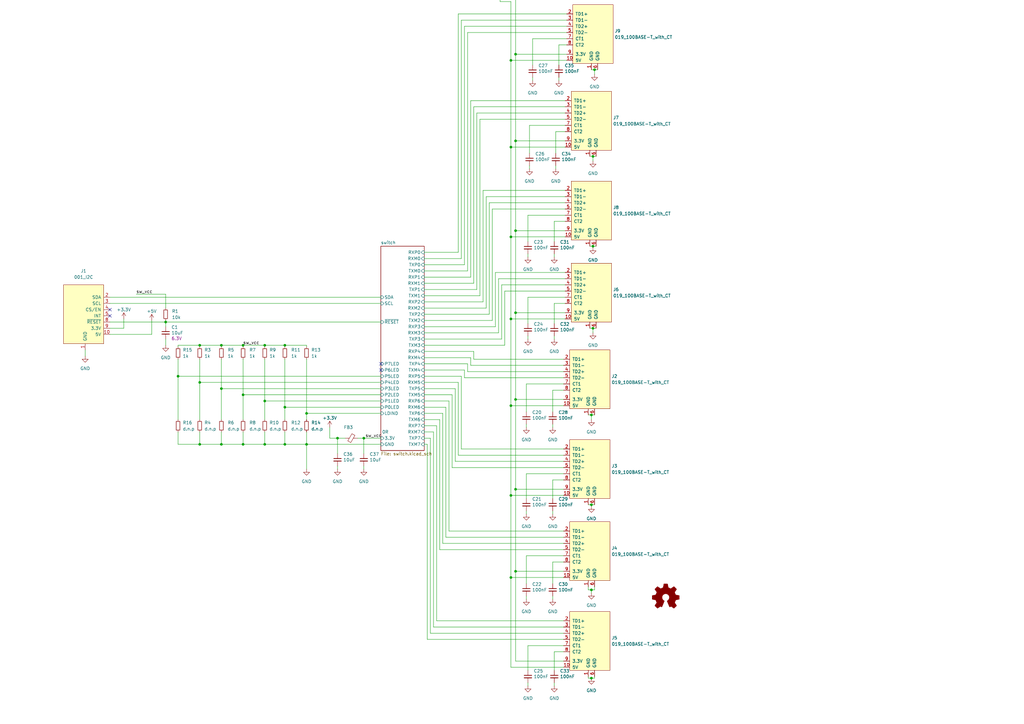
<source format=kicad_sch>
(kicad_sch (version 20211123) (generator eeschema)

  (uuid 57732dd3-1162-4c3f-88bd-31bf473d124d)

  (paper "A3")

  (lib_symbols
    (symbol "Device:C_Small" (pin_numbers hide) (pin_names (offset 0.254) hide) (in_bom yes) (on_board yes)
      (property "Reference" "C" (id 0) (at 0.254 1.778 0)
        (effects (font (size 1.27 1.27)) (justify left))
      )
      (property "Value" "C_Small" (id 1) (at 0.254 -2.032 0)
        (effects (font (size 1.27 1.27)) (justify left))
      )
      (property "Footprint" "" (id 2) (at 0 0 0)
        (effects (font (size 1.27 1.27)) hide)
      )
      (property "Datasheet" "~" (id 3) (at 0 0 0)
        (effects (font (size 1.27 1.27)) hide)
      )
      (property "ki_keywords" "capacitor cap" (id 4) (at 0 0 0)
        (effects (font (size 1.27 1.27)) hide)
      )
      (property "ki_description" "Unpolarized capacitor, small symbol" (id 5) (at 0 0 0)
        (effects (font (size 1.27 1.27)) hide)
      )
      (property "ki_fp_filters" "C_*" (id 6) (at 0 0 0)
        (effects (font (size 1.27 1.27)) hide)
      )
      (symbol "C_Small_0_1"
        (polyline
          (pts
            (xy -1.524 -0.508)
            (xy 1.524 -0.508)
          )
          (stroke (width 0.3302) (type default) (color 0 0 0 0))
          (fill (type none))
        )
        (polyline
          (pts
            (xy -1.524 0.508)
            (xy 1.524 0.508)
          )
          (stroke (width 0.3048) (type default) (color 0 0 0 0))
          (fill (type none))
        )
      )
      (symbol "C_Small_1_1"
        (pin passive line (at 0 2.54 270) (length 2.032)
          (name "~" (effects (font (size 1.27 1.27))))
          (number "1" (effects (font (size 1.27 1.27))))
        )
        (pin passive line (at 0 -2.54 90) (length 2.032)
          (name "~" (effects (font (size 1.27 1.27))))
          (number "2" (effects (font (size 1.27 1.27))))
        )
      )
    )
    (symbol "Device:FerriteBead_Small" (pin_numbers hide) (pin_names (offset 0)) (in_bom yes) (on_board yes)
      (property "Reference" "FB" (id 0) (at 1.905 1.27 0)
        (effects (font (size 1.27 1.27)) (justify left))
      )
      (property "Value" "FerriteBead_Small" (id 1) (at 1.905 -1.27 0)
        (effects (font (size 1.27 1.27)) (justify left))
      )
      (property "Footprint" "" (id 2) (at -1.778 0 90)
        (effects (font (size 1.27 1.27)) hide)
      )
      (property "Datasheet" "~" (id 3) (at 0 0 0)
        (effects (font (size 1.27 1.27)) hide)
      )
      (property "ki_keywords" "L ferrite bead inductor filter" (id 4) (at 0 0 0)
        (effects (font (size 1.27 1.27)) hide)
      )
      (property "ki_description" "Ferrite bead, small symbol" (id 5) (at 0 0 0)
        (effects (font (size 1.27 1.27)) hide)
      )
      (property "ki_fp_filters" "Inductor_* L_* *Ferrite*" (id 6) (at 0 0 0)
        (effects (font (size 1.27 1.27)) hide)
      )
      (symbol "FerriteBead_Small_0_1"
        (polyline
          (pts
            (xy 0 -1.27)
            (xy 0 -0.7874)
          )
          (stroke (width 0) (type default) (color 0 0 0 0))
          (fill (type none))
        )
        (polyline
          (pts
            (xy 0 0.889)
            (xy 0 1.2954)
          )
          (stroke (width 0) (type default) (color 0 0 0 0))
          (fill (type none))
        )
        (polyline
          (pts
            (xy -1.8288 0.2794)
            (xy -1.1176 1.4986)
            (xy 1.8288 -0.2032)
            (xy 1.1176 -1.4224)
            (xy -1.8288 0.2794)
          )
          (stroke (width 0) (type default) (color 0 0 0 0))
          (fill (type none))
        )
      )
      (symbol "FerriteBead_Small_1_1"
        (pin passive line (at 0 2.54 270) (length 1.27)
          (name "~" (effects (font (size 1.27 1.27))))
          (number "1" (effects (font (size 1.27 1.27))))
        )
        (pin passive line (at 0 -2.54 90) (length 1.27)
          (name "~" (effects (font (size 1.27 1.27))))
          (number "2" (effects (font (size 1.27 1.27))))
        )
      )
    )
    (symbol "Device:R_Small" (pin_numbers hide) (pin_names (offset 0.254) hide) (in_bom yes) (on_board yes)
      (property "Reference" "R" (id 0) (at 0.762 0.508 0)
        (effects (font (size 1.27 1.27)) (justify left))
      )
      (property "Value" "R_Small" (id 1) (at 0.762 -1.016 0)
        (effects (font (size 1.27 1.27)) (justify left))
      )
      (property "Footprint" "" (id 2) (at 0 0 0)
        (effects (font (size 1.27 1.27)) hide)
      )
      (property "Datasheet" "~" (id 3) (at 0 0 0)
        (effects (font (size 1.27 1.27)) hide)
      )
      (property "ki_keywords" "R resistor" (id 4) (at 0 0 0)
        (effects (font (size 1.27 1.27)) hide)
      )
      (property "ki_description" "Resistor, small symbol" (id 5) (at 0 0 0)
        (effects (font (size 1.27 1.27)) hide)
      )
      (property "ki_fp_filters" "R_*" (id 6) (at 0 0 0)
        (effects (font (size 1.27 1.27)) hide)
      )
      (symbol "R_Small_0_1"
        (rectangle (start -0.762 1.778) (end 0.762 -1.778)
          (stroke (width 0.2032) (type default) (color 0 0 0 0))
          (fill (type none))
        )
      )
      (symbol "R_Small_1_1"
        (pin passive line (at 0 2.54 270) (length 0.762)
          (name "~" (effects (font (size 1.27 1.27))))
          (number "1" (effects (font (size 1.27 1.27))))
        )
        (pin passive line (at 0 -2.54 90) (length 0.762)
          (name "~" (effects (font (size 1.27 1.27))))
          (number "2" (effects (font (size 1.27 1.27))))
        )
      )
    )
    (symbol "Graphic:Logo_Open_Hardware_Small" (pin_names (offset 1.016)) (in_bom yes) (on_board yes)
      (property "Reference" "#LOGO" (id 0) (at 0 6.985 0)
        (effects (font (size 1.27 1.27)) hide)
      )
      (property "Value" "Logo_Open_Hardware_Small" (id 1) (at 0 -5.715 0)
        (effects (font (size 1.27 1.27)) hide)
      )
      (property "Footprint" "" (id 2) (at 0 0 0)
        (effects (font (size 1.27 1.27)) hide)
      )
      (property "Datasheet" "~" (id 3) (at 0 0 0)
        (effects (font (size 1.27 1.27)) hide)
      )
      (property "ki_keywords" "Logo" (id 4) (at 0 0 0)
        (effects (font (size 1.27 1.27)) hide)
      )
      (property "ki_description" "Open Hardware logo, small" (id 5) (at 0 0 0)
        (effects (font (size 1.27 1.27)) hide)
      )
      (symbol "Logo_Open_Hardware_Small_0_1"
        (polyline
          (pts
            (xy 3.3528 -4.3434)
            (xy 3.302 -4.318)
            (xy 3.175 -4.2418)
            (xy 2.9972 -4.1148)
            (xy 2.7686 -3.9624)
            (xy 2.54 -3.81)
            (xy 2.3622 -3.7084)
            (xy 2.2352 -3.6068)
            (xy 2.1844 -3.5814)
            (xy 2.159 -3.6068)
            (xy 2.0574 -3.6576)
            (xy 1.905 -3.7338)
            (xy 1.8034 -3.7846)
            (xy 1.6764 -3.8354)
            (xy 1.6002 -3.8354)
            (xy 1.6002 -3.8354)
            (xy 1.5494 -3.7338)
            (xy 1.4732 -3.5306)
            (xy 1.3462 -3.302)
            (xy 1.2446 -3.0226)
            (xy 1.1176 -2.7178)
            (xy 0.9652 -2.413)
            (xy 0.8636 -2.1082)
            (xy 0.7366 -1.8288)
            (xy 0.6604 -1.6256)
            (xy 0.6096 -1.4732)
            (xy 0.5842 -1.397)
            (xy 0.5842 -1.397)
            (xy 0.6604 -1.3208)
            (xy 0.7874 -1.2446)
            (xy 1.0414 -1.016)
            (xy 1.2954 -0.6858)
            (xy 1.4478 -0.3302)
            (xy 1.524 0.0762)
            (xy 1.4732 0.4572)
            (xy 1.3208 0.8128)
            (xy 1.0668 1.143)
            (xy 0.762 1.3716)
            (xy 0.4064 1.524)
            (xy 0 1.5748)
            (xy -0.381 1.5494)
            (xy -0.7366 1.397)
            (xy -1.0668 1.143)
            (xy -1.2192 0.9906)
            (xy -1.397 0.6604)
            (xy -1.524 0.3048)
            (xy -1.524 0.2286)
            (xy -1.4986 -0.1778)
            (xy -1.397 -0.5334)
            (xy -1.1938 -0.8636)
            (xy -0.9144 -1.143)
            (xy -0.8636 -1.1684)
            (xy -0.7366 -1.27)
            (xy -0.635 -1.3462)
            (xy -0.5842 -1.397)
            (xy -1.0668 -2.5908)
            (xy -1.143 -2.794)
            (xy -1.2954 -3.1242)
            (xy -1.397 -3.4036)
            (xy -1.4986 -3.6322)
            (xy -1.5748 -3.7846)
            (xy -1.6002 -3.8354)
            (xy -1.6002 -3.8354)
            (xy -1.651 -3.8354)
            (xy -1.7272 -3.81)
            (xy -1.905 -3.7338)
            (xy -2.0066 -3.683)
            (xy -2.1336 -3.6068)
            (xy -2.2098 -3.5814)
            (xy -2.2606 -3.6068)
            (xy -2.3622 -3.683)
            (xy -2.54 -3.81)
            (xy -2.7686 -3.9624)
            (xy -2.9718 -4.0894)
            (xy -3.1496 -4.2164)
            (xy -3.302 -4.318)
            (xy -3.3528 -4.3434)
            (xy -3.3782 -4.3434)
            (xy -3.429 -4.318)
            (xy -3.5306 -4.2164)
            (xy -3.7084 -4.064)
            (xy -3.937 -3.8354)
            (xy -3.9624 -3.81)
            (xy -4.1656 -3.6068)
            (xy -4.318 -3.4544)
            (xy -4.4196 -3.3274)
            (xy -4.445 -3.2766)
            (xy -4.445 -3.2766)
            (xy -4.4196 -3.2258)
            (xy -4.318 -3.0734)
            (xy -4.2164 -2.8956)
            (xy -4.064 -2.667)
            (xy -3.6576 -2.0828)
            (xy -3.8862 -1.5494)
            (xy -3.937 -1.3716)
            (xy -4.0386 -1.1684)
            (xy -4.0894 -1.0414)
            (xy -4.1148 -0.9652)
            (xy -4.191 -0.9398)
            (xy -4.318 -0.9144)
            (xy -4.5466 -0.8636)
            (xy -4.8006 -0.8128)
            (xy -5.0546 -0.7874)
            (xy -5.2578 -0.7366)
            (xy -5.4356 -0.7112)
            (xy -5.5118 -0.6858)
            (xy -5.5118 -0.6858)
            (xy -5.5372 -0.635)
            (xy -5.5372 -0.5588)
            (xy -5.5372 -0.4318)
            (xy -5.5626 -0.2286)
            (xy -5.5626 0.0762)
            (xy -5.5626 0.127)
            (xy -5.5372 0.4064)
            (xy -5.5372 0.635)
            (xy -5.5372 0.762)
            (xy -5.5372 0.8382)
            (xy -5.5372 0.8382)
            (xy -5.461 0.8382)
            (xy -5.3086 0.889)
            (xy -5.08 0.9144)
            (xy -4.826 0.9652)
            (xy -4.8006 0.9906)
            (xy -4.5466 1.0414)
            (xy -4.318 1.0668)
            (xy -4.1656 1.1176)
            (xy -4.0894 1.143)
            (xy -4.0894 1.143)
            (xy -4.0386 1.2446)
            (xy -3.9624 1.4224)
            (xy -3.8608 1.6256)
            (xy -3.7846 1.8288)
            (xy -3.7084 2.0066)
            (xy -3.6576 2.159)
            (xy -3.6322 2.2098)
            (xy -3.6322 2.2098)
            (xy -3.683 2.286)
            (xy -3.7592 2.413)
            (xy -3.8862 2.5908)
            (xy -4.064 2.8194)
            (xy -4.064 2.8448)
            (xy -4.2164 3.0734)
            (xy -4.3434 3.2512)
            (xy -4.4196 3.3782)
            (xy -4.445 3.4544)
            (xy -4.445 3.4544)
            (xy -4.3942 3.5052)
            (xy -4.2926 3.6322)
            (xy -4.1148 3.81)
            (xy -3.937 4.0132)
            (xy -3.8608 4.064)
            (xy -3.6576 4.2926)
            (xy -3.5052 4.4196)
            (xy -3.4036 4.4958)
            (xy -3.3528 4.5212)
            (xy -3.3528 4.5212)
            (xy -3.302 4.4704)
            (xy -3.1496 4.3688)
            (xy -2.9718 4.2418)
            (xy -2.7432 4.0894)
            (xy -2.7178 4.0894)
            (xy -2.4892 3.937)
            (xy -2.3114 3.81)
            (xy -2.1844 3.7084)
            (xy -2.1336 3.683)
            (xy -2.1082 3.683)
            (xy -2.032 3.7084)
            (xy -1.8542 3.7592)
            (xy -1.6764 3.8354)
            (xy -1.4732 3.937)
            (xy -1.27 4.0132)
            (xy -1.143 4.064)
            (xy -1.0668 4.1148)
            (xy -1.0668 4.1148)
            (xy -1.0414 4.191)
            (xy -1.016 4.3434)
            (xy -0.9652 4.572)
            (xy -0.9144 4.8514)
            (xy -0.889 4.9022)
            (xy -0.8382 5.1562)
            (xy -0.8128 5.3848)
            (xy -0.7874 5.5372)
            (xy -0.762 5.588)
            (xy -0.7112 5.6134)
            (xy -0.5842 5.6134)
            (xy -0.4064 5.6134)
            (xy -0.1524 5.6134)
            (xy 0.0762 5.6134)
            (xy 0.3302 5.6134)
            (xy 0.5334 5.6134)
            (xy 0.6858 5.588)
            (xy 0.7366 5.588)
            (xy 0.7366 5.588)
            (xy 0.762 5.5118)
            (xy 0.8128 5.334)
            (xy 0.8382 5.1054)
            (xy 0.9144 4.826)
            (xy 0.9144 4.7752)
            (xy 0.9652 4.5212)
            (xy 1.016 4.2926)
            (xy 1.0414 4.1402)
            (xy 1.0668 4.0894)
            (xy 1.0668 4.0894)
            (xy 1.1938 4.0386)
            (xy 1.3716 3.9624)
            (xy 1.5748 3.8608)
            (xy 2.0828 3.6576)
            (xy 2.7178 4.0894)
            (xy 2.7686 4.1402)
            (xy 2.9972 4.2926)
            (xy 3.175 4.4196)
            (xy 3.302 4.4958)
            (xy 3.3782 4.5212)
            (xy 3.3782 4.5212)
            (xy 3.429 4.4704)
            (xy 3.556 4.3434)
            (xy 3.7338 4.191)
            (xy 3.9116 3.9878)
            (xy 4.064 3.8354)
            (xy 4.2418 3.6576)
            (xy 4.3434 3.556)
            (xy 4.4196 3.4798)
            (xy 4.4196 3.429)
            (xy 4.4196 3.4036)
            (xy 4.3942 3.3274)
            (xy 4.2926 3.2004)
            (xy 4.1656 2.9972)
            (xy 4.0132 2.794)
            (xy 3.8862 2.5908)
            (xy 3.7592 2.3876)
            (xy 3.6576 2.2352)
            (xy 3.6322 2.159)
            (xy 3.6322 2.1336)
            (xy 3.683 2.0066)
            (xy 3.7592 1.8288)
            (xy 3.8608 1.6002)
            (xy 4.064 1.1176)
            (xy 4.3942 1.0414)
            (xy 4.5974 1.016)
            (xy 4.8768 0.9652)
            (xy 5.1308 0.9144)
            (xy 5.5372 0.8382)
            (xy 5.5626 -0.6604)
            (xy 5.4864 -0.6858)
            (xy 5.4356 -0.6858)
            (xy 5.2832 -0.7366)
            (xy 5.0546 -0.762)
            (xy 4.8006 -0.8128)
            (xy 4.5974 -0.8636)
            (xy 4.3688 -0.9144)
            (xy 4.2164 -0.9398)
            (xy 4.1402 -0.9398)
            (xy 4.1148 -0.9652)
            (xy 4.064 -1.0668)
            (xy 3.9878 -1.2446)
            (xy 3.9116 -1.4478)
            (xy 3.81 -1.651)
            (xy 3.7338 -1.8542)
            (xy 3.683 -2.0066)
            (xy 3.6576 -2.0828)
            (xy 3.683 -2.1336)
            (xy 3.7846 -2.2606)
            (xy 3.8862 -2.4638)
            (xy 4.0386 -2.667)
            (xy 4.191 -2.8956)
            (xy 4.318 -3.0734)
            (xy 4.3942 -3.2004)
            (xy 4.445 -3.2766)
            (xy 4.4196 -3.3274)
            (xy 4.3434 -3.429)
            (xy 4.1656 -3.5814)
            (xy 3.937 -3.8354)
            (xy 3.8862 -3.8608)
            (xy 3.683 -4.064)
            (xy 3.5306 -4.2164)
            (xy 3.4036 -4.318)
            (xy 3.3528 -4.3434)
          )
          (stroke (width 0) (type default) (color 0 0 0 0))
          (fill (type outline))
        )
      )
    )
    (symbol "power:+3.3V" (power) (pin_names (offset 0)) (in_bom yes) (on_board yes)
      (property "Reference" "#PWR" (id 0) (at 0 -3.81 0)
        (effects (font (size 1.27 1.27)) hide)
      )
      (property "Value" "+3.3V" (id 1) (at 0 3.556 0)
        (effects (font (size 1.27 1.27)))
      )
      (property "Footprint" "" (id 2) (at 0 0 0)
        (effects (font (size 1.27 1.27)) hide)
      )
      (property "Datasheet" "" (id 3) (at 0 0 0)
        (effects (font (size 1.27 1.27)) hide)
      )
      (property "ki_keywords" "power-flag" (id 4) (at 0 0 0)
        (effects (font (size 1.27 1.27)) hide)
      )
      (property "ki_description" "Power symbol creates a global label with name \"+3.3V\"" (id 5) (at 0 0 0)
        (effects (font (size 1.27 1.27)) hide)
      )
      (symbol "+3.3V_0_1"
        (polyline
          (pts
            (xy -0.762 1.27)
            (xy 0 2.54)
          )
          (stroke (width 0) (type default) (color 0 0 0 0))
          (fill (type none))
        )
        (polyline
          (pts
            (xy 0 0)
            (xy 0 2.54)
          )
          (stroke (width 0) (type default) (color 0 0 0 0))
          (fill (type none))
        )
        (polyline
          (pts
            (xy 0 2.54)
            (xy 0.762 1.27)
          )
          (stroke (width 0) (type default) (color 0 0 0 0))
          (fill (type none))
        )
      )
      (symbol "+3.3V_1_1"
        (pin power_in line (at 0 0 90) (length 0) hide
          (name "+3.3V" (effects (font (size 1.27 1.27))))
          (number "1" (effects (font (size 1.27 1.27))))
        )
      )
    )
    (symbol "power:+5V" (power) (pin_names (offset 0)) (in_bom yes) (on_board yes)
      (property "Reference" "#PWR" (id 0) (at 0 -3.81 0)
        (effects (font (size 1.27 1.27)) hide)
      )
      (property "Value" "+5V" (id 1) (at 0 3.556 0)
        (effects (font (size 1.27 1.27)))
      )
      (property "Footprint" "" (id 2) (at 0 0 0)
        (effects (font (size 1.27 1.27)) hide)
      )
      (property "Datasheet" "" (id 3) (at 0 0 0)
        (effects (font (size 1.27 1.27)) hide)
      )
      (property "ki_keywords" "power-flag" (id 4) (at 0 0 0)
        (effects (font (size 1.27 1.27)) hide)
      )
      (property "ki_description" "Power symbol creates a global label with name \"+5V\"" (id 5) (at 0 0 0)
        (effects (font (size 1.27 1.27)) hide)
      )
      (symbol "+5V_0_1"
        (polyline
          (pts
            (xy -0.762 1.27)
            (xy 0 2.54)
          )
          (stroke (width 0) (type default) (color 0 0 0 0))
          (fill (type none))
        )
        (polyline
          (pts
            (xy 0 0)
            (xy 0 2.54)
          )
          (stroke (width 0) (type default) (color 0 0 0 0))
          (fill (type none))
        )
        (polyline
          (pts
            (xy 0 2.54)
            (xy 0.762 1.27)
          )
          (stroke (width 0) (type default) (color 0 0 0 0))
          (fill (type none))
        )
      )
      (symbol "+5V_1_1"
        (pin power_in line (at 0 0 90) (length 0) hide
          (name "+5V" (effects (font (size 1.27 1.27))))
          (number "1" (effects (font (size 1.27 1.27))))
        )
      )
    )
    (symbol "power:GND" (power) (pin_names (offset 0)) (in_bom yes) (on_board yes)
      (property "Reference" "#PWR" (id 0) (at 0 -6.35 0)
        (effects (font (size 1.27 1.27)) hide)
      )
      (property "Value" "GND" (id 1) (at 0 -3.81 0)
        (effects (font (size 1.27 1.27)))
      )
      (property "Footprint" "" (id 2) (at 0 0 0)
        (effects (font (size 1.27 1.27)) hide)
      )
      (property "Datasheet" "" (id 3) (at 0 0 0)
        (effects (font (size 1.27 1.27)) hide)
      )
      (property "ki_keywords" "power-flag" (id 4) (at 0 0 0)
        (effects (font (size 1.27 1.27)) hide)
      )
      (property "ki_description" "Power symbol creates a global label with name \"GND\" , ground" (id 5) (at 0 0 0)
        (effects (font (size 1.27 1.27)) hide)
      )
      (symbol "GND_0_1"
        (polyline
          (pts
            (xy 0 0)
            (xy 0 -1.27)
            (xy 1.27 -1.27)
            (xy 0 -2.54)
            (xy -1.27 -1.27)
            (xy 0 -1.27)
          )
          (stroke (width 0) (type default) (color 0 0 0 0))
          (fill (type none))
        )
      )
      (symbol "GND_1_1"
        (pin power_in line (at 0 0 270) (length 0) hide
          (name "GND" (effects (font (size 1.27 1.27))))
          (number "1" (effects (font (size 1.27 1.27))))
        )
      )
    )
    (symbol "put_on_edge:001_I2C" (pin_names (offset 1.016)) (in_bom yes) (on_board yes)
      (property "Reference" "J" (id 0) (at -2.54 13.97 0)
        (effects (font (size 1.27 1.27)))
      )
      (property "Value" "001_I2C" (id 1) (at 8.89 13.97 0)
        (effects (font (size 1.27 1.27)))
      )
      (property "Footprint" "" (id 2) (at 7.62 16.51 0)
        (effects (font (size 1.27 1.27)) hide)
      )
      (property "Datasheet" "" (id 3) (at 7.62 16.51 0)
        (effects (font (size 1.27 1.27)) hide)
      )
      (symbol "001_I2C_0_1"
        (rectangle (start -8.89 12.7) (end 7.62 -11.43)
          (stroke (width 0) (type default) (color 0 0 0 0))
          (fill (type background))
        )
      )
      (symbol "001_I2C_1_1"
        (pin power_in line (at -1.27 -13.97 90) (length 2.54)
          (name "GND" (effects (font (size 1.27 1.27))))
          (number "1" (effects (font (size 1.27 1.27))))
        )
        (pin power_in line (at -11.43 -7.62 0) (length 2.54)
          (name "5V" (effects (font (size 1.27 1.27))))
          (number "10" (effects (font (size 1.27 1.27))))
        )
        (pin bidirectional line (at -11.43 7.62 0) (length 2.54)
          (name "SDA" (effects (font (size 1.27 1.27))))
          (number "2" (effects (font (size 1.27 1.27))))
        )
        (pin bidirectional line (at -11.43 5.08 0) (length 2.54)
          (name "SCL" (effects (font (size 1.27 1.27))))
          (number "3" (effects (font (size 1.27 1.27))))
        )
        (pin bidirectional line (at -11.43 2.54 0) (length 2.54)
          (name "CS/EN" (effects (font (size 1.27 1.27))))
          (number "4" (effects (font (size 1.27 1.27))))
        )
        (pin bidirectional line (at -11.43 0 0) (length 2.54)
          (name "INT" (effects (font (size 1.27 1.27))))
          (number "5" (effects (font (size 1.27 1.27))))
        )
        (pin bidirectional line (at -11.43 -2.54 0) (length 2.54)
          (name "~{RESET}" (effects (font (size 1.27 1.27))))
          (number "8" (effects (font (size 1.27 1.27))))
        )
        (pin power_in line (at -11.43 -5.08 0) (length 2.54)
          (name "3.3V" (effects (font (size 1.27 1.27))))
          (number "9" (effects (font (size 1.27 1.27))))
        )
      )
    )
    (symbol "put_on_edge:019_100BASE-T_with_CT" (pin_names (offset 1.016)) (in_bom yes) (on_board yes)
      (property "Reference" "J" (id 0) (at -2.54 13.97 0)
        (effects (font (size 1.27 1.27)))
      )
      (property "Value" "019_100BASE-T_with_CT" (id 1) (at 8.89 13.97 0)
        (effects (font (size 1.27 1.27)))
      )
      (property "Footprint" "" (id 2) (at 7.62 16.51 0)
        (effects (font (size 1.27 1.27)) hide)
      )
      (property "Datasheet" "" (id 3) (at 7.62 16.51 0)
        (effects (font (size 1.27 1.27)) hide)
      )
      (symbol "019_100BASE-T_with_CT_0_1"
        (rectangle (start -8.89 12.7) (end 7.62 -11.43)
          (stroke (width 0) (type default) (color 0 0 0 0))
          (fill (type background))
        )
      )
      (symbol "019_100BASE-T_with_CT_1_1"
        (pin power_in line (at -1.27 -13.97 90) (length 2.54)
          (name "GND" (effects (font (size 1.27 1.27))))
          (number "1" (effects (font (size 1.27 1.27))))
        )
        (pin bidirectional line (at -11.43 -10.16 0) (length 2.54)
          (name "5V" (effects (font (size 1.27 1.27))))
          (number "10" (effects (font (size 1.27 1.27))))
        )
        (pin bidirectional line (at -11.43 8.89 0) (length 2.54)
          (name "TD1+" (effects (font (size 1.27 1.27))))
          (number "2" (effects (font (size 1.27 1.27))))
        )
        (pin bidirectional line (at -11.43 6.35 0) (length 2.54)
          (name "TD1-" (effects (font (size 1.27 1.27))))
          (number "3" (effects (font (size 1.27 1.27))))
        )
        (pin bidirectional line (at -11.43 3.81 0) (length 2.54)
          (name "TD2+" (effects (font (size 1.27 1.27))))
          (number "4" (effects (font (size 1.27 1.27))))
        )
        (pin bidirectional line (at -11.43 1.27 0) (length 2.54)
          (name "TD2-" (effects (font (size 1.27 1.27))))
          (number "5" (effects (font (size 1.27 1.27))))
        )
        (pin power_in line (at 1.27 -13.97 90) (length 2.54)
          (name "GND" (effects (font (size 1.27 1.27))))
          (number "6" (effects (font (size 1.27 1.27))))
        )
        (pin bidirectional line (at -11.43 -1.27 0) (length 2.54)
          (name "CT1" (effects (font (size 1.27 1.27))))
          (number "7" (effects (font (size 1.27 1.27))))
        )
        (pin bidirectional line (at -11.43 -3.81 0) (length 2.54)
          (name "CT2" (effects (font (size 1.27 1.27))))
          (number "8" (effects (font (size 1.27 1.27))))
        )
        (pin bidirectional line (at -11.43 -7.62 0) (length 2.54)
          (name "3.3V" (effects (font (size 1.27 1.27))))
          (number "9" (effects (font (size 1.27 1.27))))
        )
      )
    )
  )

  (junction (at 242.57 207.01) (diameter 0) (color 0 0 0 0)
    (uuid 0c1081c9-401c-4449-b1ad-9afb9e07e98d)
  )
  (junction (at 125.73 182.245) (diameter 0) (color 0 0 0 0)
    (uuid 0c143d08-f57a-4c84-99dd-6ae1996c9881)
  )
  (junction (at 242.57 170.18) (diameter 0) (color 0 0 0 0)
    (uuid 0d6497d4-7276-49d2-8acb-d098b0b974f9)
  )
  (junction (at 81.915 141.605) (diameter 0) (color 0 0 0 0)
    (uuid 0e65bee3-e884-4a00-8a8b-72bf5bccb339)
  )
  (junction (at 243.205 100.965) (diameter 0) (color 0 0 0 0)
    (uuid 1891b5d7-07c9-4842-bfce-6ee250e6e29b)
  )
  (junction (at 211.455 200.66) (diameter 0) (color 0 0 0 0)
    (uuid 18f781ab-2fc0-4bbb-add6-9e039fc78474)
  )
  (junction (at 211.455 128.27) (diameter 0) (color 0 0 0 0)
    (uuid 1f5f5b6e-e342-42a8-883a-07707f1e72b4)
  )
  (junction (at 116.84 141.605) (diameter 0) (color 0 0 0 0)
    (uuid 35b96e59-51c1-48c9-a4c9-d0e5dbef229b)
  )
  (junction (at 116.84 167.005) (diameter 0) (color 0 0 0 0)
    (uuid 43d70045-3988-43ab-a997-2fb14fa7486c)
  )
  (junction (at 243.84 28.575) (diameter 0) (color 0 0 0 0)
    (uuid 4f966e50-3bf6-4744-ba06-7e2227c74371)
  )
  (junction (at 90.805 159.385) (diameter 0) (color 0 0 0 0)
    (uuid 5403f2f6-4a92-487f-9f97-07d5972c319c)
  )
  (junction (at 81.915 182.245) (diameter 0) (color 0 0 0 0)
    (uuid 56329f04-10de-4188-b3d4-16d868b2a845)
  )
  (junction (at 108.585 141.605) (diameter 0) (color 0 0 0 0)
    (uuid 5699ad5c-867e-456f-be86-eb3b102c7a87)
  )
  (junction (at 67.945 132.08) (diameter 0) (color 0 0 0 0)
    (uuid 5d88042e-009c-4563-8a2c-5e8e15278dcb)
  )
  (junction (at 209.55 97.155) (diameter 0) (color 0 0 0 0)
    (uuid 64c94341-e797-4961-8315-d4838ecb6557)
  )
  (junction (at 108.585 164.465) (diameter 0) (color 0 0 0 0)
    (uuid 6b341d5a-faf0-4811-962e-7ac3d63ef3e1)
  )
  (junction (at 81.915 156.845) (diameter 0) (color 0 0 0 0)
    (uuid 70d4f81e-b105-4198-ae11-ec221d1cba05)
  )
  (junction (at 138.43 179.705) (diameter 0) (color 0 0 0 0)
    (uuid 77447f10-bee1-4e72-86a6-db2ffa0b2a2a)
  )
  (junction (at 243.205 134.62) (diameter 0) (color 0 0 0 0)
    (uuid 7c18b0a0-cb09-45b6-a0aa-dbb4b82e24af)
  )
  (junction (at 90.805 182.245) (diameter 0) (color 0 0 0 0)
    (uuid 7e570548-2358-4b09-a0eb-636e1d2f909e)
  )
  (junction (at 209.55 203.2) (diameter 0) (color 0 0 0 0)
    (uuid 894f271d-4cae-4b0c-a97f-0732d2de3627)
  )
  (junction (at 211.455 22.225) (diameter 0) (color 0 0 0 0)
    (uuid 8d00c372-e46a-4807-87b0-e0aed3d10610)
  )
  (junction (at 211.455 94.615) (diameter 0) (color 0 0 0 0)
    (uuid 9a9f581f-f582-4964-a3fa-c097f9589a6a)
  )
  (junction (at 211.455 234.315) (diameter 0) (color 0 0 0 0)
    (uuid 9b26b5a1-c834-493c-ae13-5951f6ef66ec)
  )
  (junction (at 209.55 236.855) (diameter 0) (color 0 0 0 0)
    (uuid a0d25575-6024-4a41-b04d-bb5f59128d5c)
  )
  (junction (at 211.455 163.83) (diameter 0) (color 0 0 0 0)
    (uuid a3c51ad4-6bea-4440-b319-b1238f64ded4)
  )
  (junction (at 149.225 179.705) (diameter 0) (color 0 0 0 0)
    (uuid a46a5843-4fd6-486c-942e-31e997777012)
  )
  (junction (at 242.57 241.935) (diameter 0) (color 0 0 0 0)
    (uuid aa7955c2-6912-4745-afa8-281927ee1b6b)
  )
  (junction (at 116.84 182.245) (diameter 0) (color 0 0 0 0)
    (uuid b23dd165-6c79-4cf5-9f4e-dc13b2b61260)
  )
  (junction (at 125.73 169.545) (diameter 0) (color 0 0 0 0)
    (uuid b43065e5-bba6-4e3f-987a-cfcabde16b0f)
  )
  (junction (at 243.205 64.135) (diameter 0) (color 0 0 0 0)
    (uuid b43737b1-767b-442e-a5f7-af1859257424)
  )
  (junction (at 73.025 154.305) (diameter 0) (color 0 0 0 0)
    (uuid c2ad7c15-ae07-4bfa-adfb-228e75c78963)
  )
  (junction (at 209.55 60.325) (diameter 0) (color 0 0 0 0)
    (uuid c76a3465-4dfb-41e7-8d5b-84461ac73703)
  )
  (junction (at 90.805 141.605) (diameter 0) (color 0 0 0 0)
    (uuid d0a12a5d-7045-4846-839e-2d3692bdce59)
  )
  (junction (at 211.455 57.785) (diameter 0) (color 0 0 0 0)
    (uuid dae5eaf0-45c1-4e09-aae0-3d58474c2503)
  )
  (junction (at 99.695 182.245) (diameter 0) (color 0 0 0 0)
    (uuid e530ec7b-c62e-458f-aa43-82fee4c9679a)
  )
  (junction (at 209.55 130.81) (diameter 0) (color 0 0 0 0)
    (uuid e88670fa-2286-40e1-acad-ad9193d2e546)
  )
  (junction (at 209.55 24.765) (diameter 0) (color 0 0 0 0)
    (uuid e9dce51f-44b8-4438-a213-af4cae8b0eb2)
  )
  (junction (at 242.57 278.13) (diameter 0) (color 0 0 0 0)
    (uuid f3fea716-43e8-4a7d-80de-459bea982834)
  )
  (junction (at 108.585 182.245) (diameter 0) (color 0 0 0 0)
    (uuid f4de533d-33c9-4e0d-b653-fd15d5724626)
  )
  (junction (at 99.695 141.605) (diameter 0) (color 0 0 0 0)
    (uuid f5001312-0580-4e67-a7e9-c8479b63242f)
  )
  (junction (at 99.695 161.925) (diameter 0) (color 0 0 0 0)
    (uuid fce4b9f8-9033-49ef-bc7e-c2ef72f0a5fb)
  )
  (junction (at 209.55 166.37) (diameter 0) (color 0 0 0 0)
    (uuid ff98dbe2-a3cc-448f-a475-d1ab53d38747)
  )

  (no_connect (at 45.085 127) (uuid 1f77d8ad-2e6c-40c3-848b-0ce4e8bc4552))
  (no_connect (at 45.085 129.54) (uuid 1f77d8ad-2e6c-40c3-848b-0ce4e8bc4553))
  (no_connect (at 156.21 151.765) (uuid b5c91b4f-d5ef-4644-85f8-cb4fd9563a25))
  (no_connect (at 156.21 149.225) (uuid b5c91b4f-d5ef-4644-85f8-cb4fd9563a26))

  (wire (pts (xy 99.695 141.605) (xy 108.585 141.605))
    (stroke (width 0) (type default) (color 0 0 0 0))
    (uuid 006cd6f9-c84c-4c31-b9ca-a86a73834756)
  )
  (wire (pts (xy 173.99 149.225) (xy 191.77 149.225))
    (stroke (width 0) (type default) (color 0 0 0 0))
    (uuid 025e568a-5cdc-4667-b81f-ff7c5cb32d52)
  )
  (wire (pts (xy 189.23 184.15) (xy 231.14 184.15))
    (stroke (width 0) (type default) (color 0 0 0 0))
    (uuid 0283f306-d0e6-4fd3-9ea2-10d432a4aaf5)
  )
  (wire (pts (xy 227.33 104.14) (xy 227.33 105.41))
    (stroke (width 0) (type default) (color 0 0 0 0))
    (uuid 05edb65b-5ece-4711-8a6f-4cab05f3eb05)
  )
  (wire (pts (xy 226.695 209.55) (xy 226.695 210.82))
    (stroke (width 0) (type default) (color 0 0 0 0))
    (uuid 074526c6-4ac6-4d24-8155-91b380fd5bf1)
  )
  (wire (pts (xy 187.96 186.69) (xy 187.96 156.845))
    (stroke (width 0) (type default) (color 0 0 0 0))
    (uuid 0890c1ac-5831-4b36-a630-0a4cab3d5c2f)
  )
  (wire (pts (xy 90.805 147.32) (xy 90.805 159.385))
    (stroke (width 0) (type default) (color 0 0 0 0))
    (uuid 093bf04f-a886-4fe1-bc9f-55acaaa350a7)
  )
  (wire (pts (xy 185.42 161.925) (xy 173.99 161.925))
    (stroke (width 0) (type default) (color 0 0 0 0))
    (uuid 0a0d78c1-a267-44c2-8b78-6c93e0e63950)
  )
  (wire (pts (xy 243.84 277.495) (xy 243.84 278.13))
    (stroke (width 0) (type default) (color 0 0 0 0))
    (uuid 0bff7d88-a854-47c9-8bc6-fafd207128c8)
  )
  (wire (pts (xy 209.55 97.155) (xy 231.775 97.155))
    (stroke (width 0) (type default) (color 0 0 0 0))
    (uuid 0d05ebc5-1846-4742-8cd0-0bcb2485fa2a)
  )
  (wire (pts (xy 194.31 43.815) (xy 231.775 43.815))
    (stroke (width 0) (type default) (color 0 0 0 0))
    (uuid 0d7cd0b9-8da7-40e3-904a-c9fd45b90152)
  )
  (wire (pts (xy 73.025 154.305) (xy 156.21 154.305))
    (stroke (width 0) (type default) (color 0 0 0 0))
    (uuid 0d8e1bf7-d11a-43cc-ac0f-b1c8ac43b768)
  )
  (wire (pts (xy 226.695 230.505) (xy 231.14 230.505))
    (stroke (width 0) (type default) (color 0 0 0 0))
    (uuid 0e68fa9b-358b-471f-b568-08e476753182)
  )
  (wire (pts (xy 190.5 151.765) (xy 173.99 151.765))
    (stroke (width 0) (type default) (color 0 0 0 0))
    (uuid 0e691993-c2fa-4e2d-b681-669b0aef88b4)
  )
  (wire (pts (xy 229.235 18.415) (xy 232.41 18.415))
    (stroke (width 0) (type default) (color 0 0 0 0))
    (uuid 0ebf84f9-093b-4397-bf33-04801ed03f70)
  )
  (wire (pts (xy 182.88 167.005) (xy 173.99 167.005))
    (stroke (width 0) (type default) (color 0 0 0 0))
    (uuid 0fc39f32-b395-4a02-b688-11beabf2a4b6)
  )
  (wire (pts (xy 241.935 100.965) (xy 243.205 100.965))
    (stroke (width 0) (type default) (color 0 0 0 0))
    (uuid 1022780d-f14d-4058-a549-f8265b456fd6)
  )
  (wire (pts (xy 241.3 277.495) (xy 241.3 278.13))
    (stroke (width 0) (type default) (color 0 0 0 0))
    (uuid 1181e032-f378-4a61-a5e7-388f0004e4f0)
  )
  (wire (pts (xy 50.8 134.62) (xy 50.8 130.81))
    (stroke (width 0) (type default) (color 0 0 0 0))
    (uuid 11a2a731-d421-4302-9421-b845713fc0e2)
  )
  (wire (pts (xy 191.77 149.225) (xy 191.77 152.4))
    (stroke (width 0) (type default) (color 0 0 0 0))
    (uuid 14be7544-b7a1-49b5-9de0-655c86efa0f3)
  )
  (wire (pts (xy 211.455 57.785) (xy 211.455 94.615))
    (stroke (width 0) (type default) (color 0 0 0 0))
    (uuid 160ebb27-ac44-4e12-8672-a4bd900991a6)
  )
  (wire (pts (xy 201.93 85.725) (xy 201.93 131.445))
    (stroke (width 0) (type default) (color 0 0 0 0))
    (uuid 17b85267-ca9a-4c9c-a6b0-e3c4d69b2adf)
  )
  (wire (pts (xy 90.805 141.605) (xy 90.805 142.24))
    (stroke (width 0) (type default) (color 0 0 0 0))
    (uuid 17d0dfa7-ec6c-4d53-b940-7f9c5b899b24)
  )
  (wire (pts (xy 175.26 262.255) (xy 231.14 262.255))
    (stroke (width 0) (type default) (color 0 0 0 0))
    (uuid 1bfa362f-8401-456f-8fc6-ab0fff08dacc)
  )
  (wire (pts (xy 243.205 134.62) (xy 244.475 134.62))
    (stroke (width 0) (type default) (color 0 0 0 0))
    (uuid 1c0b83e3-e9bb-4814-815f-706561ef6ded)
  )
  (wire (pts (xy 199.39 80.645) (xy 199.39 126.365))
    (stroke (width 0) (type default) (color 0 0 0 0))
    (uuid 1c728b05-9868-4356-92a2-8f247e7f72bf)
  )
  (wire (pts (xy 34.925 143.51) (xy 34.925 146.05))
    (stroke (width 0) (type default) (color 0 0 0 0))
    (uuid 1cc0bbef-8164-41bc-9ac9-59e27817683d)
  )
  (wire (pts (xy 205.74 116.84) (xy 231.775 116.84))
    (stroke (width 0) (type default) (color 0 0 0 0))
    (uuid 1d9841dc-d466-4e92-8bd6-15aa82bcd241)
  )
  (wire (pts (xy 173.99 111.125) (xy 191.77 111.125))
    (stroke (width 0) (type default) (color 0 0 0 0))
    (uuid 1dccb82f-4abb-4d12-a119-caff8ad1d654)
  )
  (wire (pts (xy 81.915 156.845) (xy 156.21 156.845))
    (stroke (width 0) (type default) (color 0 0 0 0))
    (uuid 1e374f28-1065-479f-8717-016452796021)
  )
  (wire (pts (xy 231.775 80.645) (xy 199.39 80.645))
    (stroke (width 0) (type default) (color 0 0 0 0))
    (uuid 20851309-e264-4961-b5c3-f1880d60bfab)
  )
  (wire (pts (xy 231.14 186.69) (xy 187.96 186.69))
    (stroke (width 0) (type default) (color 0 0 0 0))
    (uuid 2115a0c0-9176-471a-b758-fb12f8ec32d3)
  )
  (wire (pts (xy 209.55 273.685) (xy 209.55 236.855))
    (stroke (width 0) (type default) (color 0 0 0 0))
    (uuid 2255e912-00b2-4788-b4f7-b4d0dc951a2c)
  )
  (wire (pts (xy 196.85 48.895) (xy 231.775 48.895))
    (stroke (width 0) (type default) (color 0 0 0 0))
    (uuid 24ee036e-31a2-4cb3-afc7-9300435551ee)
  )
  (wire (pts (xy 218.44 26.67) (xy 218.44 15.875))
    (stroke (width 0) (type default) (color 0 0 0 0))
    (uuid 25bda72b-4bd1-4ff2-b000-7850496c6240)
  )
  (wire (pts (xy 138.43 191.135) (xy 138.43 192.405))
    (stroke (width 0) (type default) (color 0 0 0 0))
    (uuid 28ed7e9d-85f0-4337-bff3-b83166378ee0)
  )
  (wire (pts (xy 116.84 142.24) (xy 116.84 141.605))
    (stroke (width 0) (type default) (color 0 0 0 0))
    (uuid 29d7343a-19e0-4559-ba81-fa63c14654f5)
  )
  (wire (pts (xy 176.53 179.705) (xy 176.53 259.715))
    (stroke (width 0) (type default) (color 0 0 0 0))
    (uuid 2a47f098-e8f4-4f08-bea3-bbf26b6f90cf)
  )
  (wire (pts (xy 242.57 241.935) (xy 243.84 241.935))
    (stroke (width 0) (type default) (color 0 0 0 0))
    (uuid 2b8f355e-71cc-4e30-9273-0f6a17107c0d)
  )
  (wire (pts (xy 193.04 146.685) (xy 173.99 146.685))
    (stroke (width 0) (type default) (color 0 0 0 0))
    (uuid 2ee56f35-09a9-4221-868a-348c43c2e119)
  )
  (wire (pts (xy 209.55 60.325) (xy 209.55 97.155))
    (stroke (width 0) (type default) (color 0 0 0 0))
    (uuid 30c82ae8-0222-48ec-92c4-87ca1cb6d73d)
  )
  (wire (pts (xy 243.205 100.965) (xy 243.205 101.6))
    (stroke (width 0) (type default) (color 0 0 0 0))
    (uuid 31447b5c-dee2-4123-9419-2a10a5d77902)
  )
  (wire (pts (xy 81.915 147.32) (xy 81.915 156.845))
    (stroke (width 0) (type default) (color 0 0 0 0))
    (uuid 319d3b90-9eb9-4716-b0d9-313801ed2d18)
  )
  (wire (pts (xy 45.085 132.08) (xy 67.945 132.08))
    (stroke (width 0) (type default) (color 0 0 0 0))
    (uuid 31ecc9bf-87fe-480f-a87f-5a67ccaf3307)
  )
  (wire (pts (xy 195.58 46.355) (xy 231.775 46.355))
    (stroke (width 0) (type default) (color 0 0 0 0))
    (uuid 32aedc31-e199-4435-9823-5cd04b2faae5)
  )
  (wire (pts (xy 227.33 137.795) (xy 227.33 139.065))
    (stroke (width 0) (type default) (color 0 0 0 0))
    (uuid 3586d13e-a7ab-4158-8912-9a29919924c5)
  )
  (wire (pts (xy 243.205 64.135) (xy 243.205 66.04))
    (stroke (width 0) (type default) (color 0 0 0 0))
    (uuid 360fc640-2d30-40d1-a69a-a9dbcbe432f5)
  )
  (wire (pts (xy 108.585 164.465) (xy 156.21 164.465))
    (stroke (width 0) (type default) (color 0 0 0 0))
    (uuid 36abbbcb-386c-4d4c-832d-4943b1d12f8f)
  )
  (wire (pts (xy 198.12 78.105) (xy 198.12 123.825))
    (stroke (width 0) (type default) (color 0 0 0 0))
    (uuid 37031302-1fde-4b6b-8d1c-4b0a70634460)
  )
  (wire (pts (xy 189.23 8.255) (xy 189.23 106.045))
    (stroke (width 0) (type default) (color 0 0 0 0))
    (uuid 38e46568-1b66-4a60-b0f0-5acbed1b2a2c)
  )
  (wire (pts (xy 194.31 147.32) (xy 231.14 147.32))
    (stroke (width 0) (type default) (color 0 0 0 0))
    (uuid 39625091-050b-41e7-a513-c75c451a0c44)
  )
  (wire (pts (xy 209.55 203.2) (xy 209.55 166.37))
    (stroke (width 0) (type default) (color 0 0 0 0))
    (uuid 3a487d05-7904-44c0-8dec-b83a1feead24)
  )
  (wire (pts (xy 108.585 164.465) (xy 108.585 172.085))
    (stroke (width 0) (type default) (color 0 0 0 0))
    (uuid 3a4a7685-2e93-47d9-838a-185563e5bc84)
  )
  (wire (pts (xy 231.14 149.86) (xy 193.04 149.86))
    (stroke (width 0) (type default) (color 0 0 0 0))
    (uuid 3aa1b0de-6eef-49f5-a1b2-9fffa1d7e1d1)
  )
  (wire (pts (xy 215.9 173.99) (xy 215.9 175.26))
    (stroke (width 0) (type default) (color 0 0 0 0))
    (uuid 3d5f0189-2032-4f53-9e3d-4738bfd2a377)
  )
  (wire (pts (xy 216.535 280.035) (xy 216.535 281.305))
    (stroke (width 0) (type default) (color 0 0 0 0))
    (uuid 3e3a227c-25fa-4923-82e7-fe9cbcdedecc)
  )
  (wire (pts (xy 211.455 200.66) (xy 211.455 163.83))
    (stroke (width 0) (type default) (color 0 0 0 0))
    (uuid 4128ec89-f860-4f86-9ec6-ecb970233108)
  )
  (wire (pts (xy 176.53 259.715) (xy 231.14 259.715))
    (stroke (width 0) (type default) (color 0 0 0 0))
    (uuid 422c8184-8148-42b8-9eb3-9cf4a91dbf2d)
  )
  (wire (pts (xy 125.73 182.245) (xy 156.21 182.245))
    (stroke (width 0) (type default) (color 0 0 0 0))
    (uuid 44bf8942-9ea9-45ba-80b8-56ac03ac6dca)
  )
  (wire (pts (xy 194.31 144.145) (xy 194.31 147.32))
    (stroke (width 0) (type default) (color 0 0 0 0))
    (uuid 453a4ccd-8514-4093-93ac-586e36cff7e4)
  )
  (wire (pts (xy 209.55 0.635) (xy 209.55 24.765))
    (stroke (width 0) (type default) (color 0 0 0 0))
    (uuid 463a08d9-946b-42a3-a278-4ea7eeb11f0e)
  )
  (wire (pts (xy 73.025 141.605) (xy 81.915 141.605))
    (stroke (width 0) (type default) (color 0 0 0 0))
    (uuid 46e3b851-6c64-4547-8634-94e4576f957f)
  )
  (wire (pts (xy 196.85 121.285) (xy 196.85 48.895))
    (stroke (width 0) (type default) (color 0 0 0 0))
    (uuid 473572a7-4609-48de-b434-ce9c4f8659f8)
  )
  (wire (pts (xy 232.41 8.255) (xy 189.23 8.255))
    (stroke (width 0) (type default) (color 0 0 0 0))
    (uuid 478f4f51-5042-48d3-8884-3c35bac1217e)
  )
  (wire (pts (xy 180.34 172.085) (xy 173.99 172.085))
    (stroke (width 0) (type default) (color 0 0 0 0))
    (uuid 48bccf63-7a70-4f60-93c0-2eb3a2881352)
  )
  (wire (pts (xy 227.965 62.865) (xy 227.965 53.975))
    (stroke (width 0) (type default) (color 0 0 0 0))
    (uuid 490ea0c5-b88d-4770-8a25-421f550660aa)
  )
  (wire (pts (xy 173.99 121.285) (xy 196.85 121.285))
    (stroke (width 0) (type default) (color 0 0 0 0))
    (uuid 498a02f2-02ca-452d-9302-198e617d9159)
  )
  (wire (pts (xy 231.14 191.77) (xy 185.42 191.77))
    (stroke (width 0) (type default) (color 0 0 0 0))
    (uuid 49c7d806-a9fe-40a0-8785-d870d21b0bb8)
  )
  (wire (pts (xy 209.55 166.37) (xy 209.55 130.81))
    (stroke (width 0) (type default) (color 0 0 0 0))
    (uuid 49ce489c-2e10-4c3c-a3ca-7c0672e02908)
  )
  (wire (pts (xy 211.455 22.225) (xy 232.41 22.225))
    (stroke (width 0) (type default) (color 0 0 0 0))
    (uuid 4a9dc9a1-483c-42ab-9ab1-db6832b4fb5e)
  )
  (wire (pts (xy 108.585 141.605) (xy 116.84 141.605))
    (stroke (width 0) (type default) (color 0 0 0 0))
    (uuid 4aac5d84-34f1-479d-a09d-75b747bd8a46)
  )
  (wire (pts (xy 45.085 121.92) (xy 156.21 121.92))
    (stroke (width 0) (type default) (color 0 0 0 0))
    (uuid 4b1f4e01-88f0-442f-ab1e-f39717b1deb9)
  )
  (wire (pts (xy 215.9 157.48) (xy 231.14 157.48))
    (stroke (width 0) (type default) (color 0 0 0 0))
    (uuid 4b52a328-cd29-4321-8474-5e3104217a0d)
  )
  (wire (pts (xy 193.04 41.275) (xy 231.775 41.275))
    (stroke (width 0) (type default) (color 0 0 0 0))
    (uuid 4bbb89ae-18e5-4c40-84e9-6c71b1c9d48b)
  )
  (wire (pts (xy 173.99 128.905) (xy 200.66 128.905))
    (stroke (width 0) (type default) (color 0 0 0 0))
    (uuid 4c37c4fa-5ea4-4e3e-8975-c25912da1e91)
  )
  (wire (pts (xy 108.585 142.24) (xy 108.585 141.605))
    (stroke (width 0) (type default) (color 0 0 0 0))
    (uuid 4d868259-a4ec-4f18-8dbe-0faa85c6eb05)
  )
  (wire (pts (xy 116.84 147.32) (xy 116.84 167.005))
    (stroke (width 0) (type default) (color 0 0 0 0))
    (uuid 4dd7688e-c1fb-467f-b092-03fbd9793371)
  )
  (wire (pts (xy 209.55 24.765) (xy 232.41 24.765))
    (stroke (width 0) (type default) (color 0 0 0 0))
    (uuid 4e7ec997-a808-49ea-9624-fcfd67bc6250)
  )
  (wire (pts (xy 209.55 203.2) (xy 231.14 203.2))
    (stroke (width 0) (type default) (color 0 0 0 0))
    (uuid 50b0cc3f-34ef-4c90-a6c7-bcdf0d9d5fea)
  )
  (wire (pts (xy 226.695 168.91) (xy 226.695 160.02))
    (stroke (width 0) (type default) (color 0 0 0 0))
    (uuid 513ad30c-36a6-43d5-9907-762b9fb3beb0)
  )
  (wire (pts (xy 211.455 -0.635) (xy 211.455 22.225))
    (stroke (width 0) (type default) (color 0 0 0 0))
    (uuid 51bf3c95-b201-44a8-b27a-7f60ccb76739)
  )
  (wire (pts (xy 90.805 159.385) (xy 156.21 159.385))
    (stroke (width 0) (type default) (color 0 0 0 0))
    (uuid 52a2aea2-31b8-4c16-ac15-11127e0af9b7)
  )
  (wire (pts (xy 173.99 103.505) (xy 187.96 103.505))
    (stroke (width 0) (type default) (color 0 0 0 0))
    (uuid 535e8f0c-e3b9-4e50-8b53-7ed6921ab639)
  )
  (wire (pts (xy 191.77 152.4) (xy 231.14 152.4))
    (stroke (width 0) (type default) (color 0 0 0 0))
    (uuid 554cbd26-649f-4b10-8c6c-1595e3c7bdcd)
  )
  (wire (pts (xy 209.55 24.765) (xy 209.55 60.325))
    (stroke (width 0) (type default) (color 0 0 0 0))
    (uuid 56f042f9-0aa5-46f2-a48f-d66a5d253898)
  )
  (wire (pts (xy 226.695 160.02) (xy 231.14 160.02))
    (stroke (width 0) (type default) (color 0 0 0 0))
    (uuid 570187a4-9c62-4adf-954e-032f8538969b)
  )
  (wire (pts (xy 62.23 131.445) (xy 62.23 137.16))
    (stroke (width 0) (type default) (color 0 0 0 0))
    (uuid 5986bb0c-8a5a-489a-a062-744a59fd061b)
  )
  (wire (pts (xy 231.14 220.345) (xy 182.88 220.345))
    (stroke (width 0) (type default) (color 0 0 0 0))
    (uuid 59d9ab92-4667-40f4-afde-d4ada51d18a1)
  )
  (wire (pts (xy 99.695 161.925) (xy 156.21 161.925))
    (stroke (width 0) (type default) (color 0 0 0 0))
    (uuid 59efe293-d7ee-4217-8a67-a6c4167644c9)
  )
  (wire (pts (xy 125.73 182.245) (xy 125.73 192.405))
    (stroke (width 0) (type default) (color 0 0 0 0))
    (uuid 5a1fc14d-1d6f-444c-82b2-77ce3f0eeb3f)
  )
  (wire (pts (xy 226.695 239.395) (xy 226.695 230.505))
    (stroke (width 0) (type default) (color 0 0 0 0))
    (uuid 5ad3f5a9-1f62-4415-8c09-1f11dcd6116e)
  )
  (wire (pts (xy 73.025 182.245) (xy 81.915 182.245))
    (stroke (width 0) (type default) (color 0 0 0 0))
    (uuid 5b0c2c46-0aba-47cf-8964-afafdd85699c)
  )
  (wire (pts (xy 190.5 108.585) (xy 190.5 10.795))
    (stroke (width 0) (type default) (color 0 0 0 0))
    (uuid 5b413b7f-ad08-4209-98b5-4122ac725e28)
  )
  (wire (pts (xy 215.9 204.47) (xy 215.9 194.31))
    (stroke (width 0) (type default) (color 0 0 0 0))
    (uuid 5bec07ae-4828-4955-99b0-90a044cfca79)
  )
  (wire (pts (xy 209.55 166.37) (xy 231.14 166.37))
    (stroke (width 0) (type default) (color 0 0 0 0))
    (uuid 5bf4d1ab-5a79-4602-96fc-61b455014362)
  )
  (wire (pts (xy 173.99 123.825) (xy 198.12 123.825))
    (stroke (width 0) (type default) (color 0 0 0 0))
    (uuid 5dfa1651-0140-40d6-811f-d01172142e0b)
  )
  (wire (pts (xy 216.535 99.06) (xy 216.535 88.265))
    (stroke (width 0) (type default) (color 0 0 0 0))
    (uuid 60b60ad7-9227-4dd7-aa5f-bfcb83a316ab)
  )
  (wire (pts (xy 243.205 134.62) (xy 243.205 136.525))
    (stroke (width 0) (type default) (color 0 0 0 0))
    (uuid 6116328e-73dd-4541-be06-032dda3940bb)
  )
  (wire (pts (xy 226.695 196.85) (xy 231.14 196.85))
    (stroke (width 0) (type default) (color 0 0 0 0))
    (uuid 61d060c0-58fa-40f1-9d33-17089334fc9e)
  )
  (wire (pts (xy 67.945 132.08) (xy 156.21 132.08))
    (stroke (width 0) (type default) (color 0 0 0 0))
    (uuid 62078e7c-f93b-4b7d-96c2-97467076bcda)
  )
  (wire (pts (xy 173.99 154.305) (xy 189.23 154.305))
    (stroke (width 0) (type default) (color 0 0 0 0))
    (uuid 62d566ae-c28e-49d1-b2bc-a1916df18af1)
  )
  (wire (pts (xy 193.04 41.275) (xy 193.04 113.665))
    (stroke (width 0) (type default) (color 0 0 0 0))
    (uuid 62d8184d-4b64-4b58-abf2-e6f05f2d5827)
  )
  (wire (pts (xy 173.99 141.605) (xy 207.01 141.605))
    (stroke (width 0) (type default) (color 0 0 0 0))
    (uuid 62edd8ce-18c2-4562-a567-78536f5f5cfd)
  )
  (wire (pts (xy 204.47 114.3) (xy 231.775 114.3))
    (stroke (width 0) (type default) (color 0 0 0 0))
    (uuid 6354cc09-9e12-47ea-8b2c-01bc8d33bb92)
  )
  (wire (pts (xy 241.3 170.18) (xy 242.57 170.18))
    (stroke (width 0) (type default) (color 0 0 0 0))
    (uuid 650e8db8-5e74-4c64-beff-20ea76a212d6)
  )
  (wire (pts (xy 243.205 100.965) (xy 244.475 100.965))
    (stroke (width 0) (type default) (color 0 0 0 0))
    (uuid 664eb000-df33-4797-a0db-8a3ecb99072e)
  )
  (wire (pts (xy 81.915 142.24) (xy 81.915 141.605))
    (stroke (width 0) (type default) (color 0 0 0 0))
    (uuid 66dd8d58-f220-42a3-85dd-2f89a8553ae7)
  )
  (wire (pts (xy 200.66 83.185) (xy 200.66 128.905))
    (stroke (width 0) (type default) (color 0 0 0 0))
    (uuid 6768e65c-70e7-40ad-aa8a-ee1685a6a602)
  )
  (wire (pts (xy 179.07 254.635) (xy 231.14 254.635))
    (stroke (width 0) (type default) (color 0 0 0 0))
    (uuid 67b93896-63da-41e5-b299-dce3fdf300b8)
  )
  (wire (pts (xy 99.695 182.245) (xy 108.585 182.245))
    (stroke (width 0) (type default) (color 0 0 0 0))
    (uuid 68084843-279c-44e5-b129-56eb9f13eec4)
  )
  (wire (pts (xy 191.77 13.335) (xy 191.77 111.125))
    (stroke (width 0) (type default) (color 0 0 0 0))
    (uuid 69608d83-849f-4d4a-88dd-b2200b7ed35c)
  )
  (wire (pts (xy 216.535 137.795) (xy 216.535 139.065))
    (stroke (width 0) (type default) (color 0 0 0 0))
    (uuid 6beeb5db-0b46-436f-94d4-ebe253c8d362)
  )
  (wire (pts (xy 173.99 106.045) (xy 189.23 106.045))
    (stroke (width 0) (type default) (color 0 0 0 0))
    (uuid 6c2de719-9842-4f2f-97c1-9eab6dc9c9a6)
  )
  (wire (pts (xy 108.585 182.245) (xy 116.84 182.245))
    (stroke (width 0) (type default) (color 0 0 0 0))
    (uuid 6c42de32-102f-4ca8-813d-5b5175736e65)
  )
  (wire (pts (xy 217.17 51.435) (xy 231.775 51.435))
    (stroke (width 0) (type default) (color 0 0 0 0))
    (uuid 6da927a7-853f-4d46-b79b-6c7d6dad6964)
  )
  (wire (pts (xy 227.33 267.335) (xy 231.14 267.335))
    (stroke (width 0) (type default) (color 0 0 0 0))
    (uuid 701cf4f8-a149-45d2-928b-071a563508a5)
  )
  (wire (pts (xy 227.33 274.955) (xy 227.33 267.335))
    (stroke (width 0) (type default) (color 0 0 0 0))
    (uuid 70837fee-100a-457a-b1ad-2aa8b4fae45c)
  )
  (wire (pts (xy 211.455 57.785) (xy 231.775 57.785))
    (stroke (width 0) (type default) (color 0 0 0 0))
    (uuid 7091f437-96df-48e3-b149-64d1f57c2edb)
  )
  (wire (pts (xy 116.84 177.165) (xy 116.84 182.245))
    (stroke (width 0) (type default) (color 0 0 0 0))
    (uuid 70faa7a7-b07e-4c00-8035-c2379d2c7e89)
  )
  (wire (pts (xy 204.47 136.525) (xy 204.47 114.3))
    (stroke (width 0) (type default) (color 0 0 0 0))
    (uuid 72b923a6-18d2-4f22-8ef3-663479970d3d)
  )
  (wire (pts (xy 209.55 97.155) (xy 209.55 130.81))
    (stroke (width 0) (type default) (color 0 0 0 0))
    (uuid 74c6c527-6480-4ea8-a4a6-79919e4ce553)
  )
  (wire (pts (xy 241.3 240.665) (xy 241.3 241.935))
    (stroke (width 0) (type default) (color 0 0 0 0))
    (uuid 74d08d05-6709-4a7d-b314-10f2b0971f93)
  )
  (wire (pts (xy 135.255 179.705) (xy 135.255 175.26))
    (stroke (width 0) (type default) (color 0 0 0 0))
    (uuid 751523bf-7fbf-4181-9fe7-604c63a00e59)
  )
  (wire (pts (xy 73.025 142.24) (xy 73.025 141.605))
    (stroke (width 0) (type default) (color 0 0 0 0))
    (uuid 7537c9cb-b628-4504-abb6-e2f98083ba37)
  )
  (wire (pts (xy 216.535 121.92) (xy 231.775 121.92))
    (stroke (width 0) (type default) (color 0 0 0 0))
    (uuid 75fe6377-e392-4ef4-927a-3229f9341699)
  )
  (wire (pts (xy 209.55 60.325) (xy 231.775 60.325))
    (stroke (width 0) (type default) (color 0 0 0 0))
    (uuid 77684fd0-5732-40ec-af21-7d4afd2a18aa)
  )
  (wire (pts (xy 173.99 136.525) (xy 204.47 136.525))
    (stroke (width 0) (type default) (color 0 0 0 0))
    (uuid 7787b12b-bf40-4da6-94ca-b5c7e58f94a3)
  )
  (wire (pts (xy 211.455 94.615) (xy 231.775 94.615))
    (stroke (width 0) (type default) (color 0 0 0 0))
    (uuid 77997c19-0bb1-484d-a1c8-a0f872af4846)
  )
  (wire (pts (xy 108.585 177.165) (xy 108.585 182.245))
    (stroke (width 0) (type default) (color 0 0 0 0))
    (uuid 77e39ee9-37b1-46d7-91c4-4bd282e64cc5)
  )
  (wire (pts (xy 242.57 207.01) (xy 243.84 207.01))
    (stroke (width 0) (type default) (color 0 0 0 0))
    (uuid 78d46157-47d1-4281-b33c-6d0d3877f2d1)
  )
  (wire (pts (xy 187.96 103.505) (xy 187.96 5.715))
    (stroke (width 0) (type default) (color 0 0 0 0))
    (uuid 79cd9110-96ff-42c7-b357-ddd7dde0cb49)
  )
  (wire (pts (xy 243.84 28.575) (xy 245.11 28.575))
    (stroke (width 0) (type default) (color 0 0 0 0))
    (uuid 79ec157e-ede9-4531-a79b-ef0dd30502ee)
  )
  (wire (pts (xy 226.695 204.47) (xy 226.695 196.85))
    (stroke (width 0) (type default) (color 0 0 0 0))
    (uuid 7c3aacc4-b7eb-46ed-a08c-016abaf3ba66)
  )
  (wire (pts (xy 215.9 209.55) (xy 215.9 210.82))
    (stroke (width 0) (type default) (color 0 0 0 0))
    (uuid 7e343fe5-b710-4121-862e-f3b947b6fa24)
  )
  (wire (pts (xy 229.235 26.67) (xy 229.235 18.415))
    (stroke (width 0) (type default) (color 0 0 0 0))
    (uuid 7fbf17fc-c209-447d-a793-2eaf1ecba6fa)
  )
  (wire (pts (xy 243.84 241.935) (xy 243.84 240.665))
    (stroke (width 0) (type default) (color 0 0 0 0))
    (uuid 81afcd42-a81f-42ec-92cf-1e67507f304c)
  )
  (wire (pts (xy 149.225 179.705) (xy 149.225 186.055))
    (stroke (width 0) (type default) (color 0 0 0 0))
    (uuid 827ed593-dd6a-4be3-91d4-07b531ac2a91)
  )
  (wire (pts (xy 81.915 141.605) (xy 90.805 141.605))
    (stroke (width 0) (type default) (color 0 0 0 0))
    (uuid 833bd93d-d80c-4339-a087-9cfedde2e43f)
  )
  (wire (pts (xy 67.945 139.065) (xy 67.945 141.605))
    (stroke (width 0) (type default) (color 0 0 0 0))
    (uuid 863d1b7f-0911-4516-af56-e22f43b4464c)
  )
  (wire (pts (xy 211.455 234.315) (xy 211.455 200.66))
    (stroke (width 0) (type default) (color 0 0 0 0))
    (uuid 8672ee87-aa26-434a-a387-2950f2808c92)
  )
  (wire (pts (xy 241.935 64.135) (xy 243.205 64.135))
    (stroke (width 0) (type default) (color 0 0 0 0))
    (uuid 87e3ecf9-714b-47ba-935a-a553cd4076fe)
  )
  (wire (pts (xy 193.04 149.86) (xy 193.04 146.685))
    (stroke (width 0) (type default) (color 0 0 0 0))
    (uuid 88ac6acd-fa63-4ab3-9657-3ff6caa91730)
  )
  (wire (pts (xy 203.2 111.76) (xy 231.775 111.76))
    (stroke (width 0) (type default) (color 0 0 0 0))
    (uuid 88c519eb-4366-471b-a465-f8c469b8659b)
  )
  (wire (pts (xy 211.455 271.145) (xy 211.455 234.315))
    (stroke (width 0) (type default) (color 0 0 0 0))
    (uuid 88ce96b3-7130-443b-9492-5d49eadbd1ed)
  )
  (wire (pts (xy 227.965 53.975) (xy 231.775 53.975))
    (stroke (width 0) (type default) (color 0 0 0 0))
    (uuid 8a35d2bd-d9e6-4a65-9c48-20a315664193)
  )
  (wire (pts (xy 217.17 67.945) (xy 217.17 69.215))
    (stroke (width 0) (type default) (color 0 0 0 0))
    (uuid 8a4e05b0-e7f8-455c-b51d-e241951aa627)
  )
  (wire (pts (xy 207.01 141.605) (xy 207.01 119.38))
    (stroke (width 0) (type default) (color 0 0 0 0))
    (uuid 8bddbaca-0f38-47bf-881f-ff297e76ffc7)
  )
  (wire (pts (xy 173.99 174.625) (xy 179.07 174.625))
    (stroke (width 0) (type default) (color 0 0 0 0))
    (uuid 8dd22a2b-87ae-4cdb-971b-0025262c8259)
  )
  (wire (pts (xy 99.695 177.165) (xy 99.695 182.245))
    (stroke (width 0) (type default) (color 0 0 0 0))
    (uuid 8ecbd45d-beea-4fb3-9d66-6d3ef5cc7d80)
  )
  (wire (pts (xy 67.945 120.65) (xy 55.88 120.65))
    (stroke (width 0) (type default) (color 0 0 0 0))
    (uuid 9114f931-9732-4eac-819a-ca10fef65d6f)
  )
  (wire (pts (xy 231.775 85.725) (xy 201.93 85.725))
    (stroke (width 0) (type default) (color 0 0 0 0))
    (uuid 9135918d-0e23-4476-aa18-82b0a81f0fc6)
  )
  (wire (pts (xy 125.73 142.24) (xy 125.73 141.605))
    (stroke (width 0) (type default) (color 0 0 0 0))
    (uuid 9137f9a2-391e-4939-b33c-829ac2114e28)
  )
  (wire (pts (xy 209.55 236.855) (xy 231.14 236.855))
    (stroke (width 0) (type default) (color 0 0 0 0))
    (uuid 914fbecb-65b8-4fcb-99e9-9a91863dd72a)
  )
  (wire (pts (xy 125.73 169.545) (xy 125.73 172.085))
    (stroke (width 0) (type default) (color 0 0 0 0))
    (uuid 9259635f-377d-4e24-9a43-cadd605b3e6f)
  )
  (wire (pts (xy 138.43 186.055) (xy 138.43 179.705))
    (stroke (width 0) (type default) (color 0 0 0 0))
    (uuid 92a28c8f-93ac-46a1-9ff9-5433bc6dba94)
  )
  (wire (pts (xy 116.84 167.005) (xy 116.84 172.085))
    (stroke (width 0) (type default) (color 0 0 0 0))
    (uuid 9463173a-2789-44fa-a1fb-b1a8293a33fa)
  )
  (wire (pts (xy 125.73 177.165) (xy 125.73 182.245))
    (stroke (width 0) (type default) (color 0 0 0 0))
    (uuid 94a41ec1-dc27-4e0a-93ec-c548cc72860c)
  )
  (wire (pts (xy 195.58 46.355) (xy 195.58 118.745))
    (stroke (width 0) (type default) (color 0 0 0 0))
    (uuid 95152172-5af7-49fe-a793-5703ceaa742b)
  )
  (wire (pts (xy 135.255 179.705) (xy 138.43 179.705))
    (stroke (width 0) (type default) (color 0 0 0 0))
    (uuid 9520a051-6a37-4dc9-a93c-73b30bb37a4b)
  )
  (wire (pts (xy 73.025 177.165) (xy 73.025 182.245))
    (stroke (width 0) (type default) (color 0 0 0 0))
    (uuid 954d9a63-dff5-4380-b13c-cfc892186ded)
  )
  (wire (pts (xy 215.9 194.31) (xy 231.14 194.31))
    (stroke (width 0) (type default) (color 0 0 0 0))
    (uuid 97e61f82-ef7b-4c87-aa64-7ac7c577c5e6)
  )
  (wire (pts (xy 90.805 177.165) (xy 90.805 182.245))
    (stroke (width 0) (type default) (color 0 0 0 0))
    (uuid 985897e9-f61a-40f6-b3be-4e96f4f96e40)
  )
  (wire (pts (xy 211.455 128.27) (xy 231.775 128.27))
    (stroke (width 0) (type default) (color 0 0 0 0))
    (uuid 988b5e3b-4f4f-47eb-bb9d-fc3ddf303316)
  )
  (wire (pts (xy 227.33 132.715) (xy 227.33 124.46))
    (stroke (width 0) (type default) (color 0 0 0 0))
    (uuid 9c37030f-ce6e-4acf-9af6-1ddd4ca6e977)
  )
  (wire (pts (xy 99.695 161.925) (xy 99.695 172.085))
    (stroke (width 0) (type default) (color 0 0 0 0))
    (uuid 9e25705e-3a38-4101-bb33-642bc774345d)
  )
  (wire (pts (xy 227.33 124.46) (xy 231.775 124.46))
    (stroke (width 0) (type default) (color 0 0 0 0))
    (uuid 9f3ef9da-0e19-4955-a156-c0362d2affc4)
  )
  (wire (pts (xy 241.3 278.13) (xy 242.57 278.13))
    (stroke (width 0) (type default) (color 0 0 0 0))
    (uuid 9fd338fc-3538-4641-b2d7-ecf5141998a1)
  )
  (wire (pts (xy 218.44 15.875) (xy 232.41 15.875))
    (stroke (width 0) (type default) (color 0 0 0 0))
    (uuid a01d551b-0387-4668-a01d-1d9f0ffe2633)
  )
  (wire (pts (xy 218.44 31.75) (xy 218.44 33.02))
    (stroke (width 0) (type default) (color 0 0 0 0))
    (uuid a243e324-7dca-4bdd-a50e-dcfdbaadef28)
  )
  (wire (pts (xy 73.025 147.32) (xy 73.025 154.305))
    (stroke (width 0) (type default) (color 0 0 0 0))
    (uuid a3319a23-4d77-4c4d-8495-1305892dd25d)
  )
  (wire (pts (xy 73.025 154.305) (xy 73.025 172.085))
    (stroke (width 0) (type default) (color 0 0 0 0))
    (uuid a374ecd2-f91f-40c9-99f5-a8e03c42cd5a)
  )
  (wire (pts (xy 185.42 191.77) (xy 185.42 161.925))
    (stroke (width 0) (type default) (color 0 0 0 0))
    (uuid a3bae31b-2fe4-4ba9-b35b-477e893f0217)
  )
  (wire (pts (xy 181.61 222.885) (xy 231.14 222.885))
    (stroke (width 0) (type default) (color 0 0 0 0))
    (uuid a3f00d6e-7d36-4898-8c0b-cc92f7523805)
  )
  (wire (pts (xy 173.99 169.545) (xy 181.61 169.545))
    (stroke (width 0) (type default) (color 0 0 0 0))
    (uuid a3fd46fc-a66c-4e97-bde6-df8285e4e879)
  )
  (wire (pts (xy 173.99 133.985) (xy 203.2 133.985))
    (stroke (width 0) (type default) (color 0 0 0 0))
    (uuid a670b73e-427f-46d7-a26f-846910d9d539)
  )
  (wire (pts (xy 180.34 225.425) (xy 180.34 172.085))
    (stroke (width 0) (type default) (color 0 0 0 0))
    (uuid a93361d2-c1c6-460d-a97a-57e22b2a8b4f)
  )
  (wire (pts (xy 216.535 264.795) (xy 231.14 264.795))
    (stroke (width 0) (type default) (color 0 0 0 0))
    (uuid aa28b5b5-cc1e-4a2b-9029-4c5a7bb7686d)
  )
  (wire (pts (xy 242.57 241.935) (xy 242.57 243.205))
    (stroke (width 0) (type default) (color 0 0 0 0))
    (uuid ab63e18c-086a-41c3-853a-9e7606228da4)
  )
  (wire (pts (xy 226.695 244.475) (xy 226.695 245.745))
    (stroke (width 0) (type default) (color 0 0 0 0))
    (uuid af344246-3b46-40fa-9b14-cabcb96774de)
  )
  (wire (pts (xy 173.99 108.585) (xy 190.5 108.585))
    (stroke (width 0) (type default) (color 0 0 0 0))
    (uuid af530cfe-5a7e-47d2-9fec-b3d84ed97806)
  )
  (wire (pts (xy 177.8 257.175) (xy 177.8 177.165))
    (stroke (width 0) (type default) (color 0 0 0 0))
    (uuid af76c62e-5ae9-415c-9eb7-116d4c7ff475)
  )
  (wire (pts (xy 173.99 131.445) (xy 201.93 131.445))
    (stroke (width 0) (type default) (color 0 0 0 0))
    (uuid b0e04a90-68e1-4534-9c43-e9fb72242df3)
  )
  (wire (pts (xy 231.14 200.66) (xy 211.455 200.66))
    (stroke (width 0) (type default) (color 0 0 0 0))
    (uuid b19d7e79-3d8a-4591-b8d3-090e58e6140a)
  )
  (wire (pts (xy 173.99 139.065) (xy 205.74 139.065))
    (stroke (width 0) (type default) (color 0 0 0 0))
    (uuid b2366a2f-b3f7-4502-9a97-7bc78d3f97d9)
  )
  (wire (pts (xy 173.99 113.665) (xy 193.04 113.665))
    (stroke (width 0) (type default) (color 0 0 0 0))
    (uuid b328217f-3000-40bb-9c36-8d9cf52ee7b9)
  )
  (wire (pts (xy 173.99 126.365) (xy 199.39 126.365))
    (stroke (width 0) (type default) (color 0 0 0 0))
    (uuid b3361763-808a-4473-93cb-032375a6caa1)
  )
  (wire (pts (xy 211.455 22.225) (xy 211.455 57.785))
    (stroke (width 0) (type default) (color 0 0 0 0))
    (uuid b3ad4b59-dc79-432f-862d-96d2102e03d6)
  )
  (wire (pts (xy 231.14 163.83) (xy 211.455 163.83))
    (stroke (width 0) (type default) (color 0 0 0 0))
    (uuid b4ff2fdf-70bc-4b2f-a183-84f4e889fd81)
  )
  (wire (pts (xy 184.15 164.465) (xy 184.15 217.805))
    (stroke (width 0) (type default) (color 0 0 0 0))
    (uuid b59ff450-68d8-48ec-a62e-727d2503ac74)
  )
  (wire (pts (xy 173.99 116.205) (xy 194.31 116.205))
    (stroke (width 0) (type default) (color 0 0 0 0))
    (uuid b5af828d-e2e0-44aa-9251-0fefc4aaae98)
  )
  (wire (pts (xy 182.88 220.345) (xy 182.88 167.005))
    (stroke (width 0) (type default) (color 0 0 0 0))
    (uuid b5d5c60e-f5f2-4c09-a407-1dd432cdcc5d)
  )
  (wire (pts (xy 242.57 170.18) (xy 242.57 172.085))
    (stroke (width 0) (type default) (color 0 0 0 0))
    (uuid b6282f84-b911-45e5-8bc7-99ec4585443d)
  )
  (wire (pts (xy 231.14 225.425) (xy 180.34 225.425))
    (stroke (width 0) (type default) (color 0 0 0 0))
    (uuid b6bc1af7-84e7-45fb-a574-57e4a0667c05)
  )
  (wire (pts (xy 173.99 159.385) (xy 186.69 159.385))
    (stroke (width 0) (type default) (color 0 0 0 0))
    (uuid b731c365-e27a-4088-b95e-5f43ad47d7f5)
  )
  (wire (pts (xy 81.915 182.245) (xy 90.805 182.245))
    (stroke (width 0) (type default) (color 0 0 0 0))
    (uuid b7c10ef8-2677-4ea2-9c12-8a836053337c)
  )
  (wire (pts (xy 215.9 239.395) (xy 215.9 227.965))
    (stroke (width 0) (type default) (color 0 0 0 0))
    (uuid b8a7f0fc-ab07-4cce-afee-5d1d6d86055d)
  )
  (wire (pts (xy 99.695 147.32) (xy 99.695 161.925))
    (stroke (width 0) (type default) (color 0 0 0 0))
    (uuid bab8aca8-828e-4e6c-b484-0a69700c3fb5)
  )
  (wire (pts (xy 211.455 94.615) (xy 211.455 128.27))
    (stroke (width 0) (type default) (color 0 0 0 0))
    (uuid bb1c829c-1aed-4c61-9cbc-45ace988c838)
  )
  (wire (pts (xy 67.945 120.65) (xy 67.945 126.365))
    (stroke (width 0) (type default) (color 0 0 0 0))
    (uuid bc2d4d7e-4ab8-40de-bd39-ad201219ebdc)
  )
  (wire (pts (xy 173.99 164.465) (xy 184.15 164.465))
    (stroke (width 0) (type default) (color 0 0 0 0))
    (uuid bc86df87-8958-4751-a616-9a5ea6965402)
  )
  (wire (pts (xy 173.99 144.145) (xy 194.31 144.145))
    (stroke (width 0) (type default) (color 0 0 0 0))
    (uuid bc8e812b-fa89-4ce4-86d0-1accb81dab31)
  )
  (wire (pts (xy 149.225 191.135) (xy 149.225 192.405))
    (stroke (width 0) (type default) (color 0 0 0 0))
    (uuid bd7e75f3-2b38-46d4-9f9b-0fe5d4a0d20a)
  )
  (wire (pts (xy 229.235 31.75) (xy 229.235 33.02))
    (stroke (width 0) (type default) (color 0 0 0 0))
    (uuid be785eb5-69b9-48b5-86ef-a38d35810ce0)
  )
  (wire (pts (xy 45.085 137.16) (xy 62.23 137.16))
    (stroke (width 0) (type default) (color 0 0 0 0))
    (uuid bea4c043-db6d-44f1-ad2c-0f8b58308c1a)
  )
  (wire (pts (xy 231.14 154.94) (xy 190.5 154.94))
    (stroke (width 0) (type default) (color 0 0 0 0))
    (uuid bf9c4f0e-e994-40da-afee-b8dac8ed142b)
  )
  (wire (pts (xy 149.225 179.705) (xy 156.21 179.705))
    (stroke (width 0) (type default) (color 0 0 0 0))
    (uuid c09eeea8-350a-4c20-81b8-52cb84cccc91)
  )
  (wire (pts (xy 205.74 139.065) (xy 205.74 116.84))
    (stroke (width 0) (type default) (color 0 0 0 0))
    (uuid c1bff167-b09e-4737-a552-465bed684408)
  )
  (wire (pts (xy 227.965 67.945) (xy 227.965 69.215))
    (stroke (width 0) (type default) (color 0 0 0 0))
    (uuid c25ac7cb-c673-4dd4-ba4b-6c0664ebe217)
  )
  (wire (pts (xy 125.73 147.32) (xy 125.73 169.545))
    (stroke (width 0) (type default) (color 0 0 0 0))
    (uuid c527203d-5a88-4f32-b831-cf00528e50b5)
  )
  (wire (pts (xy 231.14 257.175) (xy 177.8 257.175))
    (stroke (width 0) (type default) (color 0 0 0 0))
    (uuid c5393841-2f01-4b14-b4fb-12c68638cb79)
  )
  (wire (pts (xy 231.14 273.685) (xy 209.55 273.685))
    (stroke (width 0) (type default) (color 0 0 0 0))
    (uuid c6178fd6-974c-44f4-a070-f9461577bc0d)
  )
  (wire (pts (xy 99.695 142.24) (xy 99.695 141.605))
    (stroke (width 0) (type default) (color 0 0 0 0))
    (uuid c65fcef0-e0a5-4c72-89da-7bbebef027c4)
  )
  (wire (pts (xy 90.805 141.605) (xy 99.695 141.605))
    (stroke (width 0) (type default) (color 0 0 0 0))
    (uuid c70c8eee-d048-4716-8363-9876ccaa7b29)
  )
  (wire (pts (xy 242.57 170.18) (xy 243.84 170.18))
    (stroke (width 0) (type default) (color 0 0 0 0))
    (uuid c78ff29b-557f-40ea-b5b8-7c9890c469c9)
  )
  (wire (pts (xy 45.085 124.46) (xy 156.21 124.46))
    (stroke (width 0) (type default) (color 0 0 0 0))
    (uuid c7e85c0d-921f-4f32-a791-41dc3a7aaaf2)
  )
  (wire (pts (xy 243.205 64.135) (xy 244.475 64.135))
    (stroke (width 0) (type default) (color 0 0 0 0))
    (uuid c921ad81-245c-4f06-b04c-0be7d782bea6)
  )
  (wire (pts (xy 207.01 119.38) (xy 231.775 119.38))
    (stroke (width 0) (type default) (color 0 0 0 0))
    (uuid ca03dcce-36e5-46fc-82ed-7b2209cc653f)
  )
  (wire (pts (xy 242.57 207.01) (xy 242.57 207.645))
    (stroke (width 0) (type default) (color 0 0 0 0))
    (uuid cbe4f9cb-70f4-418f-bf4e-19a95bf61e53)
  )
  (wire (pts (xy 67.945 131.445) (xy 67.945 132.08))
    (stroke (width 0) (type default) (color 0 0 0 0))
    (uuid cd436eab-d02f-4bab-9235-0f5c018ec8fa)
  )
  (wire (pts (xy 116.84 182.245) (xy 125.73 182.245))
    (stroke (width 0) (type default) (color 0 0 0 0))
    (uuid cf265038-b554-4137-914a-57a39af93621)
  )
  (wire (pts (xy 125.73 169.545) (xy 156.21 169.545))
    (stroke (width 0) (type default) (color 0 0 0 0))
    (uuid d01066b6-37d8-4f44-b288-99769c8a79d4)
  )
  (wire (pts (xy 173.99 179.705) (xy 176.53 179.705))
    (stroke (width 0) (type default) (color 0 0 0 0))
    (uuid d1606723-e01d-4eae-98f2-6b6bc288ca0a)
  )
  (wire (pts (xy 181.61 169.545) (xy 181.61 222.885))
    (stroke (width 0) (type default) (color 0 0 0 0))
    (uuid d1a19073-15c6-4eb8-b00d-bea03d7a899b)
  )
  (wire (pts (xy 186.69 189.23) (xy 231.14 189.23))
    (stroke (width 0) (type default) (color 0 0 0 0))
    (uuid d25cb5e0-6df6-474f-82e3-a8499acf3147)
  )
  (wire (pts (xy 216.535 132.715) (xy 216.535 121.92))
    (stroke (width 0) (type default) (color 0 0 0 0))
    (uuid d2e91b35-a0f7-465b-8d8c-35debb2c9ec7)
  )
  (wire (pts (xy 108.585 147.32) (xy 108.585 164.465))
    (stroke (width 0) (type default) (color 0 0 0 0))
    (uuid d3c1950f-a141-4ab3-8078-da13d447ad9a)
  )
  (wire (pts (xy 209.55 130.81) (xy 231.775 130.81))
    (stroke (width 0) (type default) (color 0 0 0 0))
    (uuid d405cc47-13a8-40db-a847-1f71d7034deb)
  )
  (wire (pts (xy 90.805 182.245) (xy 99.695 182.245))
    (stroke (width 0) (type default) (color 0 0 0 0))
    (uuid d4111aa9-34d4-487b-93a7-3b8e94c48842)
  )
  (wire (pts (xy 190.5 10.795) (xy 232.41 10.795))
    (stroke (width 0) (type default) (color 0 0 0 0))
    (uuid d4e59ea0-61f0-4fbe-8963-cd7db706925a)
  )
  (wire (pts (xy 231.14 271.145) (xy 211.455 271.145))
    (stroke (width 0) (type default) (color 0 0 0 0))
    (uuid d58c90f7-029f-4d21-a78e-f6ed85d28720)
  )
  (wire (pts (xy 231.14 234.315) (xy 211.455 234.315))
    (stroke (width 0) (type default) (color 0 0 0 0))
    (uuid d60a6807-a7b3-4b96-b789-316cd9807c76)
  )
  (wire (pts (xy 241.935 134.62) (xy 243.205 134.62))
    (stroke (width 0) (type default) (color 0 0 0 0))
    (uuid d688cb61-2596-46b5-84f2-5cbae8a20e79)
  )
  (wire (pts (xy 189.23 154.305) (xy 189.23 184.15))
    (stroke (width 0) (type default) (color 0 0 0 0))
    (uuid d6feeca4-8fa5-41c5-9103-c2dea4488bad)
  )
  (wire (pts (xy 175.26 182.245) (xy 175.26 262.255))
    (stroke (width 0) (type default) (color 0 0 0 0))
    (uuid d7aa6c41-3ec7-4e5a-9672-39fc993cf97c)
  )
  (wire (pts (xy 215.9 244.475) (xy 215.9 245.745))
    (stroke (width 0) (type default) (color 0 0 0 0))
    (uuid d8239e1e-cb86-4568-97a0-188882e96740)
  )
  (wire (pts (xy 116.84 141.605) (xy 125.73 141.605))
    (stroke (width 0) (type default) (color 0 0 0 0))
    (uuid da120867-0592-44c4-9096-b9eca2e564ed)
  )
  (wire (pts (xy 90.805 159.385) (xy 90.805 172.085))
    (stroke (width 0) (type default) (color 0 0 0 0))
    (uuid dabf0119-a11d-4e1f-badc-d7a247973536)
  )
  (wire (pts (xy 138.43 179.705) (xy 141.605 179.705))
    (stroke (width 0) (type default) (color 0 0 0 0))
    (uuid dac658f2-3d30-4d62-9d7c-1a46ec86aa1e)
  )
  (wire (pts (xy 216.535 88.265) (xy 231.775 88.265))
    (stroke (width 0) (type default) (color 0 0 0 0))
    (uuid dc205583-d159-4a1f-b6f4-055814bc72df)
  )
  (wire (pts (xy 209.55 236.855) (xy 209.55 203.2))
    (stroke (width 0) (type default) (color 0 0 0 0))
    (uuid dc902da2-02a0-4b34-ad00-908f54dfe689)
  )
  (wire (pts (xy 243.84 278.13) (xy 242.57 278.13))
    (stroke (width 0) (type default) (color 0 0 0 0))
    (uuid dc94bfa6-2441-4e93-a4b3-fd8a04499c9d)
  )
  (wire (pts (xy 205.105 0.635) (xy 209.55 0.635))
    (stroke (width 0) (type default) (color 0 0 0 0))
    (uuid de500119-14b0-4d76-a64f-d381036312b0)
  )
  (wire (pts (xy 211.455 163.83) (xy 211.455 128.27))
    (stroke (width 0) (type default) (color 0 0 0 0))
    (uuid dee2b3dd-798a-4d6e-8f95-d64c617661ea)
  )
  (wire (pts (xy 173.99 182.245) (xy 175.26 182.245))
    (stroke (width 0) (type default) (color 0 0 0 0))
    (uuid df465d38-12e6-4375-8da9-462f874287ae)
  )
  (wire (pts (xy 243.84 28.575) (xy 243.84 30.48))
    (stroke (width 0) (type default) (color 0 0 0 0))
    (uuid df957b1f-52c1-44ba-af66-fbcb414cfe56)
  )
  (wire (pts (xy 227.33 280.035) (xy 227.33 281.305))
    (stroke (width 0) (type default) (color 0 0 0 0))
    (uuid dfba0ec0-39ee-4cc7-89b4-41c7868b4861)
  )
  (wire (pts (xy 241.3 241.935) (xy 242.57 241.935))
    (stroke (width 0) (type default) (color 0 0 0 0))
    (uuid dfecc8d8-5ed7-45d8-9178-98a5ee22961c)
  )
  (wire (pts (xy 187.96 5.715) (xy 232.41 5.715))
    (stroke (width 0) (type default) (color 0 0 0 0))
    (uuid dfed4d99-e343-45bd-9f4c-c22cc58f9aad)
  )
  (wire (pts (xy 186.69 159.385) (xy 186.69 189.23))
    (stroke (width 0) (type default) (color 0 0 0 0))
    (uuid e118e5a8-d1b1-4f6e-b733-f09ef8c67842)
  )
  (wire (pts (xy 45.085 134.62) (xy 50.8 134.62))
    (stroke (width 0) (type default) (color 0 0 0 0))
    (uuid e1196b53-7fb7-4a22-8038-99f17dc88863)
  )
  (wire (pts (xy 116.84 167.005) (xy 156.21 167.005))
    (stroke (width 0) (type default) (color 0 0 0 0))
    (uuid e1d72107-5f27-4d18-9b48-87d3a36628b5)
  )
  (wire (pts (xy 81.915 177.165) (xy 81.915 182.245))
    (stroke (width 0) (type default) (color 0 0 0 0))
    (uuid e2766b7c-2eb7-49d6-8440-2075fe83e454)
  )
  (wire (pts (xy 187.96 156.845) (xy 173.99 156.845))
    (stroke (width 0) (type default) (color 0 0 0 0))
    (uuid e5301a6e-05aa-48a7-8c02-fa2b88a935f2)
  )
  (wire (pts (xy 184.15 217.805) (xy 231.14 217.805))
    (stroke (width 0) (type default) (color 0 0 0 0))
    (uuid e6385b71-6382-4322-98b1-4d8e13151dfb)
  )
  (wire (pts (xy 226.695 173.99) (xy 226.695 175.26))
    (stroke (width 0) (type default) (color 0 0 0 0))
    (uuid e8b78635-534e-4a87-ba42-e13f1733db4f)
  )
  (wire (pts (xy 242.57 28.575) (xy 243.84 28.575))
    (stroke (width 0) (type default) (color 0 0 0 0))
    (uuid e9a9a527-7389-484a-86a9-a5fd933b604f)
  )
  (wire (pts (xy 173.99 118.745) (xy 195.58 118.745))
    (stroke (width 0) (type default) (color 0 0 0 0))
    (uuid eabdabb6-dd12-4e03-91f6-53b09d13c8dc)
  )
  (wire (pts (xy 177.8 177.165) (xy 173.99 177.165))
    (stroke (width 0) (type default) (color 0 0 0 0))
    (uuid ecd531c0-1d75-4c11-9d86-443ae67e5282)
  )
  (wire (pts (xy 146.685 179.705) (xy 149.225 179.705))
    (stroke (width 0) (type default) (color 0 0 0 0))
    (uuid eda7d395-57bf-42e0-bb7f-34f23c7ce70a)
  )
  (wire (pts (xy 194.31 43.815) (xy 194.31 116.205))
    (stroke (width 0) (type default) (color 0 0 0 0))
    (uuid ee5bfbc1-99a1-414f-b73c-1775c1f1fdb4)
  )
  (wire (pts (xy 205.105 -0.635) (xy 205.105 0.635))
    (stroke (width 0) (type default) (color 0 0 0 0))
    (uuid f0cbdb9d-d1bf-4fac-8690-24014b434fcb)
  )
  (wire (pts (xy 190.5 154.94) (xy 190.5 151.765))
    (stroke (width 0) (type default) (color 0 0 0 0))
    (uuid f1b0927e-4f08-4a19-b285-670f0a0fb6dc)
  )
  (wire (pts (xy 227.33 90.805) (xy 231.775 90.805))
    (stroke (width 0) (type default) (color 0 0 0 0))
    (uuid f1cd3421-8792-48a8-93e3-687f45848b36)
  )
  (wire (pts (xy 81.915 156.845) (xy 81.915 172.085))
    (stroke (width 0) (type default) (color 0 0 0 0))
    (uuid f2a77697-fd02-4e0d-b6ca-1b7942cef10b)
  )
  (wire (pts (xy 231.775 78.105) (xy 198.12 78.105))
    (stroke (width 0) (type default) (color 0 0 0 0))
    (uuid f5bbb643-c592-4afc-8305-9517948f03e3)
  )
  (wire (pts (xy 179.07 174.625) (xy 179.07 254.635))
    (stroke (width 0) (type default) (color 0 0 0 0))
    (uuid f69e755e-79b1-4b4a-b736-7531426d5ba9)
  )
  (wire (pts (xy 231.775 83.185) (xy 200.66 83.185))
    (stroke (width 0) (type default) (color 0 0 0 0))
    (uuid fa414cd0-df5a-485f-a4c2-b22f80cd3be7)
  )
  (wire (pts (xy 216.535 274.955) (xy 216.535 264.795))
    (stroke (width 0) (type default) (color 0 0 0 0))
    (uuid fb823e83-cf48-41b6-b6ea-275c3b6fd1bf)
  )
  (wire (pts (xy 67.945 132.08) (xy 67.945 133.985))
    (stroke (width 0) (type default) (color 0 0 0 0))
    (uuid fc43d6f0-14e7-46c5-8ea8-9b14305fc0cf)
  )
  (wire (pts (xy 215.9 227.965) (xy 231.14 227.965))
    (stroke (width 0) (type default) (color 0 0 0 0))
    (uuid fc7732fa-b51c-42aa-b7fe-7ed5cdec8a25)
  )
  (wire (pts (xy 241.3 207.01) (xy 242.57 207.01))
    (stroke (width 0) (type default) (color 0 0 0 0))
    (uuid fcbd5e5a-c365-48d8-9f4b-f483f49df308)
  )
  (wire (pts (xy 227.33 99.06) (xy 227.33 90.805))
    (stroke (width 0) (type default) (color 0 0 0 0))
    (uuid fd30299d-ddb4-4924-9e7f-bd5364b29383)
  )
  (wire (pts (xy 217.17 62.865) (xy 217.17 51.435))
    (stroke (width 0) (type default) (color 0 0 0 0))
    (uuid fd9320ee-0034-482b-999d-2bd70c7c8cb3)
  )
  (wire (pts (xy 232.41 13.335) (xy 191.77 13.335))
    (stroke (width 0) (type default) (color 0 0 0 0))
    (uuid fe2dcf77-1ab4-4a74-a050-9d2b6fbc552a)
  )
  (wire (pts (xy 215.9 168.91) (xy 215.9 157.48))
    (stroke (width 0) (type default) (color 0 0 0 0))
    (uuid fe4fa62b-92fb-4f48-9427-ea403745fd74)
  )
  (wire (pts (xy 203.2 133.985) (xy 203.2 111.76))
    (stroke (width 0) (type default) (color 0 0 0 0))
    (uuid ffce226a-a233-45f6-9b17-36292a74b38c)
  )
  (wire (pts (xy 216.535 104.14) (xy 216.535 105.41))
    (stroke (width 0) (type default) (color 0 0 0 0))
    (uuid ffded0dd-87d5-4844-b60d-f365e3d4db03)
  )

  (label "sw_vcc" (at 149.86 179.705 0)
    (effects (font (size 1.27 1.27)) (justify left bottom))
    (uuid 5e88feaf-7e65-45ba-9f76-9dcac819914d)
  )
  (label "sw_vcc" (at 55.88 120.65 0)
    (effects (font (size 1.27 1.27)) (justify left bottom))
    (uuid 6e7c084e-1e73-4d24-a2c9-672246810d7b)
  )
  (label "sw_vcc" (at 99.695 141.605 0)
    (effects (font (size 1.27 1.27)) (justify left bottom))
    (uuid dd64735a-0502-461e-9c67-88319e88f47e)
  )

  (symbol (lib_id "Device:C_Small") (at 215.9 241.935 0) (unit 1)
    (in_bom yes) (on_board yes)
    (uuid 0060f6ff-ef43-4263-9403-56bc0d65166d)
    (property "Reference" "C22" (id 0) (at 218.2368 239.6236 0)
      (effects (font (size 1.27 1.27)) (justify left))
    )
    (property "Value" "100nF" (id 1) (at 218.2368 241.935 0)
      (effects (font (size 1.27 1.27)) (justify left))
    )
    (property "Footprint" "Capacitor_SMD:C_0603_1608Metric" (id 2) (at 215.9 241.935 0)
      (effects (font (size 1.27 1.27)) hide)
    )
    (property "Datasheet" "~" (id 3) (at 215.9 241.935 0)
      (effects (font (size 1.27 1.27)) hide)
    )
    (pin "1" (uuid 7d0f26e3-85fc-41bf-9cb4-5a98caea1bac))
    (pin "2" (uuid 2adead6f-296d-4061-a11c-d43bf3c5f076))
  )

  (symbol (lib_id "put_on_edge:019_100BASE-T_with_CT") (at 243.205 120.65 0) (unit 1)
    (in_bom yes) (on_board yes) (fields_autoplaced)
    (uuid 01a40caa-dd7e-435f-963e-50ebd1e3fc97)
    (property "Reference" "J6" (id 0) (at 251.46 118.7449 0)
      (effects (font (size 1.27 1.27)) (justify left))
    )
    (property "Value" "019_100BASE-T_with_CT" (id 1) (at 251.46 121.2849 0)
      (effects (font (size 1.27 1.27)) (justify left))
    )
    (property "Footprint" "on_edge:on_edge_2x05_host" (id 2) (at 250.825 104.14 0)
      (effects (font (size 1.27 1.27)) hide)
    )
    (property "Datasheet" "" (id 3) (at 250.825 104.14 0)
      (effects (font (size 1.27 1.27)) hide)
    )
    (pin "1" (uuid 00c8525d-967f-48ef-8e96-8dd3aaa221b2))
    (pin "10" (uuid 0f57e6e7-7317-4b76-a69b-e2c583c44f28))
    (pin "2" (uuid ff567804-c360-45bb-8878-922272996551))
    (pin "3" (uuid d0641e9d-2223-4c97-a285-514f585785f7))
    (pin "4" (uuid cf6c6b12-c8bd-443f-8c56-ffddbce59d8b))
    (pin "5" (uuid 79bfd521-30ec-4d77-a0a2-46723f024dc1))
    (pin "6" (uuid 8a3cd868-415f-49e9-adc5-b1575b4207b0))
    (pin "7" (uuid 1c1b5f61-06d9-4aff-a213-7d136ebe7e2a))
    (pin "8" (uuid d0948fe6-74b5-4272-ba78-1a5e06ad2640))
    (pin "9" (uuid 45056382-5a95-4931-9fab-b74b12c1253d))
  )

  (symbol (lib_id "put_on_edge:019_100BASE-T_with_CT") (at 243.84 14.605 0) (unit 1)
    (in_bom yes) (on_board yes) (fields_autoplaced)
    (uuid 041372bb-624e-4ca0-9869-d5635c0dae5a)
    (property "Reference" "J9" (id 0) (at 252.095 12.6999 0)
      (effects (font (size 1.27 1.27)) (justify left))
    )
    (property "Value" "019_100BASE-T_with_CT" (id 1) (at 252.095 15.2399 0)
      (effects (font (size 1.27 1.27)) (justify left))
    )
    (property "Footprint" "on_edge:on_edge_2x05_host" (id 2) (at 251.46 -1.905 0)
      (effects (font (size 1.27 1.27)) hide)
    )
    (property "Datasheet" "" (id 3) (at 251.46 -1.905 0)
      (effects (font (size 1.27 1.27)) hide)
    )
    (pin "1" (uuid 1d195e1e-9dac-4fa2-abbc-03ee60add9b1))
    (pin "10" (uuid 3bf3027a-7717-487b-8a42-8e87e3320765))
    (pin "2" (uuid 8dfcc341-5dd8-48da-8acd-4ec878fc697c))
    (pin "3" (uuid 08d730ee-26c9-4699-94b1-c676051d82c8))
    (pin "4" (uuid 2c45ad44-b7d5-45ae-bec6-4ac3d5399ec6))
    (pin "5" (uuid abfbec99-192c-4ea1-8b17-1806e7fed01c))
    (pin "6" (uuid 5987b954-2386-42a4-b0bd-d3be733ce24e))
    (pin "7" (uuid 4067d4c9-9075-4f12-97ce-2a817a617fe4))
    (pin "8" (uuid ed975240-89a9-4943-b379-405c32af4368))
    (pin "9" (uuid 9ca561a5-3e3a-470d-9f47-f1d350481287))
  )

  (symbol (lib_id "power:GND") (at 227.33 105.41 0) (unit 1)
    (in_bom yes) (on_board yes) (fields_autoplaced)
    (uuid 05847d77-7c2e-47e0-bd7f-ed55a64aa505)
    (property "Reference" "#PWR0123" (id 0) (at 227.33 111.76 0)
      (effects (font (size 1.27 1.27)) hide)
    )
    (property "Value" "GND" (id 1) (at 227.33 110.49 0))
    (property "Footprint" "" (id 2) (at 227.33 105.41 0)
      (effects (font (size 1.27 1.27)) hide)
    )
    (property "Datasheet" "" (id 3) (at 227.33 105.41 0)
      (effects (font (size 1.27 1.27)) hide)
    )
    (pin "1" (uuid 4bebf111-4b7a-4bac-ae24-20f6f2e8a4b5))
  )

  (symbol (lib_id "Device:FerriteBead_Small") (at 144.145 179.705 90) (unit 1)
    (in_bom yes) (on_board yes)
    (uuid 073e9b7c-d378-4047-8995-63ca886216ba)
    (property "Reference" "FB3" (id 0) (at 144.78 175.26 90)
      (effects (font (size 1.27 1.27)) (justify left))
    )
    (property "Value" "0R" (id 1) (at 159.385 177.165 90)
      (effects (font (size 1.27 1.27)) (justify left))
    )
    (property "Footprint" "Inductor_SMD:L_0603_1608Metric" (id 2) (at 144.145 181.483 90)
      (effects (font (size 1.27 1.27)) hide)
    )
    (property "Datasheet" "~" (id 3) (at 144.145 179.705 0)
      (effects (font (size 1.27 1.27)) hide)
    )
    (property "MPN" "74279228111" (id 4) (at 144.145 179.705 0)
      (effects (font (size 1.27 1.27)) hide)
    )
    (pin "1" (uuid 836599f2-aab1-4f5b-bfac-309d6ba17f9a))
    (pin "2" (uuid fe353291-de8c-4af3-9f2d-04dc31535cbb))
  )

  (symbol (lib_id "Device:R_Small") (at 108.585 144.78 0) (unit 1)
    (in_bom yes) (on_board yes) (fields_autoplaced)
    (uuid 09f2f89f-5e07-426e-bb2c-3ed7f2e16786)
    (property "Reference" "R9" (id 0) (at 110.49 143.5099 0)
      (effects (font (size 1.27 1.27)) (justify left))
    )
    (property "Value" "1k" (id 1) (at 110.49 146.0499 0)
      (effects (font (size 1.27 1.27)) (justify left))
    )
    (property "Footprint" "Resistor_SMD:R_0603_1608Metric" (id 2) (at 108.585 144.78 0)
      (effects (font (size 1.27 1.27)) hide)
    )
    (property "Datasheet" "~" (id 3) (at 108.585 144.78 0)
      (effects (font (size 1.27 1.27)) hide)
    )
    (pin "1" (uuid 7c64b101-0ae7-4b42-8a20-0130e21eff8c))
    (pin "2" (uuid 5c15007e-c78d-43db-9691-8bb292e82bb6))
  )

  (symbol (lib_id "Device:C_Small") (at 216.535 277.495 0) (unit 1)
    (in_bom yes) (on_board yes)
    (uuid 0a0cdf35-a70c-4609-8d35-d56b6e6353db)
    (property "Reference" "C25" (id 0) (at 218.8718 275.1836 0)
      (effects (font (size 1.27 1.27)) (justify left))
    )
    (property "Value" "100nF" (id 1) (at 218.8718 277.495 0)
      (effects (font (size 1.27 1.27)) (justify left))
    )
    (property "Footprint" "Capacitor_SMD:C_0603_1608Metric" (id 2) (at 216.535 277.495 0)
      (effects (font (size 1.27 1.27)) hide)
    )
    (property "Datasheet" "~" (id 3) (at 216.535 277.495 0)
      (effects (font (size 1.27 1.27)) hide)
    )
    (pin "1" (uuid f09840db-b6d1-4e70-a576-97018e189c85))
    (pin "2" (uuid ca2a99d3-e9eb-4fb6-956b-61a39b24ce29))
  )

  (symbol (lib_id "power:GND") (at 226.695 210.82 0) (unit 1)
    (in_bom yes) (on_board yes) (fields_autoplaced)
    (uuid 0fd1d9d0-3638-4a54-a40e-6ec62858e015)
    (property "Reference" "#PWR0129" (id 0) (at 226.695 217.17 0)
      (effects (font (size 1.27 1.27)) hide)
    )
    (property "Value" "GND" (id 1) (at 226.695 215.9 0))
    (property "Footprint" "" (id 2) (at 226.695 210.82 0)
      (effects (font (size 1.27 1.27)) hide)
    )
    (property "Datasheet" "" (id 3) (at 226.695 210.82 0)
      (effects (font (size 1.27 1.27)) hide)
    )
    (pin "1" (uuid dbd386b1-d770-423d-8758-6c85531c8772))
  )

  (symbol (lib_id "power:GND") (at 242.57 207.645 0) (unit 1)
    (in_bom yes) (on_board yes) (fields_autoplaced)
    (uuid 10983591-5d6e-41a9-b9fd-81670cc01ac5)
    (property "Reference" "#PWR0108" (id 0) (at 242.57 213.995 0)
      (effects (font (size 1.27 1.27)) hide)
    )
    (property "Value" "GND" (id 1) (at 242.57 212.725 0))
    (property "Footprint" "" (id 2) (at 242.57 207.645 0)
      (effects (font (size 1.27 1.27)) hide)
    )
    (property "Datasheet" "" (id 3) (at 242.57 207.645 0)
      (effects (font (size 1.27 1.27)) hide)
    )
    (pin "1" (uuid 82e98517-80ef-48e9-8048-8890bdaff1e9))
  )

  (symbol (lib_id "power:GND") (at 216.535 281.305 0) (unit 1)
    (in_bom yes) (on_board yes) (fields_autoplaced)
    (uuid 11555963-d809-49d3-844b-06637950b5b7)
    (property "Reference" "#PWR0133" (id 0) (at 216.535 287.655 0)
      (effects (font (size 1.27 1.27)) hide)
    )
    (property "Value" "GND" (id 1) (at 216.535 286.385 0))
    (property "Footprint" "" (id 2) (at 216.535 281.305 0)
      (effects (font (size 1.27 1.27)) hide)
    )
    (property "Datasheet" "" (id 3) (at 216.535 281.305 0)
      (effects (font (size 1.27 1.27)) hide)
    )
    (pin "1" (uuid 8f4f35e7-8215-45c2-9793-060ba55d4748))
  )

  (symbol (lib_id "Device:C_Small") (at 227.965 65.405 0) (unit 1)
    (in_bom yes) (on_board yes)
    (uuid 15efa30d-b0ef-4e6c-812c-5a6b84db17e8)
    (property "Reference" "C34" (id 0) (at 230.3018 63.0936 0)
      (effects (font (size 1.27 1.27)) (justify left))
    )
    (property "Value" "100nF" (id 1) (at 230.3018 65.405 0)
      (effects (font (size 1.27 1.27)) (justify left))
    )
    (property "Footprint" "Capacitor_SMD:C_0603_1608Metric" (id 2) (at 227.965 65.405 0)
      (effects (font (size 1.27 1.27)) hide)
    )
    (property "Datasheet" "~" (id 3) (at 227.965 65.405 0)
      (effects (font (size 1.27 1.27)) hide)
    )
    (pin "1" (uuid 0cfd1300-0efe-451e-8a8b-0b31f81ac561))
    (pin "2" (uuid 75c94754-209a-413a-9b08-d18a018b1451))
  )

  (symbol (lib_id "Device:R_Small") (at 116.84 144.78 0) (unit 1)
    (in_bom yes) (on_board yes) (fields_autoplaced)
    (uuid 200dc4b3-18b7-4f94-b8a0-7cc83e3b95a3)
    (property "Reference" "R11" (id 0) (at 119.38 143.5099 0)
      (effects (font (size 1.27 1.27)) (justify left))
    )
    (property "Value" "1k" (id 1) (at 119.38 146.0499 0)
      (effects (font (size 1.27 1.27)) (justify left))
    )
    (property "Footprint" "Resistor_SMD:R_0603_1608Metric" (id 2) (at 116.84 144.78 0)
      (effects (font (size 1.27 1.27)) hide)
    )
    (property "Datasheet" "~" (id 3) (at 116.84 144.78 0)
      (effects (font (size 1.27 1.27)) hide)
    )
    (pin "1" (uuid fa7242f0-0762-436b-8700-5a7110c5a155))
    (pin "2" (uuid 714f6c51-c35e-4b06-bb1c-add943bac548))
  )

  (symbol (lib_id "Device:R_Small") (at 90.805 174.625 0) (unit 1)
    (in_bom yes) (on_board yes) (fields_autoplaced)
    (uuid 23898885-e50e-4dd5-9c2c-8293cc9bda30)
    (property "Reference" "R6" (id 0) (at 93.345 173.3549 0)
      (effects (font (size 1.27 1.27)) (justify left))
    )
    (property "Value" "d.n.p" (id 1) (at 93.345 175.8949 0)
      (effects (font (size 1.27 1.27)) (justify left))
    )
    (property "Footprint" "Resistor_SMD:R_0402_1005Metric" (id 2) (at 90.805 174.625 0)
      (effects (font (size 1.27 1.27)) hide)
    )
    (property "Datasheet" "~" (id 3) (at 90.805 174.625 0)
      (effects (font (size 1.27 1.27)) hide)
    )
    (pin "1" (uuid 192d2e03-a355-450d-800d-3472d7d36343))
    (pin "2" (uuid e99c333b-9675-4405-bb2f-896635c16615))
  )

  (symbol (lib_id "put_on_edge:019_100BASE-T_with_CT") (at 242.57 226.695 0) (unit 1)
    (in_bom yes) (on_board yes) (fields_autoplaced)
    (uuid 29b07cf7-8ea3-42e8-b026-200b1f3c2add)
    (property "Reference" "J4" (id 0) (at 250.825 224.7899 0)
      (effects (font (size 1.27 1.27)) (justify left))
    )
    (property "Value" "019_100BASE-T_with_CT" (id 1) (at 250.825 227.3299 0)
      (effects (font (size 1.27 1.27)) (justify left))
    )
    (property "Footprint" "on_edge:on_edge_2x05_host" (id 2) (at 250.19 210.185 0)
      (effects (font (size 1.27 1.27)) hide)
    )
    (property "Datasheet" "" (id 3) (at 250.19 210.185 0)
      (effects (font (size 1.27 1.27)) hide)
    )
    (pin "1" (uuid 4b2eb7c8-dede-4e64-ac37-56a873732c1f))
    (pin "10" (uuid ee87d27c-2856-4a56-bec8-21ea420a3778))
    (pin "2" (uuid 9dbe2182-a48f-4220-b237-8da7de147129))
    (pin "3" (uuid 61589263-1b90-4188-bb67-e0f9699cd987))
    (pin "4" (uuid 61f711dc-cb9a-483a-82be-17f2e6f8a7fb))
    (pin "5" (uuid 6a826af5-86e3-4ce3-a796-1d36906c128f))
    (pin "6" (uuid ebcf6344-339e-46bc-9f04-2916340aff0a))
    (pin "7" (uuid b05d3d20-b9d3-4d32-8164-65379bfc2a75))
    (pin "8" (uuid f008482d-d7c8-4d46-8a87-755ef545dd7d))
    (pin "9" (uuid bc465134-cec8-4997-a6f5-fd1d73a865df))
  )

  (symbol (lib_id "Device:R_Small") (at 99.695 144.78 0) (unit 1)
    (in_bom yes) (on_board yes) (fields_autoplaced)
    (uuid 2d13c793-a27b-42a1-8910-c54079490b96)
    (property "Reference" "R7" (id 0) (at 102.235 143.5099 0)
      (effects (font (size 1.27 1.27)) (justify left))
    )
    (property "Value" "1k" (id 1) (at 102.235 146.0499 0)
      (effects (font (size 1.27 1.27)) (justify left))
    )
    (property "Footprint" "Resistor_SMD:R_0603_1608Metric" (id 2) (at 99.695 144.78 0)
      (effects (font (size 1.27 1.27)) hide)
    )
    (property "Datasheet" "~" (id 3) (at 99.695 144.78 0)
      (effects (font (size 1.27 1.27)) hide)
    )
    (pin "1" (uuid d7ee88eb-c767-4f40-9430-1d23709ffac7))
    (pin "2" (uuid 338c2f76-3d23-47b2-b056-6a579fd974e5))
  )

  (symbol (lib_id "power:GND") (at 218.44 33.02 0) (unit 1)
    (in_bom yes) (on_board yes) (fields_autoplaced)
    (uuid 36b29d2b-4bcc-4e1a-9db8-b63fc6cc0620)
    (property "Reference" "#PWR0120" (id 0) (at 218.44 39.37 0)
      (effects (font (size 1.27 1.27)) hide)
    )
    (property "Value" "GND" (id 1) (at 218.44 38.1 0))
    (property "Footprint" "" (id 2) (at 218.44 33.02 0)
      (effects (font (size 1.27 1.27)) hide)
    )
    (property "Datasheet" "" (id 3) (at 218.44 33.02 0)
      (effects (font (size 1.27 1.27)) hide)
    )
    (pin "1" (uuid bc1aa00f-f41e-4b6f-9329-42868fec569d))
  )

  (symbol (lib_id "put_on_edge:019_100BASE-T_with_CT") (at 243.205 86.995 0) (unit 1)
    (in_bom yes) (on_board yes) (fields_autoplaced)
    (uuid 3748724f-ebb5-497d-bd69-8e8dd66f454f)
    (property "Reference" "J8" (id 0) (at 251.46 85.0899 0)
      (effects (font (size 1.27 1.27)) (justify left))
    )
    (property "Value" "019_100BASE-T_with_CT" (id 1) (at 251.46 87.6299 0)
      (effects (font (size 1.27 1.27)) (justify left))
    )
    (property "Footprint" "on_edge:on_edge_2x05_host" (id 2) (at 250.825 70.485 0)
      (effects (font (size 1.27 1.27)) hide)
    )
    (property "Datasheet" "" (id 3) (at 250.825 70.485 0)
      (effects (font (size 1.27 1.27)) hide)
    )
    (pin "1" (uuid 4654a3e6-b0e5-48a9-a887-019a797a9f11))
    (pin "10" (uuid c85ab57a-6875-456d-bb72-8570d9c86530))
    (pin "2" (uuid 072812f5-5dde-4ae3-9898-e861ed0854d5))
    (pin "3" (uuid 9349fc21-0859-455b-adfc-cfceabe0fddc))
    (pin "4" (uuid ff1d2dd3-928a-478e-91cd-91916559d3b4))
    (pin "5" (uuid 9a7eb18c-cf11-4df7-b35f-ae008bbf5dba))
    (pin "6" (uuid 4672e9b0-30aa-4f1e-9105-a6a11db863bc))
    (pin "7" (uuid 3bf62ed9-a49e-4fe4-a899-b6be6ab576de))
    (pin "8" (uuid cb154ad9-d809-42c6-b62e-eaeb8f9e4597))
    (pin "9" (uuid 16872363-8c95-438c-bb5b-184258ebb4ff))
  )

  (symbol (lib_id "power:GND") (at 226.695 175.26 0) (unit 1)
    (in_bom yes) (on_board yes) (fields_autoplaced)
    (uuid 4572f347-2e02-4aae-9de8-b1128871716d)
    (property "Reference" "#PWR0118" (id 0) (at 226.695 181.61 0)
      (effects (font (size 1.27 1.27)) hide)
    )
    (property "Value" "GND" (id 1) (at 226.695 180.34 0))
    (property "Footprint" "" (id 2) (at 226.695 175.26 0)
      (effects (font (size 1.27 1.27)) hide)
    )
    (property "Datasheet" "" (id 3) (at 226.695 175.26 0)
      (effects (font (size 1.27 1.27)) hide)
    )
    (pin "1" (uuid 4d5eeced-3697-4bc0-8c2b-cc40709fb357))
  )

  (symbol (lib_id "Device:R_Small") (at 90.805 144.78 0) (unit 1)
    (in_bom yes) (on_board yes) (fields_autoplaced)
    (uuid 47c11035-21a5-4b3e-8e16-ce8040b2c903)
    (property "Reference" "R5" (id 0) (at 93.345 143.5099 0)
      (effects (font (size 1.27 1.27)) (justify left))
    )
    (property "Value" "1k" (id 1) (at 93.345 146.0499 0)
      (effects (font (size 1.27 1.27)) (justify left))
    )
    (property "Footprint" "Resistor_SMD:R_0603_1608Metric" (id 2) (at 90.805 144.78 0)
      (effects (font (size 1.27 1.27)) hide)
    )
    (property "Datasheet" "~" (id 3) (at 90.805 144.78 0)
      (effects (font (size 1.27 1.27)) hide)
    )
    (pin "1" (uuid db9100a0-fbc0-40cb-b7ae-c4eab4ecb3c8))
    (pin "2" (uuid 1e101401-99c3-4ea3-97b5-3892aa84f81c))
  )

  (symbol (lib_id "power:GND") (at 227.965 69.215 0) (unit 1)
    (in_bom yes) (on_board yes) (fields_autoplaced)
    (uuid 4c375fbc-35e6-439c-9b5c-fdf2d209bb42)
    (property "Reference" "#PWR0122" (id 0) (at 227.965 75.565 0)
      (effects (font (size 1.27 1.27)) hide)
    )
    (property "Value" "GND" (id 1) (at 227.965 74.295 0))
    (property "Footprint" "" (id 2) (at 227.965 69.215 0)
      (effects (font (size 1.27 1.27)) hide)
    )
    (property "Datasheet" "" (id 3) (at 227.965 69.215 0)
      (effects (font (size 1.27 1.27)) hide)
    )
    (pin "1" (uuid e78b5414-23d5-4d3e-9a2f-1fc2a6d6a7ff))
  )

  (symbol (lib_id "put_on_edge:019_100BASE-T_with_CT") (at 242.57 156.21 0) (unit 1)
    (in_bom yes) (on_board yes) (fields_autoplaced)
    (uuid 4d2452f6-e0e9-4344-afd2-de41caade151)
    (property "Reference" "J2" (id 0) (at 250.825 154.3049 0)
      (effects (font (size 1.27 1.27)) (justify left))
    )
    (property "Value" "019_100BASE-T_with_CT" (id 1) (at 250.825 156.8449 0)
      (effects (font (size 1.27 1.27)) (justify left))
    )
    (property "Footprint" "on_edge:on_edge_2x05_host" (id 2) (at 250.19 139.7 0)
      (effects (font (size 1.27 1.27)) hide)
    )
    (property "Datasheet" "" (id 3) (at 250.19 139.7 0)
      (effects (font (size 1.27 1.27)) hide)
    )
    (pin "1" (uuid 12561fa6-079c-495d-b22f-b6f070d1b6ea))
    (pin "10" (uuid 661e550b-e4bc-4418-817b-0899bd10196f))
    (pin "2" (uuid ef7181d6-8cf7-4984-af0d-2de0dfdb451c))
    (pin "3" (uuid e4c7d84d-ece6-4f60-9f1f-04076d9d7616))
    (pin "4" (uuid e9e3825c-4c6f-41a3-9a6b-b867ebdb17da))
    (pin "5" (uuid d866898e-09ef-40e7-8af1-50145578a77d))
    (pin "6" (uuid 04213c95-1e6f-45cd-92d9-eb3a8d513bc1))
    (pin "7" (uuid 506c8fc0-fa28-4012-bf1a-e0fca431e2d1))
    (pin "8" (uuid 4db328af-38e1-4807-a48c-d398cf5ea6a7))
    (pin "9" (uuid 250dabb8-23d0-46b0-8f20-0fa7586466e4))
  )

  (symbol (lib_id "put_on_edge:019_100BASE-T_with_CT") (at 242.57 263.525 0) (unit 1)
    (in_bom yes) (on_board yes) (fields_autoplaced)
    (uuid 4e68ebce-eb28-4399-b429-3c105a94b5f2)
    (property "Reference" "J5" (id 0) (at 250.825 261.6199 0)
      (effects (font (size 1.27 1.27)) (justify left))
    )
    (property "Value" "019_100BASE-T_with_CT" (id 1) (at 250.825 264.1599 0)
      (effects (font (size 1.27 1.27)) (justify left))
    )
    (property "Footprint" "on_edge:on_edge_2x05_host" (id 2) (at 250.19 247.015 0)
      (effects (font (size 1.27 1.27)) hide)
    )
    (property "Datasheet" "" (id 3) (at 250.19 247.015 0)
      (effects (font (size 1.27 1.27)) hide)
    )
    (pin "1" (uuid 95b9b817-7291-4600-81c4-415d388ad97d))
    (pin "10" (uuid eec267f2-9198-477a-87de-e59de807f983))
    (pin "2" (uuid a65c026a-ac21-45e3-8d09-5fb759b628d0))
    (pin "3" (uuid 9a66616a-1030-4605-9e3d-d44e6f0a3a78))
    (pin "4" (uuid 4f6b35ba-4c94-4719-969e-e727fad27154))
    (pin "5" (uuid 3ef9b13f-847d-4ff3-9e4d-0295d2a8ee0d))
    (pin "6" (uuid f2aecd25-8e97-47f6-92b6-8c93ba6e4ea2))
    (pin "7" (uuid 707361a3-d887-4c74-943d-40a40d32d7ec))
    (pin "8" (uuid a176ca92-8c0b-4048-ac9c-cb0455ce2c52))
    (pin "9" (uuid 37885b06-d500-4d0c-a3f2-35c58f989634))
  )

  (symbol (lib_id "power:GND") (at 149.225 192.405 0) (unit 1)
    (in_bom yes) (on_board yes) (fields_autoplaced)
    (uuid 4e7b07a7-8e26-4d70-a5d5-8c54f5eb232c)
    (property "Reference" "#PWR0134" (id 0) (at 149.225 198.755 0)
      (effects (font (size 1.27 1.27)) hide)
    )
    (property "Value" "GND" (id 1) (at 149.225 197.485 0))
    (property "Footprint" "" (id 2) (at 149.225 192.405 0)
      (effects (font (size 1.27 1.27)) hide)
    )
    (property "Datasheet" "" (id 3) (at 149.225 192.405 0)
      (effects (font (size 1.27 1.27)) hide)
    )
    (pin "1" (uuid 42c779f0-45a3-4b3c-9154-99d5cadbcdbb))
  )

  (symbol (lib_id "Device:C_Small") (at 226.695 241.935 0) (unit 1)
    (in_bom yes) (on_board yes)
    (uuid 4fd2a204-52e6-46a1-b0aa-5bb66c640010)
    (property "Reference" "C30" (id 0) (at 229.0318 239.6236 0)
      (effects (font (size 1.27 1.27)) (justify left))
    )
    (property "Value" "100nF" (id 1) (at 229.0318 241.935 0)
      (effects (font (size 1.27 1.27)) (justify left))
    )
    (property "Footprint" "Capacitor_SMD:C_0603_1608Metric" (id 2) (at 226.695 241.935 0)
      (effects (font (size 1.27 1.27)) hide)
    )
    (property "Datasheet" "~" (id 3) (at 226.695 241.935 0)
      (effects (font (size 1.27 1.27)) hide)
    )
    (pin "1" (uuid 366927a2-822f-4ef0-91f8-34a9c54e201c))
    (pin "2" (uuid 7b41dd88-9427-4acc-951b-5506b1baf432))
  )

  (symbol (lib_id "power:GND") (at 215.9 175.26 0) (unit 1)
    (in_bom yes) (on_board yes) (fields_autoplaced)
    (uuid 52609bfc-3950-479a-855f-aaf2ca2093c2)
    (property "Reference" "#PWR0119" (id 0) (at 215.9 181.61 0)
      (effects (font (size 1.27 1.27)) hide)
    )
    (property "Value" "GND" (id 1) (at 215.9 180.34 0))
    (property "Footprint" "" (id 2) (at 215.9 175.26 0)
      (effects (font (size 1.27 1.27)) hide)
    )
    (property "Datasheet" "" (id 3) (at 215.9 175.26 0)
      (effects (font (size 1.27 1.27)) hide)
    )
    (pin "1" (uuid de626f0a-e5bf-4226-b551-ef8f7cdb7dc9))
  )

  (symbol (lib_id "put_on_edge:019_100BASE-T_with_CT") (at 242.57 193.04 0) (unit 1)
    (in_bom yes) (on_board yes) (fields_autoplaced)
    (uuid 52d12fb9-cb47-444b-be72-ee6acc20a4ba)
    (property "Reference" "J3" (id 0) (at 250.825 191.1349 0)
      (effects (font (size 1.27 1.27)) (justify left))
    )
    (property "Value" "019_100BASE-T_with_CT" (id 1) (at 250.825 193.6749 0)
      (effects (font (size 1.27 1.27)) (justify left))
    )
    (property "Footprint" "on_edge:on_edge_2x05_host" (id 2) (at 250.19 176.53 0)
      (effects (font (size 1.27 1.27)) hide)
    )
    (property "Datasheet" "" (id 3) (at 250.19 176.53 0)
      (effects (font (size 1.27 1.27)) hide)
    )
    (pin "1" (uuid dd962cdc-a2ea-47aa-ad82-1532d881bb8a))
    (pin "10" (uuid c0355c20-48d8-4635-b0ba-78c421e9d27c))
    (pin "2" (uuid b03defea-09ae-4017-b7d9-976d74e9d12e))
    (pin "3" (uuid ce472752-506e-43a1-9a56-ab08f95aebe7))
    (pin "4" (uuid 44ecc2f4-7b55-45a0-bc5d-1acc00bd7c3c))
    (pin "5" (uuid 91e646ac-9e33-449d-98bd-ee814ea611ec))
    (pin "6" (uuid 797499f4-f798-4d45-a50c-757ce5f88d39))
    (pin "7" (uuid 4001108a-eea3-44ab-812e-af20d6adf8e8))
    (pin "8" (uuid ce0e98c0-5b44-405f-aab8-be1b1f291fdf))
    (pin "9" (uuid 5aabcbc3-002e-4360-a293-30128c8ae561))
  )

  (symbol (lib_id "power:GND") (at 227.33 281.305 0) (unit 1)
    (in_bom yes) (on_board yes) (fields_autoplaced)
    (uuid 541e6327-bcb0-4b1b-9012-76cc138c9ae9)
    (property "Reference" "#PWR0132" (id 0) (at 227.33 287.655 0)
      (effects (font (size 1.27 1.27)) hide)
    )
    (property "Value" "GND" (id 1) (at 227.33 286.385 0))
    (property "Footprint" "" (id 2) (at 227.33 281.305 0)
      (effects (font (size 1.27 1.27)) hide)
    )
    (property "Datasheet" "" (id 3) (at 227.33 281.305 0)
      (effects (font (size 1.27 1.27)) hide)
    )
    (pin "1" (uuid 7c9d7649-1515-4a28-8726-c16f6a94f407))
  )

  (symbol (lib_id "power:GND") (at 242.57 278.13 0) (unit 1)
    (in_bom yes) (on_board yes) (fields_autoplaced)
    (uuid 5790b86f-2d1f-4fa2-b836-38a17ad4bbdb)
    (property "Reference" "#PWR0106" (id 0) (at 242.57 284.48 0)
      (effects (font (size 1.27 1.27)) hide)
    )
    (property "Value" "GND" (id 1) (at 242.57 283.21 0))
    (property "Footprint" "" (id 2) (at 242.57 278.13 0)
      (effects (font (size 1.27 1.27)) hide)
    )
    (property "Datasheet" "" (id 3) (at 242.57 278.13 0)
      (effects (font (size 1.27 1.27)) hide)
    )
    (pin "1" (uuid ee79101f-fca3-48a0-a14e-9f0092f81c20))
  )

  (symbol (lib_id "Device:C_Small") (at 217.17 65.405 0) (unit 1)
    (in_bom yes) (on_board yes)
    (uuid 5b4f4eae-951c-453a-8c40-fb49fef50e85)
    (property "Reference" "C26" (id 0) (at 219.5068 63.0936 0)
      (effects (font (size 1.27 1.27)) (justify left))
    )
    (property "Value" "100nF" (id 1) (at 219.5068 65.405 0)
      (effects (font (size 1.27 1.27)) (justify left))
    )
    (property "Footprint" "Capacitor_SMD:C_0603_1608Metric" (id 2) (at 217.17 65.405 0)
      (effects (font (size 1.27 1.27)) hide)
    )
    (property "Datasheet" "~" (id 3) (at 217.17 65.405 0)
      (effects (font (size 1.27 1.27)) hide)
    )
    (pin "1" (uuid ce72b4e8-6e58-40bb-86ef-3a621577f694))
    (pin "2" (uuid e865e59c-925b-4a18-954c-5c79c9de00db))
  )

  (symbol (lib_id "power:+3.3V") (at 50.8 130.81 0) (unit 1)
    (in_bom yes) (on_board yes)
    (uuid 5e2709ab-5c27-4809-b5ea-3e688799253e)
    (property "Reference" "#PWR0109" (id 0) (at 50.8 134.62 0)
      (effects (font (size 1.27 1.27)) hide)
    )
    (property "Value" "+3.3V" (id 1) (at 50.8 127 0))
    (property "Footprint" "" (id 2) (at 50.8 130.81 0)
      (effects (font (size 1.27 1.27)) hide)
    )
    (property "Datasheet" "" (id 3) (at 50.8 130.81 0)
      (effects (font (size 1.27 1.27)) hide)
    )
    (pin "1" (uuid 417b601c-bca9-450d-9154-480281051167))
  )

  (symbol (lib_id "power:+3.3V") (at 211.455 -0.635 0) (unit 1)
    (in_bom yes) (on_board yes)
    (uuid 6bf88963-5917-4c01-adc7-91c9721244b9)
    (property "Reference" "#PWR0103" (id 0) (at 211.455 3.175 0)
      (effects (font (size 1.27 1.27)) hide)
    )
    (property "Value" "+3.3V" (id 1) (at 211.455 -4.445 0))
    (property "Footprint" "" (id 2) (at 211.455 -0.635 0)
      (effects (font (size 1.27 1.27)) hide)
    )
    (property "Datasheet" "" (id 3) (at 211.455 -0.635 0)
      (effects (font (size 1.27 1.27)) hide)
    )
    (pin "1" (uuid f3c2c96d-158c-4b5e-ac70-8af02bb81beb))
  )

  (symbol (lib_id "power:GND") (at 217.17 69.215 0) (unit 1)
    (in_bom yes) (on_board yes) (fields_autoplaced)
    (uuid 6c07b28b-27b2-42f6-aff6-59071ba13d90)
    (property "Reference" "#PWR0121" (id 0) (at 217.17 75.565 0)
      (effects (font (size 1.27 1.27)) hide)
    )
    (property "Value" "GND" (id 1) (at 217.17 74.295 0))
    (property "Footprint" "" (id 2) (at 217.17 69.215 0)
      (effects (font (size 1.27 1.27)) hide)
    )
    (property "Datasheet" "" (id 3) (at 217.17 69.215 0)
      (effects (font (size 1.27 1.27)) hide)
    )
    (pin "1" (uuid c3daf2d4-a315-47b1-aa36-1db54a263769))
  )

  (symbol (lib_id "Device:C_Small") (at 216.535 135.255 0) (unit 1)
    (in_bom yes) (on_board yes)
    (uuid 6da290bd-ed22-4769-9344-4284d4a4eaf9)
    (property "Reference" "C24" (id 0) (at 218.8718 132.9436 0)
      (effects (font (size 1.27 1.27)) (justify left))
    )
    (property "Value" "100nF" (id 1) (at 218.8718 135.255 0)
      (effects (font (size 1.27 1.27)) (justify left))
    )
    (property "Footprint" "Capacitor_SMD:C_0603_1608Metric" (id 2) (at 216.535 135.255 0)
      (effects (font (size 1.27 1.27)) hide)
    )
    (property "Datasheet" "~" (id 3) (at 216.535 135.255 0)
      (effects (font (size 1.27 1.27)) hide)
    )
    (pin "1" (uuid 6bf2ce21-deb6-44bf-9fc6-90fa3d928fcf))
    (pin "2" (uuid 485bb779-708c-4f5a-abf2-ba613fabe066))
  )

  (symbol (lib_id "power:GND") (at 34.925 146.05 0) (unit 1)
    (in_bom yes) (on_board yes) (fields_autoplaced)
    (uuid 6dbe6cbe-9f56-4dca-8746-2fb154439c30)
    (property "Reference" "#PWR0110" (id 0) (at 34.925 152.4 0)
      (effects (font (size 1.27 1.27)) hide)
    )
    (property "Value" "GND" (id 1) (at 34.925 151.13 0))
    (property "Footprint" "" (id 2) (at 34.925 146.05 0)
      (effects (font (size 1.27 1.27)) hide)
    )
    (property "Datasheet" "" (id 3) (at 34.925 146.05 0)
      (effects (font (size 1.27 1.27)) hide)
    )
    (pin "1" (uuid 2dc4d715-68d0-408c-9129-fd44a2469a8f))
  )

  (symbol (lib_id "Device:C_Small") (at 229.235 29.21 0) (unit 1)
    (in_bom yes) (on_board yes)
    (uuid 6f46c3c7-c396-4135-9a82-b76ca8fd298e)
    (property "Reference" "C35" (id 0) (at 231.5718 26.8986 0)
      (effects (font (size 1.27 1.27)) (justify left))
    )
    (property "Value" "100nF" (id 1) (at 231.5718 29.21 0)
      (effects (font (size 1.27 1.27)) (justify left))
    )
    (property "Footprint" "Capacitor_SMD:C_0603_1608Metric" (id 2) (at 229.235 29.21 0)
      (effects (font (size 1.27 1.27)) hide)
    )
    (property "Datasheet" "~" (id 3) (at 229.235 29.21 0)
      (effects (font (size 1.27 1.27)) hide)
    )
    (pin "1" (uuid 6cf40fe4-f6dd-4290-86f1-b2d418b0d92a))
    (pin "2" (uuid f3b6bc76-29d7-4fae-9862-4ec7ea256d8c))
  )

  (symbol (lib_id "power:+5V") (at 62.23 131.445 0) (unit 1)
    (in_bom yes) (on_board yes)
    (uuid 71c7bddc-2f79-41cb-a7a0-56983d2b63a9)
    (property "Reference" "#PWR0112" (id 0) (at 62.23 135.255 0)
      (effects (font (size 1.27 1.27)) hide)
    )
    (property "Value" "+5V" (id 1) (at 62.23 127.635 0))
    (property "Footprint" "" (id 2) (at 62.23 131.445 0)
      (effects (font (size 1.27 1.27)) hide)
    )
    (property "Datasheet" "" (id 3) (at 62.23 131.445 0)
      (effects (font (size 1.27 1.27)) hide)
    )
    (pin "1" (uuid 2fc80f7c-fff1-4db6-8091-a5f619dd6537))
  )

  (symbol (lib_id "Device:R_Small") (at 125.73 174.625 0) (unit 1)
    (in_bom yes) (on_board yes) (fields_autoplaced)
    (uuid 72468aa9-7f1d-470a-b37b-085ca48dcdc7)
    (property "Reference" "R14" (id 0) (at 127.635 173.3549 0)
      (effects (font (size 1.27 1.27)) (justify left))
    )
    (property "Value" "d.n.p" (id 1) (at 127.635 175.8949 0)
      (effects (font (size 1.27 1.27)) (justify left))
    )
    (property "Footprint" "Resistor_SMD:R_0402_1005Metric" (id 2) (at 125.73 174.625 0)
      (effects (font (size 1.27 1.27)) hide)
    )
    (property "Datasheet" "~" (id 3) (at 125.73 174.625 0)
      (effects (font (size 1.27 1.27)) hide)
    )
    (pin "1" (uuid 69c74d89-c2ce-49ec-a092-5f785e6fc3d6))
    (pin "2" (uuid 19522a57-dcde-4a97-90df-513fc1dd1336))
  )

  (symbol (lib_id "Device:C_Small") (at 227.33 277.495 0) (unit 1)
    (in_bom yes) (on_board yes)
    (uuid 75972f97-6b35-46dc-96bf-346235b0865a)
    (property "Reference" "C33" (id 0) (at 229.6668 275.1836 0)
      (effects (font (size 1.27 1.27)) (justify left))
    )
    (property "Value" "100nF" (id 1) (at 229.6668 277.495 0)
      (effects (font (size 1.27 1.27)) (justify left))
    )
    (property "Footprint" "Capacitor_SMD:C_0603_1608Metric" (id 2) (at 227.33 277.495 0)
      (effects (font (size 1.27 1.27)) hide)
    )
    (property "Datasheet" "~" (id 3) (at 227.33 277.495 0)
      (effects (font (size 1.27 1.27)) hide)
    )
    (pin "1" (uuid abef5ad3-ca20-4398-99ca-e0f003f15ea3))
    (pin "2" (uuid 9915d621-cce2-4528-bfa0-5eaf868b327b))
  )

  (symbol (lib_id "power:GND") (at 216.535 105.41 0) (unit 1)
    (in_bom yes) (on_board yes) (fields_autoplaced)
    (uuid 7c880608-dbe6-43a2-8294-6a6fabdd1695)
    (property "Reference" "#PWR0124" (id 0) (at 216.535 111.76 0)
      (effects (font (size 1.27 1.27)) hide)
    )
    (property "Value" "GND" (id 1) (at 216.535 110.49 0))
    (property "Footprint" "" (id 2) (at 216.535 105.41 0)
      (effects (font (size 1.27 1.27)) hide)
    )
    (property "Datasheet" "" (id 3) (at 216.535 105.41 0)
      (effects (font (size 1.27 1.27)) hide)
    )
    (pin "1" (uuid b332bb48-f873-4f62-9d6c-f6524234d22f))
  )

  (symbol (lib_id "power:GND") (at 242.57 172.085 0) (unit 1)
    (in_bom yes) (on_board yes) (fields_autoplaced)
    (uuid 83f9ffed-d938-4de3-b7eb-96ff5f67ddd2)
    (property "Reference" "#PWR0101" (id 0) (at 242.57 178.435 0)
      (effects (font (size 1.27 1.27)) hide)
    )
    (property "Value" "GND" (id 1) (at 242.57 177.165 0))
    (property "Footprint" "" (id 2) (at 242.57 172.085 0)
      (effects (font (size 1.27 1.27)) hide)
    )
    (property "Datasheet" "" (id 3) (at 242.57 172.085 0)
      (effects (font (size 1.27 1.27)) hide)
    )
    (pin "1" (uuid 83b3e47c-d676-474f-964f-a16f86d95d17))
  )

  (symbol (lib_id "Device:C_Small") (at 227.33 101.6 0) (unit 1)
    (in_bom yes) (on_board yes)
    (uuid 84bc0016-6f63-4e13-bc49-8bd2f70bb37c)
    (property "Reference" "C31" (id 0) (at 229.6668 99.2886 0)
      (effects (font (size 1.27 1.27)) (justify left))
    )
    (property "Value" "100nF" (id 1) (at 229.6668 101.6 0)
      (effects (font (size 1.27 1.27)) (justify left))
    )
    (property "Footprint" "Capacitor_SMD:C_0603_1608Metric" (id 2) (at 227.33 101.6 0)
      (effects (font (size 1.27 1.27)) hide)
    )
    (property "Datasheet" "~" (id 3) (at 227.33 101.6 0)
      (effects (font (size 1.27 1.27)) hide)
    )
    (pin "1" (uuid 37cc94b9-4ce5-4148-8640-cbf1472f92f6))
    (pin "2" (uuid 73680e04-49a4-4900-b489-db1c4b96414b))
  )

  (symbol (lib_id "power:GND") (at 229.235 33.02 0) (unit 1)
    (in_bom yes) (on_board yes) (fields_autoplaced)
    (uuid 8637828c-e694-4dd0-9a6f-5ca5e6a9c394)
    (property "Reference" "#PWR0125" (id 0) (at 229.235 39.37 0)
      (effects (font (size 1.27 1.27)) hide)
    )
    (property "Value" "GND" (id 1) (at 229.235 38.1 0))
    (property "Footprint" "" (id 2) (at 229.235 33.02 0)
      (effects (font (size 1.27 1.27)) hide)
    )
    (property "Datasheet" "" (id 3) (at 229.235 33.02 0)
      (effects (font (size 1.27 1.27)) hide)
    )
    (pin "1" (uuid 1b4b6d86-960f-4f2b-8be2-40593b3fc535))
  )

  (symbol (lib_id "power:+5V") (at 205.105 -0.635 0) (unit 1)
    (in_bom yes) (on_board yes)
    (uuid 88b7caeb-8498-4240-a077-fea26cad557c)
    (property "Reference" "#PWR0104" (id 0) (at 205.105 3.175 0)
      (effects (font (size 1.27 1.27)) hide)
    )
    (property "Value" "+5V" (id 1) (at 205.105 -4.445 0))
    (property "Footprint" "" (id 2) (at 205.105 -0.635 0)
      (effects (font (size 1.27 1.27)) hide)
    )
    (property "Datasheet" "" (id 3) (at 205.105 -0.635 0)
      (effects (font (size 1.27 1.27)) hide)
    )
    (pin "1" (uuid 704ed6d7-2aec-42ac-9ce3-44f4ae83a50c))
  )

  (symbol (lib_id "Device:C_Small") (at 216.535 101.6 0) (unit 1)
    (in_bom yes) (on_board yes)
    (uuid 8ad67828-dd5f-4b52-aa2b-754f5624e3a1)
    (property "Reference" "C23" (id 0) (at 218.8718 99.2886 0)
      (effects (font (size 1.27 1.27)) (justify left))
    )
    (property "Value" "100nF" (id 1) (at 218.8718 101.6 0)
      (effects (font (size 1.27 1.27)) (justify left))
    )
    (property "Footprint" "Capacitor_SMD:C_0603_1608Metric" (id 2) (at 216.535 101.6 0)
      (effects (font (size 1.27 1.27)) hide)
    )
    (property "Datasheet" "~" (id 3) (at 216.535 101.6 0)
      (effects (font (size 1.27 1.27)) hide)
    )
    (pin "1" (uuid 17c8f7ad-5674-48f6-98e5-78ad5593d6e5))
    (pin "2" (uuid 40aeec6c-0d39-4642-b364-6864cfe9b90b))
  )

  (symbol (lib_id "put_on_edge:019_100BASE-T_with_CT") (at 243.205 50.165 0) (unit 1)
    (in_bom yes) (on_board yes) (fields_autoplaced)
    (uuid 8f8f9734-e7a0-4f4e-a826-6cd41c1e13a6)
    (property "Reference" "J7" (id 0) (at 251.46 48.2599 0)
      (effects (font (size 1.27 1.27)) (justify left))
    )
    (property "Value" "019_100BASE-T_with_CT" (id 1) (at 251.46 50.7999 0)
      (effects (font (size 1.27 1.27)) (justify left))
    )
    (property "Footprint" "on_edge:on_edge_2x05_host" (id 2) (at 250.825 33.655 0)
      (effects (font (size 1.27 1.27)) hide)
    )
    (property "Datasheet" "" (id 3) (at 250.825 33.655 0)
      (effects (font (size 1.27 1.27)) hide)
    )
    (pin "1" (uuid be17c74c-8a2b-4e7e-ab99-30ff541fea5e))
    (pin "10" (uuid f298e4ba-50eb-4800-9372-16e1cafb22b5))
    (pin "2" (uuid 6b95d5d2-3af7-4b31-a4a5-db7682ad65bb))
    (pin "3" (uuid 2b09900f-b457-4aa7-bdf1-160b4051cfc0))
    (pin "4" (uuid 2bc6db9c-b3cb-4493-9aa2-c3f46949741c))
    (pin "5" (uuid 4028ffad-d03e-4047-a9ab-36fe263e012e))
    (pin "6" (uuid 380e1747-9a65-43db-9e6e-dcf55a6743ea))
    (pin "7" (uuid c4ccde83-5a8c-4a63-917f-b20552a321af))
    (pin "8" (uuid d7dd6cc0-c13a-464b-b201-0b4f9647f700))
    (pin "9" (uuid 68ce6a1c-d868-4375-8572-796831d328cb))
  )

  (symbol (lib_id "Device:R_Small") (at 81.915 144.78 0) (unit 1)
    (in_bom yes) (on_board yes) (fields_autoplaced)
    (uuid 930c617f-acb6-4e6e-8ad7-081219c38e43)
    (property "Reference" "R3" (id 0) (at 83.82 143.5099 0)
      (effects (font (size 1.27 1.27)) (justify left))
    )
    (property "Value" "1k" (id 1) (at 83.82 146.0499 0)
      (effects (font (size 1.27 1.27)) (justify left))
    )
    (property "Footprint" "Resistor_SMD:R_0603_1608Metric" (id 2) (at 81.915 144.78 0)
      (effects (font (size 1.27 1.27)) hide)
    )
    (property "Datasheet" "~" (id 3) (at 81.915 144.78 0)
      (effects (font (size 1.27 1.27)) hide)
    )
    (pin "1" (uuid cc6739e1-6086-4048-9956-3657b1b65e67))
    (pin "2" (uuid 84862187-f2ba-4042-ae1c-83ad2360cdc9))
  )

  (symbol (lib_id "Device:R_Small") (at 67.945 128.905 0) (unit 1)
    (in_bom yes) (on_board yes) (fields_autoplaced)
    (uuid 949c15ab-0cfd-4d38-9825-9154a99cecec)
    (property "Reference" "R1" (id 0) (at 70.485 127.6349 0)
      (effects (font (size 1.27 1.27)) (justify left))
    )
    (property "Value" "10k" (id 1) (at 70.485 130.1749 0)
      (effects (font (size 1.27 1.27)) (justify left))
    )
    (property "Footprint" "Resistor_SMD:R_0603_1608Metric" (id 2) (at 67.945 128.905 0)
      (effects (font (size 1.27 1.27)) hide)
    )
    (property "Datasheet" "~" (id 3) (at 67.945 128.905 0)
      (effects (font (size 1.27 1.27)) hide)
    )
    (pin "1" (uuid 0482a097-196b-4feb-8a0d-39e1267ee8e0))
    (pin "2" (uuid 72cf88e3-99e1-4bb7-9fc2-270e79651b7d))
  )

  (symbol (lib_id "power:GND") (at 125.73 192.405 0) (unit 1)
    (in_bom yes) (on_board yes) (fields_autoplaced)
    (uuid 971afa99-5d33-4a72-a8e1-edd3c45138ed)
    (property "Reference" "#PWR0107" (id 0) (at 125.73 198.755 0)
      (effects (font (size 1.27 1.27)) hide)
    )
    (property "Value" "GND" (id 1) (at 125.73 197.485 0))
    (property "Footprint" "" (id 2) (at 125.73 192.405 0)
      (effects (font (size 1.27 1.27)) hide)
    )
    (property "Datasheet" "" (id 3) (at 125.73 192.405 0)
      (effects (font (size 1.27 1.27)) hide)
    )
    (pin "1" (uuid 0e12e353-ffd6-4e27-8957-653e209f57b0))
  )

  (symbol (lib_id "Device:R_Small") (at 125.73 144.78 0) (unit 1)
    (in_bom yes) (on_board yes) (fields_autoplaced)
    (uuid 97c72406-ba14-4cf8-9c35-76c42965ac9f)
    (property "Reference" "R13" (id 0) (at 127.635 143.5099 0)
      (effects (font (size 1.27 1.27)) (justify left))
    )
    (property "Value" "1k" (id 1) (at 127.635 146.0499 0)
      (effects (font (size 1.27 1.27)) (justify left))
    )
    (property "Footprint" "Resistor_SMD:R_0603_1608Metric" (id 2) (at 125.73 144.78 0)
      (effects (font (size 1.27 1.27)) hide)
    )
    (property "Datasheet" "~" (id 3) (at 125.73 144.78 0)
      (effects (font (size 1.27 1.27)) hide)
    )
    (pin "1" (uuid fd1be0ab-7ee0-41c9-b54a-426be376e5a6))
    (pin "2" (uuid cfda716e-448a-4ccb-8d1f-2e9b5d6dfd80))
  )

  (symbol (lib_id "power:GND") (at 215.9 245.745 0) (unit 1)
    (in_bom yes) (on_board yes) (fields_autoplaced)
    (uuid 983dbe50-f820-4499-8a23-e0f8e7d00ba4)
    (property "Reference" "#PWR0130" (id 0) (at 215.9 252.095 0)
      (effects (font (size 1.27 1.27)) hide)
    )
    (property "Value" "GND" (id 1) (at 215.9 250.825 0))
    (property "Footprint" "" (id 2) (at 215.9 245.745 0)
      (effects (font (size 1.27 1.27)) hide)
    )
    (property "Datasheet" "" (id 3) (at 215.9 245.745 0)
      (effects (font (size 1.27 1.27)) hide)
    )
    (pin "1" (uuid b0641e58-fbc6-46d6-b448-9755c5735861))
  )

  (symbol (lib_id "Device:C_Small") (at 149.225 188.595 0) (unit 1)
    (in_bom yes) (on_board yes)
    (uuid 9e8f43d4-b061-458b-a873-3d7dabc3984c)
    (property "Reference" "C37" (id 0) (at 151.5618 186.2836 0)
      (effects (font (size 1.27 1.27)) (justify left))
    )
    (property "Value" "10uF" (id 1) (at 151.5618 188.595 0)
      (effects (font (size 1.27 1.27)) (justify left))
    )
    (property "Footprint" "Capacitor_SMD:C_0603_1608Metric" (id 2) (at 149.225 188.595 0)
      (effects (font (size 1.27 1.27)) hide)
    )
    (property "Datasheet" "~" (id 3) (at 149.225 188.595 0)
      (effects (font (size 1.27 1.27)) hide)
    )
    (pin "1" (uuid 33f47ac5-59e7-427f-a4f2-7e271a642c4a))
    (pin "2" (uuid d3b34979-d35b-4a28-86c9-0d9202794dfd))
  )

  (symbol (lib_id "Device:C_Small") (at 227.33 135.255 0) (unit 1)
    (in_bom yes) (on_board yes)
    (uuid 9f1ae76f-1092-4ce0-ab1f-09ca58eb9b09)
    (property "Reference" "C32" (id 0) (at 229.6668 132.9436 0)
      (effects (font (size 1.27 1.27)) (justify left))
    )
    (property "Value" "100nF" (id 1) (at 229.6668 135.255 0)
      (effects (font (size 1.27 1.27)) (justify left))
    )
    (property "Footprint" "Capacitor_SMD:C_0603_1608Metric" (id 2) (at 227.33 135.255 0)
      (effects (font (size 1.27 1.27)) hide)
    )
    (property "Datasheet" "~" (id 3) (at 227.33 135.255 0)
      (effects (font (size 1.27 1.27)) hide)
    )
    (pin "1" (uuid 6d86dab0-0dab-4e8c-8870-725bd730348b))
    (pin "2" (uuid fb724e8d-65f0-4b3d-ad65-2ff2a9253bb2))
  )

  (symbol (lib_id "Device:C_Small") (at 215.9 171.45 0) (unit 1)
    (in_bom yes) (on_board yes)
    (uuid a1541962-4dae-4798-b625-3db199295533)
    (property "Reference" "C20" (id 0) (at 218.2368 169.1386 0)
      (effects (font (size 1.27 1.27)) (justify left))
    )
    (property "Value" "100nF" (id 1) (at 218.2368 171.45 0)
      (effects (font (size 1.27 1.27)) (justify left))
    )
    (property "Footprint" "Capacitor_SMD:C_0603_1608Metric" (id 2) (at 215.9 171.45 0)
      (effects (font (size 1.27 1.27)) hide)
    )
    (property "Datasheet" "~" (id 3) (at 215.9 171.45 0)
      (effects (font (size 1.27 1.27)) hide)
    )
    (pin "1" (uuid 7580245f-7f1b-43ce-94b7-4526cb946351))
    (pin "2" (uuid f38f4e26-7d9c-4dea-aaed-ec1e627fe37b))
  )

  (symbol (lib_id "Device:C_Small") (at 215.9 207.01 0) (unit 1)
    (in_bom yes) (on_board yes)
    (uuid a40fbefe-98e6-4799-9858-5f1727c968bb)
    (property "Reference" "C21" (id 0) (at 218.2368 204.6986 0)
      (effects (font (size 1.27 1.27)) (justify left))
    )
    (property "Value" "100nF" (id 1) (at 218.2368 207.01 0)
      (effects (font (size 1.27 1.27)) (justify left))
    )
    (property "Footprint" "Capacitor_SMD:C_0603_1608Metric" (id 2) (at 215.9 207.01 0)
      (effects (font (size 1.27 1.27)) hide)
    )
    (property "Datasheet" "~" (id 3) (at 215.9 207.01 0)
      (effects (font (size 1.27 1.27)) hide)
    )
    (pin "1" (uuid 9363de83-5709-4333-b0a8-7869a688c8d4))
    (pin "2" (uuid ee1e24dd-5048-417f-a163-0b15d5645f3d))
  )

  (symbol (lib_id "power:GND") (at 227.33 139.065 0) (unit 1)
    (in_bom yes) (on_board yes) (fields_autoplaced)
    (uuid a7637531-d5c3-4984-a9b5-39b327b50f46)
    (property "Reference" "#PWR0127" (id 0) (at 227.33 145.415 0)
      (effects (font (size 1.27 1.27)) hide)
    )
    (property "Value" "GND" (id 1) (at 227.33 144.145 0))
    (property "Footprint" "" (id 2) (at 227.33 139.065 0)
      (effects (font (size 1.27 1.27)) hide)
    )
    (property "Datasheet" "" (id 3) (at 227.33 139.065 0)
      (effects (font (size 1.27 1.27)) hide)
    )
    (pin "1" (uuid cda12c1a-b00f-414e-89aa-508bdd825939))
  )

  (symbol (lib_id "Device:R_Small") (at 116.84 174.625 0) (unit 1)
    (in_bom yes) (on_board yes) (fields_autoplaced)
    (uuid abedcfb0-d0d7-4422-8e46-93ed755974bd)
    (property "Reference" "R12" (id 0) (at 119.38 173.3549 0)
      (effects (font (size 1.27 1.27)) (justify left))
    )
    (property "Value" "d.n.p" (id 1) (at 119.38 175.8949 0)
      (effects (font (size 1.27 1.27)) (justify left))
    )
    (property "Footprint" "Resistor_SMD:R_0402_1005Metric" (id 2) (at 116.84 174.625 0)
      (effects (font (size 1.27 1.27)) hide)
    )
    (property "Datasheet" "~" (id 3) (at 116.84 174.625 0)
      (effects (font (size 1.27 1.27)) hide)
    )
    (pin "1" (uuid a51f5fbc-c7d0-4745-8fa9-c31a29981f00))
    (pin "2" (uuid 35d854f1-b415-4b40-a795-9cb10d95f552))
  )

  (symbol (lib_id "Device:C_Small") (at 138.43 188.595 0) (unit 1)
    (in_bom yes) (on_board yes)
    (uuid b0843c87-d16c-446e-b58c-3a45cfb130d7)
    (property "Reference" "C36" (id 0) (at 140.7668 186.2836 0)
      (effects (font (size 1.27 1.27)) (justify left))
    )
    (property "Value" "10uF" (id 1) (at 140.7668 188.595 0)
      (effects (font (size 1.27 1.27)) (justify left))
    )
    (property "Footprint" "Capacitor_SMD:C_0603_1608Metric" (id 2) (at 138.43 188.595 0)
      (effects (font (size 1.27 1.27)) hide)
    )
    (property "Datasheet" "~" (id 3) (at 138.43 188.595 0)
      (effects (font (size 1.27 1.27)) hide)
    )
    (pin "1" (uuid 60bcd43e-f920-4209-80e2-c0ed536066f6))
    (pin "2" (uuid 1ad08811-74f3-4cae-b255-563ac97cc22e))
  )

  (symbol (lib_id "power:GND") (at 216.535 139.065 0) (unit 1)
    (in_bom yes) (on_board yes) (fields_autoplaced)
    (uuid b1ca8aa3-c3b0-4cc2-943c-683b12e9c8d3)
    (property "Reference" "#PWR0126" (id 0) (at 216.535 145.415 0)
      (effects (font (size 1.27 1.27)) hide)
    )
    (property "Value" "GND" (id 1) (at 216.535 144.145 0))
    (property "Footprint" "" (id 2) (at 216.535 139.065 0)
      (effects (font (size 1.27 1.27)) hide)
    )
    (property "Datasheet" "" (id 3) (at 216.535 139.065 0)
      (effects (font (size 1.27 1.27)) hide)
    )
    (pin "1" (uuid d070271b-7e58-482e-82f5-96987810fe8c))
  )

  (symbol (lib_id "Graphic:Logo_Open_Hardware_Small") (at 273.05 245.11 0) (unit 1)
    (in_bom yes) (on_board yes) (fields_autoplaced)
    (uuid b72b6f4a-7489-40f2-bb90-d75ae01aa368)
    (property "Reference" "LOGO1" (id 0) (at 273.05 238.125 0)
      (effects (font (size 1.27 1.27)) hide)
    )
    (property "Value" "Logo_Open_Hardware_Small" (id 1) (at 273.05 250.825 0)
      (effects (font (size 1.27 1.27)) hide)
    )
    (property "Footprint" "Symbol:OSHW-Symbol_6.7x6mm_SilkScreen" (id 2) (at 273.05 245.11 0)
      (effects (font (size 1.27 1.27)) hide)
    )
    (property "Datasheet" "~" (id 3) (at 273.05 245.11 0)
      (effects (font (size 1.27 1.27)) hide)
    )
  )

  (symbol (lib_id "power:GND") (at 243.205 136.525 0) (unit 1)
    (in_bom yes) (on_board yes) (fields_autoplaced)
    (uuid ba193a2e-0670-4042-889f-fc314c49227c)
    (property "Reference" "#PWR0102" (id 0) (at 243.205 142.875 0)
      (effects (font (size 1.27 1.27)) hide)
    )
    (property "Value" "GND" (id 1) (at 243.205 141.605 0))
    (property "Footprint" "" (id 2) (at 243.205 136.525 0)
      (effects (font (size 1.27 1.27)) hide)
    )
    (property "Datasheet" "" (id 3) (at 243.205 136.525 0)
      (effects (font (size 1.27 1.27)) hide)
    )
    (pin "1" (uuid d1c3aa23-4ef2-4680-816d-85a2c765ddb5))
  )

  (symbol (lib_id "power:GND") (at 242.57 243.205 0) (unit 1)
    (in_bom yes) (on_board yes) (fields_autoplaced)
    (uuid bb6008ea-5756-42b1-a9e2-0e900970b0a2)
    (property "Reference" "#PWR0105" (id 0) (at 242.57 249.555 0)
      (effects (font (size 1.27 1.27)) hide)
    )
    (property "Value" "GND" (id 1) (at 242.57 248.285 0))
    (property "Footprint" "" (id 2) (at 242.57 243.205 0)
      (effects (font (size 1.27 1.27)) hide)
    )
    (property "Datasheet" "" (id 3) (at 242.57 243.205 0)
      (effects (font (size 1.27 1.27)) hide)
    )
    (pin "1" (uuid 26a6730f-9011-4fc3-af9c-dbe156358411))
  )

  (symbol (lib_id "power:GND") (at 226.695 245.745 0) (unit 1)
    (in_bom yes) (on_board yes) (fields_autoplaced)
    (uuid bd4b4c82-e9a9-4a53-83bd-0e647e59d21e)
    (property "Reference" "#PWR0131" (id 0) (at 226.695 252.095 0)
      (effects (font (size 1.27 1.27)) hide)
    )
    (property "Value" "GND" (id 1) (at 226.695 250.825 0))
    (property "Footprint" "" (id 2) (at 226.695 245.745 0)
      (effects (font (size 1.27 1.27)) hide)
    )
    (property "Datasheet" "" (id 3) (at 226.695 245.745 0)
      (effects (font (size 1.27 1.27)) hide)
    )
    (pin "1" (uuid c104e26e-eee4-4a2b-a041-e328ce4c802f))
  )

  (symbol (lib_id "put_on_edge:001_I2C") (at 33.655 129.54 0) (mirror y) (unit 1)
    (in_bom yes) (on_board yes) (fields_autoplaced)
    (uuid c3df64d1-8989-4cf5-8efc-38069eedb81f)
    (property "Reference" "J1" (id 0) (at 34.29 111.125 0))
    (property "Value" "001_I2C" (id 1) (at 34.29 113.665 0))
    (property "Footprint" "on_edge:on_edge_2x05_device" (id 2) (at 26.035 113.03 0)
      (effects (font (size 1.27 1.27)) hide)
    )
    (property "Datasheet" "" (id 3) (at 26.035 113.03 0)
      (effects (font (size 1.27 1.27)) hide)
    )
    (pin "1" (uuid d0f627fd-145c-44d8-84ec-64e860f207cb))
    (pin "10" (uuid 7042503e-2250-44db-9f68-1a007a203f93))
    (pin "2" (uuid d46645d5-2690-49c0-96a4-5f714808387d))
    (pin "3" (uuid 4425d78d-eb3a-4417-8489-58b8e46b78ef))
    (pin "4" (uuid d65fd47d-ba36-4d22-b75e-50d17219ec19))
    (pin "5" (uuid d88c1533-aa92-4782-9b9f-c0d2f37e6b38))
    (pin "8" (uuid e82162d0-5013-4119-836d-4d17c2c07ba8))
    (pin "9" (uuid b2564d1a-d45c-4afa-83d4-77bb33c2529f))
  )

  (symbol (lib_id "power:GND") (at 138.43 192.405 0) (unit 1)
    (in_bom yes) (on_board yes) (fields_autoplaced)
    (uuid c6651bf3-7d82-4248-8f06-f2347d3fcb1d)
    (property "Reference" "#PWR0114" (id 0) (at 138.43 198.755 0)
      (effects (font (size 1.27 1.27)) hide)
    )
    (property "Value" "GND" (id 1) (at 138.43 197.485 0))
    (property "Footprint" "" (id 2) (at 138.43 192.405 0)
      (effects (font (size 1.27 1.27)) hide)
    )
    (property "Datasheet" "" (id 3) (at 138.43 192.405 0)
      (effects (font (size 1.27 1.27)) hide)
    )
    (pin "1" (uuid 0bbb3368-2f5f-42f4-af64-316169c0dea5))
  )

  (symbol (lib_id "Device:C_Small") (at 218.44 29.21 0) (unit 1)
    (in_bom yes) (on_board yes)
    (uuid cb62e411-406f-47e1-bc4f-8db9e152d84e)
    (property "Reference" "C27" (id 0) (at 220.7768 26.8986 0)
      (effects (font (size 1.27 1.27)) (justify left))
    )
    (property "Value" "100nF" (id 1) (at 220.7768 29.21 0)
      (effects (font (size 1.27 1.27)) (justify left))
    )
    (property "Footprint" "Capacitor_SMD:C_0603_1608Metric" (id 2) (at 218.44 29.21 0)
      (effects (font (size 1.27 1.27)) hide)
    )
    (property "Datasheet" "~" (id 3) (at 218.44 29.21 0)
      (effects (font (size 1.27 1.27)) hide)
    )
    (pin "1" (uuid 0f598993-dd8a-4d66-98ec-3131ecd76ce3))
    (pin "2" (uuid af873ca9-c753-4f6d-864c-7622b4485f0f))
  )

  (symbol (lib_id "Device:C_Small") (at 226.695 171.45 0) (unit 1)
    (in_bom yes) (on_board yes)
    (uuid cc00e2d4-7bb0-42b6-aab8-c5f1565657b3)
    (property "Reference" "C28" (id 0) (at 229.0318 169.1386 0)
      (effects (font (size 1.27 1.27)) (justify left))
    )
    (property "Value" "100nF" (id 1) (at 229.0318 171.45 0)
      (effects (font (size 1.27 1.27)) (justify left))
    )
    (property "Footprint" "Capacitor_SMD:C_0603_1608Metric" (id 2) (at 226.695 171.45 0)
      (effects (font (size 1.27 1.27)) hide)
    )
    (property "Datasheet" "~" (id 3) (at 226.695 171.45 0)
      (effects (font (size 1.27 1.27)) hide)
    )
    (pin "1" (uuid 7ccbc7e8-82b3-4cc0-b7d3-60e5b82837e2))
    (pin "2" (uuid 9a744abf-6387-408b-804f-41c198a11411))
  )

  (symbol (lib_id "power:GND") (at 67.945 141.605 0) (unit 1)
    (in_bom yes) (on_board yes) (fields_autoplaced)
    (uuid cf9ba90f-0031-4061-ad1b-bdd5e2880bd9)
    (property "Reference" "#PWR0111" (id 0) (at 67.945 147.955 0)
      (effects (font (size 1.27 1.27)) hide)
    )
    (property "Value" "GND" (id 1) (at 67.945 146.685 0))
    (property "Footprint" "" (id 2) (at 67.945 141.605 0)
      (effects (font (size 1.27 1.27)) hide)
    )
    (property "Datasheet" "" (id 3) (at 67.945 141.605 0)
      (effects (font (size 1.27 1.27)) hide)
    )
    (pin "1" (uuid 49950073-b741-4b06-b024-607fc12b36ed))
  )

  (symbol (lib_id "Device:C_Small") (at 226.695 207.01 0) (unit 1)
    (in_bom yes) (on_board yes)
    (uuid d169516f-4559-4377-a71c-148c084032ec)
    (property "Reference" "C29" (id 0) (at 229.0318 204.6986 0)
      (effects (font (size 1.27 1.27)) (justify left))
    )
    (property "Value" "100nF" (id 1) (at 229.0318 207.01 0)
      (effects (font (size 1.27 1.27)) (justify left))
    )
    (property "Footprint" "Capacitor_SMD:C_0603_1608Metric" (id 2) (at 226.695 207.01 0)
      (effects (font (size 1.27 1.27)) hide)
    )
    (property "Datasheet" "~" (id 3) (at 226.695 207.01 0)
      (effects (font (size 1.27 1.27)) hide)
    )
    (pin "1" (uuid ac5865fe-52c4-4321-a584-d0d202d5b30a))
    (pin "2" (uuid ee1608e7-91a8-46bb-9c53-5087e842a535))
  )

  (symbol (lib_id "power:GND") (at 243.205 101.6 0) (unit 1)
    (in_bom yes) (on_board yes) (fields_autoplaced)
    (uuid d71983b3-95a2-4e85-8823-e37d5b87f8d2)
    (property "Reference" "#PWR0115" (id 0) (at 243.205 107.95 0)
      (effects (font (size 1.27 1.27)) hide)
    )
    (property "Value" "GND" (id 1) (at 243.205 106.68 0))
    (property "Footprint" "" (id 2) (at 243.205 101.6 0)
      (effects (font (size 1.27 1.27)) hide)
    )
    (property "Datasheet" "" (id 3) (at 243.205 101.6 0)
      (effects (font (size 1.27 1.27)) hide)
    )
    (pin "1" (uuid b779a1db-bcdc-4623-b311-c688af0f465f))
  )

  (symbol (lib_id "power:GND") (at 215.9 210.82 0) (unit 1)
    (in_bom yes) (on_board yes) (fields_autoplaced)
    (uuid d857f50d-1df9-485c-8ebb-8c3fc341510e)
    (property "Reference" "#PWR0128" (id 0) (at 215.9 217.17 0)
      (effects (font (size 1.27 1.27)) hide)
    )
    (property "Value" "GND" (id 1) (at 215.9 215.9 0))
    (property "Footprint" "" (id 2) (at 215.9 210.82 0)
      (effects (font (size 1.27 1.27)) hide)
    )
    (property "Datasheet" "" (id 3) (at 215.9 210.82 0)
      (effects (font (size 1.27 1.27)) hide)
    )
    (pin "1" (uuid 8f12ecfe-83b6-4971-8b55-2c39a336b8ec))
  )

  (symbol (lib_id "Device:R_Small") (at 99.695 174.625 0) (unit 1)
    (in_bom yes) (on_board yes) (fields_autoplaced)
    (uuid d89df30b-a1e2-4273-a6ae-06817e73ab6e)
    (property "Reference" "R8" (id 0) (at 102.235 173.3549 0)
      (effects (font (size 1.27 1.27)) (justify left))
    )
    (property "Value" "d.n.p" (id 1) (at 102.235 175.8949 0)
      (effects (font (size 1.27 1.27)) (justify left))
    )
    (property "Footprint" "Resistor_SMD:R_0402_1005Metric" (id 2) (at 99.695 174.625 0)
      (effects (font (size 1.27 1.27)) hide)
    )
    (property "Datasheet" "~" (id 3) (at 99.695 174.625 0)
      (effects (font (size 1.27 1.27)) hide)
    )
    (pin "1" (uuid 7f7a1cff-60d6-4695-93c4-0ad759bf58bd))
    (pin "2" (uuid f21f0713-ea0b-4ea1-b1b9-86731dc6a4aa))
  )

  (symbol (lib_id "power:+3.3V") (at 135.255 175.26 0) (unit 1)
    (in_bom yes) (on_board yes)
    (uuid d9341f5d-829b-4af8-aab4-098ed910f6aa)
    (property "Reference" "#PWR0113" (id 0) (at 135.255 179.07 0)
      (effects (font (size 1.27 1.27)) hide)
    )
    (property "Value" "+3.3V" (id 1) (at 135.255 171.45 0))
    (property "Footprint" "" (id 2) (at 135.255 175.26 0)
      (effects (font (size 1.27 1.27)) hide)
    )
    (property "Datasheet" "" (id 3) (at 135.255 175.26 0)
      (effects (font (size 1.27 1.27)) hide)
    )
    (pin "1" (uuid d712a1d7-b0ee-4f4b-81dd-d7e410bfad3b))
  )

  (symbol (lib_id "Device:R_Small") (at 73.025 174.625 0) (unit 1)
    (in_bom yes) (on_board yes) (fields_autoplaced)
    (uuid e1fb4df4-a72f-44f9-b4d9-924b7d4f16d2)
    (property "Reference" "R16" (id 0) (at 74.93 173.3549 0)
      (effects (font (size 1.27 1.27)) (justify left))
    )
    (property "Value" "d.n.p" (id 1) (at 74.93 175.8949 0)
      (effects (font (size 1.27 1.27)) (justify left))
    )
    (property "Footprint" "Resistor_SMD:R_0402_1005Metric" (id 2) (at 73.025 174.625 0)
      (effects (font (size 1.27 1.27)) hide)
    )
    (property "Datasheet" "~" (id 3) (at 73.025 174.625 0)
      (effects (font (size 1.27 1.27)) hide)
    )
    (pin "1" (uuid 0f1edc8b-0a5e-4c18-9f9f-0ea6a02bc439))
    (pin "2" (uuid 201c8d55-1aa1-4211-846e-c403cb66725c))
  )

  (symbol (lib_id "Device:R_Small") (at 73.025 144.78 0) (unit 1)
    (in_bom yes) (on_board yes) (fields_autoplaced)
    (uuid e6376b1b-c80b-4265-8536-bea4c063404b)
    (property "Reference" "R15" (id 0) (at 74.93 143.5099 0)
      (effects (font (size 1.27 1.27)) (justify left))
    )
    (property "Value" "1k" (id 1) (at 74.93 146.0499 0)
      (effects (font (size 1.27 1.27)) (justify left))
    )
    (property "Footprint" "Resistor_SMD:R_0603_1608Metric" (id 2) (at 73.025 144.78 0)
      (effects (font (size 1.27 1.27)) hide)
    )
    (property "Datasheet" "~" (id 3) (at 73.025 144.78 0)
      (effects (font (size 1.27 1.27)) hide)
    )
    (pin "1" (uuid 988dc534-b143-4c99-8352-9f76da15a76d))
    (pin "2" (uuid f37b697b-525d-4794-955f-c968598bb254))
  )

  (symbol (lib_id "power:GND") (at 243.84 30.48 0) (unit 1)
    (in_bom yes) (on_board yes) (fields_autoplaced)
    (uuid ec7333f0-ee16-4678-8a46-deb3e3cfb7cd)
    (property "Reference" "#PWR0116" (id 0) (at 243.84 36.83 0)
      (effects (font (size 1.27 1.27)) hide)
    )
    (property "Value" "GND" (id 1) (at 243.84 35.56 0))
    (property "Footprint" "" (id 2) (at 243.84 30.48 0)
      (effects (font (size 1.27 1.27)) hide)
    )
    (property "Datasheet" "" (id 3) (at 243.84 30.48 0)
      (effects (font (size 1.27 1.27)) hide)
    )
    (pin "1" (uuid 4f11729e-1b53-4048-bae5-ff731c94dc9f))
  )

  (symbol (lib_id "Device:R_Small") (at 108.585 174.625 0) (unit 1)
    (in_bom yes) (on_board yes) (fields_autoplaced)
    (uuid efdfaeb7-1844-4cb9-bc41-8dcb4f79e072)
    (property "Reference" "R10" (id 0) (at 110.49 173.3549 0)
      (effects (font (size 1.27 1.27)) (justify left))
    )
    (property "Value" "d.n.p" (id 1) (at 110.49 175.8949 0)
      (effects (font (size 1.27 1.27)) (justify left))
    )
    (property "Footprint" "Resistor_SMD:R_0402_1005Metric" (id 2) (at 108.585 174.625 0)
      (effects (font (size 1.27 1.27)) hide)
    )
    (property "Datasheet" "~" (id 3) (at 108.585 174.625 0)
      (effects (font (size 1.27 1.27)) hide)
    )
    (pin "1" (uuid 28a65f5a-c4f3-410b-a531-accc13338cd2))
    (pin "2" (uuid a92c8990-34c0-462d-a731-146a495d6be4))
  )

  (symbol (lib_id "Device:C_Small") (at 67.945 136.525 0) (unit 1)
    (in_bom yes) (on_board yes)
    (uuid f05940c6-3367-4ff0-aab3-c7ba2bf10208)
    (property "Reference" "C1" (id 0) (at 70.2818 134.2136 0)
      (effects (font (size 1.27 1.27)) (justify left))
    )
    (property "Value" "10uF" (id 1) (at 70.2818 136.525 0)
      (effects (font (size 1.27 1.27)) (justify left))
    )
    (property "Footprint" "Capacitor_SMD:C_0402_1005Metric" (id 2) (at 67.945 136.525 0)
      (effects (font (size 1.27 1.27)) hide)
    )
    (property "Datasheet" "~" (id 3) (at 67.945 136.525 0)
      (effects (font (size 1.27 1.27)) hide)
    )
    (property "Voltage" "6.3V" (id 4) (at 70.2818 138.8364 0)
      (effects (font (size 1.27 1.27)) (justify left))
    )
    (property "Digi-Key_PN" "1276-1448-1-ND" (id 5) (at 67.945 136.525 0)
      (effects (font (size 1.27 1.27)) hide)
    )
    (property "MPN" "CL05A105MP5NNNC" (id 6) (at 67.945 136.525 0)
      (effects (font (size 1.27 1.27)) hide)
    )
    (pin "1" (uuid a3cf7675-a870-4abb-a1b8-7bdb9a4c4dad))
    (pin "2" (uuid be3597e5-71ab-417c-9587-7459a1e5627f))
  )

  (symbol (lib_id "Device:R_Small") (at 81.915 174.625 0) (unit 1)
    (in_bom yes) (on_board yes) (fields_autoplaced)
    (uuid f30e8623-99e9-476a-afb4-d075b3539796)
    (property "Reference" "R4" (id 0) (at 83.82 173.3549 0)
      (effects (font (size 1.27 1.27)) (justify left))
    )
    (property "Value" "d.n.p" (id 1) (at 83.82 175.8949 0)
      (effects (font (size 1.27 1.27)) (justify left))
    )
    (property "Footprint" "Resistor_SMD:R_0402_1005Metric" (id 2) (at 81.915 174.625 0)
      (effects (font (size 1.27 1.27)) hide)
    )
    (property "Datasheet" "~" (id 3) (at 81.915 174.625 0)
      (effects (font (size 1.27 1.27)) hide)
    )
    (pin "1" (uuid 5c6e606a-c6cb-4b45-8a48-2d4dc3112c5c))
    (pin "2" (uuid d9283317-b38b-4934-8273-0d5bcf4d76c4))
  )

  (symbol (lib_id "power:GND") (at 243.205 66.04 0) (unit 1)
    (in_bom yes) (on_board yes) (fields_autoplaced)
    (uuid f8aeaf4e-a8cb-4217-8249-b8ec5482ef29)
    (property "Reference" "#PWR0117" (id 0) (at 243.205 72.39 0)
      (effects (font (size 1.27 1.27)) hide)
    )
    (property "Value" "GND" (id 1) (at 243.205 71.12 0))
    (property "Footprint" "" (id 2) (at 243.205 66.04 0)
      (effects (font (size 1.27 1.27)) hide)
    )
    (property "Datasheet" "" (id 3) (at 243.205 66.04 0)
      (effects (font (size 1.27 1.27)) hide)
    )
    (pin "1" (uuid 06444952-7d39-45c7-b998-030017f999ce))
  )

  (sheet (at 156.21 100.965) (size 17.78 83.82) (fields_autoplaced)
    (stroke (width 0) (type solid) (color 0 0 0 0))
    (fill (color 0 0 0 0.0000))
    (uuid ffaddbf5-5a31-4bd1-9ffd-12169690bbdd)
    (property "Sheet name" "switch" (id 0) (at 156.21 100.2534 0)
      (effects (font (size 1.27 1.27)) (justify left bottom))
    )
    (property "Sheet file" "switch.kicad_sch" (id 1) (at 156.21 185.3696 0)
      (effects (font (size 1.27 1.27)) (justify left top))
    )
    (pin "RXP1" input (at 173.99 113.665 0)
      (effects (font (size 1.27 1.27)) (justify right))
      (uuid 5c019599-1465-450b-8a13-baa22a6be747)
    )
    (pin "RXM1" input (at 173.99 116.205 0)
      (effects (font (size 1.27 1.27)) (justify right))
      (uuid 873669db-2ce7-4964-917e-550ad4dab2af)
    )
    (pin "TXP1" input (at 173.99 118.745 0)
      (effects (font (size 1.27 1.27)) (justify right))
      (uuid 6bd8d055-ecb1-4947-841d-09fbbbf45f57)
    )
    (pin "TXM1" input (at 173.99 121.285 0)
      (effects (font (size 1.27 1.27)) (justify right))
      (uuid d2491be7-8b29-4a91-bb90-682a8a9405fc)
    )
    (pin "RXP2" input (at 173.99 123.825 0)
      (effects (font (size 1.27 1.27)) (justify right))
      (uuid 030a6bcb-51ce-4a2c-b4d9-d5e991446995)
    )
    (pin "RXM2" input (at 173.99 126.365 0)
      (effects (font (size 1.27 1.27)) (justify right))
      (uuid 9ae01526-4226-4eb6-8002-afdb17f77725)
    )
    (pin "TXP2" input (at 173.99 128.905 0)
      (effects (font (size 1.27 1.27)) (justify right))
      (uuid 144bcdd4-ac9b-4ae3-b25d-7fbccdcd5e9f)
    )
    (pin "TXM2" input (at 173.99 131.445 0)
      (effects (font (size 1.27 1.27)) (justify right))
      (uuid 3445ce78-9ac3-4059-b4ee-18dde5b095ad)
    )
    (pin "RXP3" input (at 173.99 133.985 0)
      (effects (font (size 1.27 1.27)) (justify right))
      (uuid 49d19588-2969-41b4-8a5d-1c6d3c8548f3)
    )
    (pin "RXM3" input (at 173.99 136.525 0)
      (effects (font (size 1.27 1.27)) (justify right))
      (uuid 8074915e-a0a9-401b-b041-355e95ff23b1)
    )
    (pin "TXP3" input (at 173.99 139.065 0)
      (effects (font (size 1.27 1.27)) (justify right))
      (uuid 9104fd6b-1f51-4ec7-8010-96c8cddee010)
    )
    (pin "TXM3" input (at 173.99 141.605 0)
      (effects (font (size 1.27 1.27)) (justify right))
      (uuid 3f322807-e77c-438a-abca-3ec8b7dfbc13)
    )
    (pin "RXP4" input (at 173.99 144.145 0)
      (effects (font (size 1.27 1.27)) (justify right))
      (uuid c783f1e1-4890-4426-a151-192a2e2fc2c2)
    )
    (pin "RXM4" input (at 173.99 146.685 0)
      (effects (font (size 1.27 1.27)) (justify right))
      (uuid 5c2e5cff-d695-46b8-8a35-38392934c34a)
    )
    (pin "TXP4" input (at 173.99 149.225 0)
      (effects (font (size 1.27 1.27)) (justify right))
      (uuid ccfdf309-d393-400e-93d2-0365c9b0f44d)
    )
    (pin "TXM4" input (at 173.99 151.765 0)
      (effects (font (size 1.27 1.27)) (justify right))
      (uuid f9619d9d-a1ea-44c5-94ff-0e630bd97040)
    )
    (pin "3.3V" input (at 156.21 179.705 180)
      (effects (font (size 1.27 1.27)) (justify left))
      (uuid 4a19d2f5-7746-443b-a441-44b8357778b3)
    )
    (pin "GND" input (at 156.21 182.245 180)
      (effects (font (size 1.27 1.27)) (justify left))
      (uuid c161267e-fd7c-4f82-b034-6f816918d844)
    )
    (pin "RXM0" input (at 173.99 106.045 0)
      (effects (font (size 1.27 1.27)) (justify right))
      (uuid 3d47cb15-492d-4f91-8d71-4daead9c7b7e)
    )
    (pin "TXM0" input (at 173.99 111.125 0)
      (effects (font (size 1.27 1.27)) (justify right))
      (uuid e1b65990-7347-40ef-8145-ffcd593078a3)
    )
    (pin "TXP0" input (at 173.99 108.585 0)
      (effects (font (size 1.27 1.27)) (justify right))
      (uuid 894b4ef9-3750-4d5e-b630-07c569377a86)
    )
    (pin "RXP0" input (at 173.99 103.505 0)
      (effects (font (size 1.27 1.27)) (justify right))
      (uuid 0504b70e-4919-474c-8e6c-914ef27f6763)
    )
    (pin "P4LED" input (at 156.21 156.845 180)
      (effects (font (size 1.27 1.27)) (justify left))
      (uuid ce81055b-1219-4b2c-bc42-4918b122049b)
    )
    (pin "P1LED" input (at 156.21 164.465 180)
      (effects (font (size 1.27 1.27)) (justify left))
      (uuid fb34e77c-1dce-461b-81b3-b16c76776fa1)
    )
    (pin "P3LED" input (at 156.21 159.385 180)
      (effects (font (size 1.27 1.27)) (justify left))
      (uuid 507b3ac0-a79b-4808-a698-a94eca285695)
    )
    (pin "P2LED" input (at 156.21 161.925 180)
      (effects (font (size 1.27 1.27)) (justify left))
      (uuid c1cc88b3-e4ea-4034-b6be-95372c43b189)
    )
    (pin "P0LED" input (at 156.21 167.005 180)
      (effects (font (size 1.27 1.27)) (justify left))
      (uuid bd646d31-0342-4d2b-8fa0-e8660de965d5)
    )
    (pin "SCL" input (at 156.21 124.46 180)
      (effects (font (size 1.27 1.27)) (justify left))
      (uuid 56d48ff8-c091-45c3-8650-d25212a807eb)
    )
    (pin "~{RESET}" input (at 156.21 132.08 180)
      (effects (font (size 1.27 1.27)) (justify left))
      (uuid 496eb3f9-805d-4bdf-9a53-9606596c4e38)
    )
    (pin "SDA" input (at 156.21 121.92 180)
      (effects (font (size 1.27 1.27)) (justify left))
      (uuid 164cc8d0-93eb-471d-b857-a6bf79499ad8)
    )
    (pin "LDIND" input (at 156.21 169.545 180)
      (effects (font (size 1.27 1.27)) (justify left))
      (uuid 08f5548d-51ca-4626-99b3-dfb793467a09)
    )
    (pin "P6LED" input (at 156.21 151.765 180)
      (effects (font (size 1.27 1.27)) (justify left))
      (uuid 6ee4f39d-c442-46c3-9869-eb7417680264)
    )
    (pin "P7LED" input (at 156.21 149.225 180)
      (effects (font (size 1.27 1.27)) (justify left))
      (uuid db070eb0-256f-4d76-a986-51a91aecea84)
    )
    (pin "P5LED" input (at 156.21 154.305 180)
      (effects (font (size 1.27 1.27)) (justify left))
      (uuid 5104d55f-abf5-405e-8166-b91319bc13c3)
    )
    (pin "TXM6" input (at 173.99 172.085 0)
      (effects (font (size 1.27 1.27)) (justify right))
      (uuid 4f3a8795-ac09-4d5e-8ff7-63d6abee31a0)
    )
    (pin "TXP6" input (at 173.99 169.545 0)
      (effects (font (size 1.27 1.27)) (justify right))
      (uuid 258e5028-49c9-4709-b121-e69a04c5fa2a)
    )
    (pin "RXP5" input (at 173.99 154.305 0)
      (effects (font (size 1.27 1.27)) (justify right))
      (uuid 74045a14-2409-400e-ab39-69dc108c88b7)
    )
    (pin "RXM6" input (at 173.99 167.005 0)
      (effects (font (size 1.27 1.27)) (justify right))
      (uuid 30477fd9-75ed-47ab-a1fa-fada39da1279)
    )
    (pin "TXP7" input (at 173.99 179.705 0)
      (effects (font (size 1.27 1.27)) (justify right))
      (uuid bc2a33ff-d061-4bb0-a57a-7ac840f06688)
    )
    (pin "RXP7" input (at 173.99 174.625 0)
      (effects (font (size 1.27 1.27)) (justify right))
      (uuid 875049d8-f54c-451d-9281-19248d118818)
    )
    (pin "TXM7" input (at 173.99 182.245 0)
      (effects (font (size 1.27 1.27)) (justify right))
      (uuid 15e0a38b-5193-4671-8f11-cab5911be72a)
    )
    (pin "RXM7" input (at 173.99 177.165 0)
      (effects (font (size 1.27 1.27)) (justify right))
      (uuid 44ea8611-4879-4fd0-98ef-844822c93450)
    )
    (pin "RXP6" input (at 173.99 164.465 0)
      (effects (font (size 1.27 1.27)) (justify right))
      (uuid 85415657-d9f1-44e8-9709-8ffa8d6d85b4)
    )
    (pin "RXM5" input (at 173.99 156.845 0)
      (effects (font (size 1.27 1.27)) (justify right))
      (uuid 1121b201-0192-4580-b718-cb43f572e2d7)
    )
    (pin "TXM5" input (at 173.99 161.925 0)
      (effects (font (size 1.27 1.27)) (justify right))
      (uuid f564d6b4-939c-45c4-aee7-fbc8d4ece370)
    )
    (pin "TXP5" input (at 173.99 159.385 0)
      (effects (font (size 1.27 1.27)) (justify right))
      (uuid 6b01e6d3-6d1a-48ea-b08d-2fe9952a3481)
    )
  )

  (sheet_instances
    (path "/" (page "1"))
    (path "/ffaddbf5-5a31-4bd1-9ffd-12169690bbdd" (page "2"))
  )

  (symbol_instances
    (path "/83f9ffed-d938-4de3-b7eb-96ff5f67ddd2"
      (reference "#PWR0101") (unit 1) (value "GND") (footprint "")
    )
    (path "/ba193a2e-0670-4042-889f-fc314c49227c"
      (reference "#PWR0102") (unit 1) (value "GND") (footprint "")
    )
    (path "/6bf88963-5917-4c01-adc7-91c9721244b9"
      (reference "#PWR0103") (unit 1) (value "+3.3V") (footprint "")
    )
    (path "/88b7caeb-8498-4240-a077-fea26cad557c"
      (reference "#PWR0104") (unit 1) (value "+5V") (footprint "")
    )
    (path "/bb6008ea-5756-42b1-a9e2-0e900970b0a2"
      (reference "#PWR0105") (unit 1) (value "GND") (footprint "")
    )
    (path "/5790b86f-2d1f-4fa2-b836-38a17ad4bbdb"
      (reference "#PWR0106") (unit 1) (value "GND") (footprint "")
    )
    (path "/971afa99-5d33-4a72-a8e1-edd3c45138ed"
      (reference "#PWR0107") (unit 1) (value "GND") (footprint "")
    )
    (path "/10983591-5d6e-41a9-b9fd-81670cc01ac5"
      (reference "#PWR0108") (unit 1) (value "GND") (footprint "")
    )
    (path "/5e2709ab-5c27-4809-b5ea-3e688799253e"
      (reference "#PWR0109") (unit 1) (value "+3.3V") (footprint "")
    )
    (path "/6dbe6cbe-9f56-4dca-8746-2fb154439c30"
      (reference "#PWR0110") (unit 1) (value "GND") (footprint "")
    )
    (path "/cf9ba90f-0031-4061-ad1b-bdd5e2880bd9"
      (reference "#PWR0111") (unit 1) (value "GND") (footprint "")
    )
    (path "/71c7bddc-2f79-41cb-a7a0-56983d2b63a9"
      (reference "#PWR0112") (unit 1) (value "+5V") (footprint "")
    )
    (path "/d9341f5d-829b-4af8-aab4-098ed910f6aa"
      (reference "#PWR0113") (unit 1) (value "+3.3V") (footprint "")
    )
    (path "/c6651bf3-7d82-4248-8f06-f2347d3fcb1d"
      (reference "#PWR0114") (unit 1) (value "GND") (footprint "")
    )
    (path "/d71983b3-95a2-4e85-8823-e37d5b87f8d2"
      (reference "#PWR0115") (unit 1) (value "GND") (footprint "")
    )
    (path "/ec7333f0-ee16-4678-8a46-deb3e3cfb7cd"
      (reference "#PWR0116") (unit 1) (value "GND") (footprint "")
    )
    (path "/f8aeaf4e-a8cb-4217-8249-b8ec5482ef29"
      (reference "#PWR0117") (unit 1) (value "GND") (footprint "")
    )
    (path "/4572f347-2e02-4aae-9de8-b1128871716d"
      (reference "#PWR0118") (unit 1) (value "GND") (footprint "")
    )
    (path "/52609bfc-3950-479a-855f-aaf2ca2093c2"
      (reference "#PWR0119") (unit 1) (value "GND") (footprint "")
    )
    (path "/36b29d2b-4bcc-4e1a-9db8-b63fc6cc0620"
      (reference "#PWR0120") (unit 1) (value "GND") (footprint "")
    )
    (path "/6c07b28b-27b2-42f6-aff6-59071ba13d90"
      (reference "#PWR0121") (unit 1) (value "GND") (footprint "")
    )
    (path "/4c375fbc-35e6-439c-9b5c-fdf2d209bb42"
      (reference "#PWR0122") (unit 1) (value "GND") (footprint "")
    )
    (path "/05847d77-7c2e-47e0-bd7f-ed55a64aa505"
      (reference "#PWR0123") (unit 1) (value "GND") (footprint "")
    )
    (path "/7c880608-dbe6-43a2-8294-6a6fabdd1695"
      (reference "#PWR0124") (unit 1) (value "GND") (footprint "")
    )
    (path "/8637828c-e694-4dd0-9a6f-5ca5e6a9c394"
      (reference "#PWR0125") (unit 1) (value "GND") (footprint "")
    )
    (path "/b1ca8aa3-c3b0-4cc2-943c-683b12e9c8d3"
      (reference "#PWR0126") (unit 1) (value "GND") (footprint "")
    )
    (path "/a7637531-d5c3-4984-a9b5-39b327b50f46"
      (reference "#PWR0127") (unit 1) (value "GND") (footprint "")
    )
    (path "/d857f50d-1df9-485c-8ebb-8c3fc341510e"
      (reference "#PWR0128") (unit 1) (value "GND") (footprint "")
    )
    (path "/0fd1d9d0-3638-4a54-a40e-6ec62858e015"
      (reference "#PWR0129") (unit 1) (value "GND") (footprint "")
    )
    (path "/983dbe50-f820-4499-8a23-e0f8e7d00ba4"
      (reference "#PWR0130") (unit 1) (value "GND") (footprint "")
    )
    (path "/bd4b4c82-e9a9-4a53-83bd-0e647e59d21e"
      (reference "#PWR0131") (unit 1) (value "GND") (footprint "")
    )
    (path "/541e6327-bcb0-4b1b-9012-76cc138c9ae9"
      (reference "#PWR0132") (unit 1) (value "GND") (footprint "")
    )
    (path "/11555963-d809-49d3-844b-06637950b5b7"
      (reference "#PWR0133") (unit 1) (value "GND") (footprint "")
    )
    (path "/4e7b07a7-8e26-4d70-a5d5-8c54f5eb232c"
      (reference "#PWR0134") (unit 1) (value "GND") (footprint "")
    )
    (path "/f05940c6-3367-4ff0-aab3-c7ba2bf10208"
      (reference "C1") (unit 1) (value "10uF") (footprint "Capacitor_SMD:C_0402_1005Metric")
    )
    (path "/ffaddbf5-5a31-4bd1-9ffd-12169690bbdd/1802df1b-8042-4bdf-91e7-5331341a6bc7"
      (reference "C2") (unit 1) (value "22pF") (footprint "Capacitor_SMD:C_0402_1005Metric")
    )
    (path "/ffaddbf5-5a31-4bd1-9ffd-12169690bbdd/6a67cc45-6b2f-4220-a3a4-9c9fa114243b"
      (reference "C3") (unit 1) (value "22pF") (footprint "Capacitor_SMD:C_0402_1005Metric")
    )
    (path "/ffaddbf5-5a31-4bd1-9ffd-12169690bbdd/ad9e0f7d-bab3-4e1d-8652-8c8391670f24"
      (reference "C4") (unit 1) (value "10uF") (footprint "Capacitor_SMD:C_0402_1005Metric")
    )
    (path "/ffaddbf5-5a31-4bd1-9ffd-12169690bbdd/bfb156a4-4dbf-4ba3-8b10-b8ff63b65c31"
      (reference "C5") (unit 1) (value "10uF") (footprint "Capacitor_SMD:C_0402_1005Metric")
    )
    (path "/ffaddbf5-5a31-4bd1-9ffd-12169690bbdd/b043644d-9553-48dd-bcff-8ddef2b581a6"
      (reference "C6") (unit 1) (value "1uF") (footprint "Capacitor_SMD:C_0402_1005Metric")
    )
    (path "/ffaddbf5-5a31-4bd1-9ffd-12169690bbdd/fdc53cb6-c11f-492c-bcd1-51ce285a5ecb"
      (reference "C7") (unit 1) (value "1uF") (footprint "Capacitor_SMD:C_0402_1005Metric")
    )
    (path "/ffaddbf5-5a31-4bd1-9ffd-12169690bbdd/1432c7a5-ed4a-4ce0-bfd5-05c5346460b4"
      (reference "C8") (unit 1) (value "1uF") (footprint "Capacitor_SMD:C_0402_1005Metric")
    )
    (path "/ffaddbf5-5a31-4bd1-9ffd-12169690bbdd/9ee316fb-8b9a-4345-a6e3-ebc6cf79bfda"
      (reference "C9") (unit 1) (value "1uF") (footprint "Capacitor_SMD:C_0402_1005Metric")
    )
    (path "/ffaddbf5-5a31-4bd1-9ffd-12169690bbdd/61cb2232-cecf-4d2b-9cf6-426f8290a4ed"
      (reference "C10") (unit 1) (value "1uF") (footprint "Capacitor_SMD:C_0402_1005Metric")
    )
    (path "/ffaddbf5-5a31-4bd1-9ffd-12169690bbdd/53a3bc48-26b0-489f-a396-9918c4f89790"
      (reference "C11") (unit 1) (value "1uF") (footprint "Capacitor_SMD:C_0402_1005Metric")
    )
    (path "/ffaddbf5-5a31-4bd1-9ffd-12169690bbdd/efcbaf6e-b236-4ac0-8167-d3cfd32d385c"
      (reference "C12") (unit 1) (value "1uF") (footprint "Capacitor_SMD:C_0402_1005Metric")
    )
    (path "/ffaddbf5-5a31-4bd1-9ffd-12169690bbdd/b645e859-60cc-423b-8add-36f1824a369e"
      (reference "C13") (unit 1) (value "1uF") (footprint "Capacitor_SMD:C_0402_1005Metric")
    )
    (path "/ffaddbf5-5a31-4bd1-9ffd-12169690bbdd/fa495f94-5298-4e77-970a-b68c109b742b"
      (reference "C14") (unit 1) (value "10uF") (footprint "Capacitor_SMD:C_0402_1005Metric")
    )
    (path "/ffaddbf5-5a31-4bd1-9ffd-12169690bbdd/3c8c3996-4932-4f1b-a64e-ce7db406805e"
      (reference "C15") (unit 1) (value "10uF") (footprint "Capacitor_SMD:C_0402_1005Metric")
    )
    (path "/ffaddbf5-5a31-4bd1-9ffd-12169690bbdd/1ef12b3e-13c7-4a8b-95ec-d4b08a234c77"
      (reference "C16") (unit 1) (value "1uF") (footprint "Capacitor_SMD:C_0402_1005Metric")
    )
    (path "/ffaddbf5-5a31-4bd1-9ffd-12169690bbdd/17c6e797-ea82-4427-9014-21f3ac713d10"
      (reference "C17") (unit 1) (value "1uF") (footprint "Capacitor_SMD:C_0402_1005Metric")
    )
    (path "/ffaddbf5-5a31-4bd1-9ffd-12169690bbdd/fd4b3bee-7828-4bea-b895-bb7046c9bf18"
      (reference "C18") (unit 1) (value "1uF") (footprint "Capacitor_SMD:C_0402_1005Metric")
    )
    (path "/ffaddbf5-5a31-4bd1-9ffd-12169690bbdd/9ac96144-f9a9-4bf2-9242-372622ce48ce"
      (reference "C19") (unit 1) (value "1uF") (footprint "Capacitor_SMD:C_0402_1005Metric")
    )
    (path "/a1541962-4dae-4798-b625-3db199295533"
      (reference "C20") (unit 1) (value "100nF") (footprint "Capacitor_SMD:C_0603_1608Metric")
    )
    (path "/a40fbefe-98e6-4799-9858-5f1727c968bb"
      (reference "C21") (unit 1) (value "100nF") (footprint "Capacitor_SMD:C_0603_1608Metric")
    )
    (path "/0060f6ff-ef43-4263-9403-56bc0d65166d"
      (reference "C22") (unit 1) (value "100nF") (footprint "Capacitor_SMD:C_0603_1608Metric")
    )
    (path "/8ad67828-dd5f-4b52-aa2b-754f5624e3a1"
      (reference "C23") (unit 1) (value "100nF") (footprint "Capacitor_SMD:C_0603_1608Metric")
    )
    (path "/6da290bd-ed22-4769-9344-4284d4a4eaf9"
      (reference "C24") (unit 1) (value "100nF") (footprint "Capacitor_SMD:C_0603_1608Metric")
    )
    (path "/0a0cdf35-a70c-4609-8d35-d56b6e6353db"
      (reference "C25") (unit 1) (value "100nF") (footprint "Capacitor_SMD:C_0603_1608Metric")
    )
    (path "/5b4f4eae-951c-453a-8c40-fb49fef50e85"
      (reference "C26") (unit 1) (value "100nF") (footprint "Capacitor_SMD:C_0603_1608Metric")
    )
    (path "/cb62e411-406f-47e1-bc4f-8db9e152d84e"
      (reference "C27") (unit 1) (value "100nF") (footprint "Capacitor_SMD:C_0603_1608Metric")
    )
    (path "/cc00e2d4-7bb0-42b6-aab8-c5f1565657b3"
      (reference "C28") (unit 1) (value "100nF") (footprint "Capacitor_SMD:C_0603_1608Metric")
    )
    (path "/d169516f-4559-4377-a71c-148c084032ec"
      (reference "C29") (unit 1) (value "100nF") (footprint "Capacitor_SMD:C_0603_1608Metric")
    )
    (path "/4fd2a204-52e6-46a1-b0aa-5bb66c640010"
      (reference "C30") (unit 1) (value "100nF") (footprint "Capacitor_SMD:C_0603_1608Metric")
    )
    (path "/84bc0016-6f63-4e13-bc49-8bd2f70bb37c"
      (reference "C31") (unit 1) (value "100nF") (footprint "Capacitor_SMD:C_0603_1608Metric")
    )
    (path "/9f1ae76f-1092-4ce0-ab1f-09ca58eb9b09"
      (reference "C32") (unit 1) (value "100nF") (footprint "Capacitor_SMD:C_0603_1608Metric")
    )
    (path "/75972f97-6b35-46dc-96bf-346235b0865a"
      (reference "C33") (unit 1) (value "100nF") (footprint "Capacitor_SMD:C_0603_1608Metric")
    )
    (path "/15efa30d-b0ef-4e6c-812c-5a6b84db17e8"
      (reference "C34") (unit 1) (value "100nF") (footprint "Capacitor_SMD:C_0603_1608Metric")
    )
    (path "/6f46c3c7-c396-4135-9a82-b76ca8fd298e"
      (reference "C35") (unit 1) (value "100nF") (footprint "Capacitor_SMD:C_0603_1608Metric")
    )
    (path "/b0843c87-d16c-446e-b58c-3a45cfb130d7"
      (reference "C36") (unit 1) (value "10uF") (footprint "Capacitor_SMD:C_0603_1608Metric")
    )
    (path "/9e8f43d4-b061-458b-a873-3d7dabc3984c"
      (reference "C37") (unit 1) (value "10uF") (footprint "Capacitor_SMD:C_0603_1608Metric")
    )
    (path "/ffaddbf5-5a31-4bd1-9ffd-12169690bbdd/7364c30d-9af2-44ea-9a67-855440701f0f"
      (reference "FB1") (unit 1) (value "Ferrite_Bead_Small") (footprint "Inductor_SMD:L_0603_1608Metric")
    )
    (path "/ffaddbf5-5a31-4bd1-9ffd-12169690bbdd/c412c515-3d0d-44a0-9b5d-12e378e55995"
      (reference "FB2") (unit 1) (value "Ferrite_Bead_Small") (footprint "Inductor_SMD:L_0603_1608Metric")
    )
    (path "/073e9b7c-d378-4047-8995-63ca886216ba"
      (reference "FB3") (unit 1) (value "0R") (footprint "Inductor_SMD:L_0603_1608Metric")
    )
    (path "/ffaddbf5-5a31-4bd1-9ffd-12169690bbdd/5e06c615-ee08-4063-9532-82fa1ea3b9c5"
      (reference "IC1") (unit 1) (value "RTL8305NB-CG") (footprint "Package_DFN_QFN:QFN-64-1EP_9x9mm_P0.5mm_EP6x6mm")
    )
    (path "/c3df64d1-8989-4cf5-8efc-38069eedb81f"
      (reference "J1") (unit 1) (value "001_I2C") (footprint "on_edge:on_edge_2x05_device")
    )
    (path "/4d2452f6-e0e9-4344-afd2-de41caade151"
      (reference "J2") (unit 1) (value "019_100BASE-T_with_CT") (footprint "on_edge:on_edge_2x05_host")
    )
    (path "/52d12fb9-cb47-444b-be72-ee6acc20a4ba"
      (reference "J3") (unit 1) (value "019_100BASE-T_with_CT") (footprint "on_edge:on_edge_2x05_host")
    )
    (path "/29b07cf7-8ea3-42e8-b026-200b1f3c2add"
      (reference "J4") (unit 1) (value "019_100BASE-T_with_CT") (footprint "on_edge:on_edge_2x05_host")
    )
    (path "/4e68ebce-eb28-4399-b429-3c105a94b5f2"
      (reference "J5") (unit 1) (value "019_100BASE-T_with_CT") (footprint "on_edge:on_edge_2x05_host")
    )
    (path "/01a40caa-dd7e-435f-963e-50ebd1e3fc97"
      (reference "J6") (unit 1) (value "019_100BASE-T_with_CT") (footprint "on_edge:on_edge_2x05_host")
    )
    (path "/8f8f9734-e7a0-4f4e-a826-6cd41c1e13a6"
      (reference "J7") (unit 1) (value "019_100BASE-T_with_CT") (footprint "on_edge:on_edge_2x05_host")
    )
    (path "/3748724f-ebb5-497d-bd69-8e8dd66f454f"
      (reference "J8") (unit 1) (value "019_100BASE-T_with_CT") (footprint "on_edge:on_edge_2x05_host")
    )
    (path "/041372bb-624e-4ca0-9869-d5635c0dae5a"
      (reference "J9") (unit 1) (value "019_100BASE-T_with_CT") (footprint "on_edge:on_edge_2x05_host")
    )
    (path "/b72b6f4a-7489-40f2-bb90-d75ae01aa368"
      (reference "LOGO1") (unit 1) (value "Logo_Open_Hardware_Small") (footprint "Symbol:OSHW-Symbol_6.7x6mm_SilkScreen")
    )
    (path "/949c15ab-0cfd-4d38-9825-9154a99cecec"
      (reference "R1") (unit 1) (value "10k") (footprint "Resistor_SMD:R_0603_1608Metric")
    )
    (path "/ffaddbf5-5a31-4bd1-9ffd-12169690bbdd/2997e697-06b5-4c04-874e-c3569879619b"
      (reference "R2") (unit 1) (value "2.49k") (footprint "Resistor_SMD:R_0603_1608Metric")
    )
    (path "/930c617f-acb6-4e6e-8ad7-081219c38e43"
      (reference "R3") (unit 1) (value "1k") (footprint "Resistor_SMD:R_0603_1608Metric")
    )
    (path "/f30e8623-99e9-476a-afb4-d075b3539796"
      (reference "R4") (unit 1) (value "d.n.p") (footprint "Resistor_SMD:R_0402_1005Metric")
    )
    (path "/47c11035-21a5-4b3e-8e16-ce8040b2c903"
      (reference "R5") (unit 1) (value "1k") (footprint "Resistor_SMD:R_0603_1608Metric")
    )
    (path "/23898885-e50e-4dd5-9c2c-8293cc9bda30"
      (reference "R6") (unit 1) (value "d.n.p") (footprint "Resistor_SMD:R_0402_1005Metric")
    )
    (path "/2d13c793-a27b-42a1-8910-c54079490b96"
      (reference "R7") (unit 1) (value "1k") (footprint "Resistor_SMD:R_0603_1608Metric")
    )
    (path "/d89df30b-a1e2-4273-a6ae-06817e73ab6e"
      (reference "R8") (unit 1) (value "d.n.p") (footprint "Resistor_SMD:R_0402_1005Metric")
    )
    (path "/09f2f89f-5e07-426e-bb2c-3ed7f2e16786"
      (reference "R9") (unit 1) (value "1k") (footprint "Resistor_SMD:R_0603_1608Metric")
    )
    (path "/efdfaeb7-1844-4cb9-bc41-8dcb4f79e072"
      (reference "R10") (unit 1) (value "d.n.p") (footprint "Resistor_SMD:R_0402_1005Metric")
    )
    (path "/200dc4b3-18b7-4f94-b8a0-7cc83e3b95a3"
      (reference "R11") (unit 1) (value "1k") (footprint "Resistor_SMD:R_0603_1608Metric")
    )
    (path "/abedcfb0-d0d7-4422-8e46-93ed755974bd"
      (reference "R12") (unit 1) (value "d.n.p") (footprint "Resistor_SMD:R_0402_1005Metric")
    )
    (path "/97c72406-ba14-4cf8-9c35-76c42965ac9f"
      (reference "R13") (unit 1) (value "1k") (footprint "Resistor_SMD:R_0603_1608Metric")
    )
    (path "/72468aa9-7f1d-470a-b37b-085ca48dcdc7"
      (reference "R14") (unit 1) (value "d.n.p") (footprint "Resistor_SMD:R_0402_1005Metric")
    )
    (path "/e6376b1b-c80b-4265-8536-bea4c063404b"
      (reference "R15") (unit 1) (value "1k") (footprint "Resistor_SMD:R_0603_1608Metric")
    )
    (path "/e1fb4df4-a72f-44f9-b4d9-924b7d4f16d2"
      (reference "R16") (unit 1) (value "d.n.p") (footprint "Resistor_SMD:R_0402_1005Metric")
    )
    (path "/ffaddbf5-5a31-4bd1-9ffd-12169690bbdd/9717b81c-f121-4488-bc2d-24a7788c8ae9"
      (reference "Y1") (unit 1) (value "25Mhz") (footprint "Crystal:Crystal_SMD_2520-4Pin_2.5x2.0mm")
    )
  )
)

</source>
